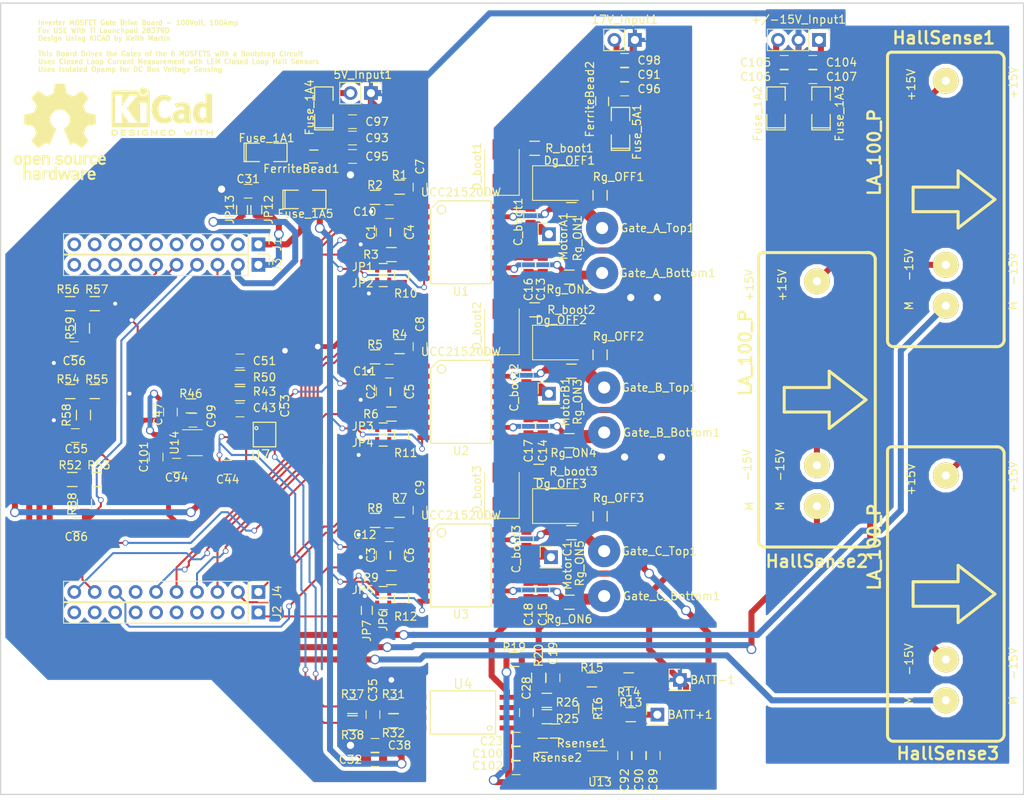
<source format=kicad_pcb>
(kicad_pcb (version 4) (host pcbnew 4.0.5)
  (layers (0 F.Cu signal) (31 B.Cu signal) (34 B.Paste user) (35 F.Paste user) (36 B.SilkS user) (37 F.SilkS user) (38 B.Mask user) (39 F.Mask user) (44 Edge.Cuts user))
  (net 0 "")
  (net 1 "Net-(+/-15V_Input1-Pad1)")
  (net 2 GND)
  (net 3 "Net-(+/-15V_Input1-Pad3)")
  (net 4 "Net-(5V_Input1-Pad2)")
  (net 5 VSS)
  (net 6 "Net-(17V_Input1-Pad2)")
  (net 7 +BATT)
  (net 8 +3V3)
  (net 9 "Net-(C7-Pad1)")
  (net 10 "Net-(C8-Pad1)")
  (net 11 "Net-(C9-Pad1)")
  (net 12 "Net-(C10-Pad1)")
  (net 13 "Net-(C11-Pad1)")
  (net 14 "Net-(C12-Pad1)")
  (net 15 VDD)
  (net 16 "Net-(C19-Pad1)")
  (net 17 Isol_+3.3V)
  (net 18 "Net-(C28-Pad1)")
  (net 19 "Net-(C28-Pad2)")
  (net 20 +5V)
  (net 21 "Net-(C35-Pad1)")
  (net 22 "Net-(C35-Pad2)")
  (net 23 BusVoltageOpampOutput)
  (net 24 BusVoltageIn-)
  (net 25 BusVoltageIn+)
  (net 26 BatteryBusVoltage)
  (net 27 PhaseB_Current)
  (net 28 PhaseC_Current)
  (net 29 PhaseA_Current)
  (net 30 "Net-(C94-Pad1)")
  (net 31 "Net-(C99-Pad1)")
  (net 32 "Net-(C_boot1-Pad1)")
  (net 33 "Net-(C_boot1-Pad2)")
  (net 34 "Net-(C_boot2-Pad1)")
  (net 35 "Net-(C_boot2-Pad2)")
  (net 36 "Net-(C_boot3-Pad1)")
  (net 37 "Net-(C_boot3-Pad2)")
  (net 38 "Net-(Dg_OFF1-Pad1)")
  (net 39 "Net-(Dg_OFF1-Pad2)")
  (net 40 "Net-(Dg_OFF3-Pad1)")
  (net 41 "Net-(Dg_OFF3-Pad2)")
  (net 42 "Net-(D_boot1-Pad2)")
  (net 43 "Net-(D_boot2-Pad2)")
  (net 44 "Net-(D_boot3-Pad2)")
  (net 45 "Net-(FerriteBead1-Pad1)")
  (net 46 "Net-(FerriteBead2-Pad1)")
  (net 47 -15V)
  (net 48 +15V)
  (net 49 "Net-(J1-Pad2)")
  (net 50 "Net-(J1-Pad3)")
  (net 51 "Net-(J1-Pad4)")
  (net 52 "Net-(J1-Pad5)")
  (net 53 "Net-(J1-Pad6)")
  (net 54 "Net-(J1-Pad7)")
  (net 55 "Net-(J1-Pad8)")
  (net 56 "Net-(J1-Pad9)")
  (net 57 "Net-(J1-Pad10)")
  (net 58 "Net-(J2-Pad1)")
  (net 59 "Net-(J2-Pad2)")
  (net 60 "Net-(J2-Pad3)")
  (net 61 "Net-(J2-Pad4)")
  (net 62 "Net-(J2-Pad5)")
  (net 63 "Net-(J2-Pad6)")
  (net 64 "Net-(J2-Pad7)")
  (net 65 "Net-(J2-Pad8)")
  (net 66 "Net-(J2-Pad9)")
  (net 67 "Net-(J2-Pad10)")
  (net 68 "Net-(J3-Pad1)")
  (net 69 "Net-(J3-Pad2)")
  (net 70 "Net-(J3-Pad7)")
  (net 71 "Net-(J3-Pad8)")
  (net 72 "Net-(J3-Pad9)")
  (net 73 "Net-(J3-Pad10)")
  (net 74 "Net-(J4-Pad1)")
  (net 75 "Net-(J4-Pad2)")
  (net 76 "Net-(J4-Pad3)")
  (net 77 "Net-(J4-Pad4)")
  (net 78 "Net-(J4-Pad5)")
  (net 79 "Net-(J4-Pad6)")
  (net 80 "Net-(J4-Pad7)")
  (net 81 "Net-(J4-Pad8)")
  (net 82 "Net-(J4-Pad9)")
  (net 83 "Net-(J4-Pad10)")
  (net 84 "Net-(JP1-Pad2)")
  (net 85 "Net-(JP2-Pad2)")
  (net 86 "Net-(JP3-Pad2)")
  (net 87 "Net-(JP4-Pad2)")
  (net 88 "Net-(JP5-Pad2)")
  (net 89 "Net-(JP6-Pad2)")
  (net 90 "Net-(R3-Pad1)")
  (net 91 "Net-(R6-Pad1)")
  (net 92 "Net-(R9-Pad1)")
  (net 93 "Net-(R13-Pad1)")
  (net 94 "Net-(R14-Pad1)")
  (net 95 "Net-(R15-Pad1)")
  (net 96 "Net-(R16-Pad1)")
  (net 97 "Net-(R31-Pad2)")
  (net 98 "Net-(R32-Pad2)")
  (net 99 "Net-(HallSense1-Pad3)")
  (net 100 "Net-(R52-Pad2)")
  (net 101 "Net-(HallSense2-Pad3)")
  (net 102 "Net-(R54-Pad2)")
  (net 103 "Net-(HallSense3-Pad3)")
  (net 104 "Net-(R56-Pad2)")
  (net 105 "Net-(Rg_ON2-Pad2)")
  (net 106 "Net-(Rg_ON4-Pad2)")
  (net 107 "Net-(Rg_ON6-Pad2)")
  (net 108 "Net-(Rsense1-Pad1)")
  (net 109 "Net-(U7-Pad7)")
  (net 110 "Net-(U7-Pad6)")
  (net 111 "Net-(U7-Pad5)")
  (net 112 "Net-(U13-Pad4)")
  (net 113 "Net-(U13-Pad5)")
  (net 114 "Net-(Dg_OFF2-Pad1)")
  (net 115 "Net-(Dg_OFF2-Pad2)")
  (net 116 "Net-(Gate_A_Bottom1-Pad1)")
  (net 117 "Net-(Gate_A_Top1-Pad1)")
  (net 118 "Net-(Gate_B_Bottom1-Pad1)")
  (net 119 "Net-(Gate_B_Top1-Pad1)")
  (net 120 "Net-(Gate_C_Bottom1-Pad1)")
  (net 121 "Net-(Gate_C_Top1-Pad1)")
  (net 122 "Net-(Fuse_1A5-Pad1)")
  (net 123 VEE)
  (module KicadPcbPackages:la_55_p (layer F.Cu) (at 226.822 83.058 90)
    (fp_text reference HallSense1 (at 20.066 -0.254 180) (layer F.SilkS) (effects (font (thickness 0.3048))))
    (fp_text value LA_100_P (at 5.842 -8.89 90) (layer F.SilkS) (effects (font (thickness 0.3048))))
    (fp_text user +15V (at 14.478 8.382 90) (layer F.SilkS))
    (fp_text user -15V (at -8.636 8.382 90) (layer F.SilkS))
    (fp_text user M (at -13.208 8.382 90) (layer F.SilkS))
    (fp_text user M (at -13.208 -4.572 90) (layer F.SilkS))
    (fp_text user -15V (at -8.128 -4.572 90) (layer F.SilkS))
    (fp_text user +15V (at 14.224 -4.318 90) (layer F.SilkS))
    (pad 3 thru_hole circle (at -13.208 0 90) (size 3.2004 3.2004) (drill 1.00076) (layers *.Cu *.Mask F.SilkS) (net 99 "Net-(HallSense1-Pad3)"))
    (pad 2 thru_hole circle (at -8.128 0 90) (size 3.2004 3.2004) (drill 1.00076) (layers *.Cu *.Mask F.SilkS) (net 47 -15V))
    (pad 1 thru_hole circle (at 14.732 0 90) (size 3.2004 3.2004) (drill 1.00076) (layers *.Cu *.Mask F.SilkS) (net 48 +15V))
  )
  (module KicadPcbPackages:la_55_p (layer F.Cu) (at 210.82 107.95 90)
    (fp_text reference HallSense2 (at -20.066 0 180) (layer F.SilkS) (effects (font (thickness 0.3048))))
    (fp_text value LA_100_P (at 5.842 -8.89 90) (layer F.SilkS) (effects (font (thickness 0.3048))))
    (fp_text user +15V (at 14.224 -8.382 90) (layer F.SilkS))
    (fp_text user -15V (at -8.128 -8.636 90) (layer F.SilkS))
    (fp_text user M (at -13.208 -8.382 90) (layer F.SilkS))
    (fp_text user M (at -13.208 -4.572 90) (layer F.SilkS))
    (fp_text user -15V (at -8.128 -4.572 90) (layer F.SilkS))
    (fp_text user +15V (at 14.224 -4.318 90) (layer F.SilkS))
    (pad 3 thru_hole circle (at -13.208 0 90) (size 3.2004 3.2004) (drill 1.00076) (layers *.Cu *.Mask F.SilkS) (net 101 "Net-(HallSense2-Pad3)"))
    (pad 2 thru_hole circle (at -8.128 0 90) (size 3.2004 3.2004) (drill 1.00076) (layers *.Cu *.Mask F.SilkS) (net 47 -15V))
    (pad 1 thru_hole circle (at 14.732 0 90) (size 3.2004 3.2004) (drill 1.00076) (layers *.Cu *.Mask F.SilkS) (net 48 +15V))
  )
  (module KicadPcbPackages:la_55_p (layer F.Cu) (at 226.822 132.08 90)
    (fp_text reference HallSense3 (at -19.812 0.254 180) (layer F.SilkS) (effects (font (thickness 0.3048))))
    (fp_text value LA_100_P (at 5.842 -8.89 90) (layer F.SilkS) (effects (font (thickness 0.3048))))
    (fp_text user +15V (at 14.478 8.382 90) (layer F.SilkS))
    (fp_text user -15V (at -8.636 8.382 90) (layer F.SilkS))
    (fp_text user M (at -13.208 8.382 90) (layer F.SilkS))
    (fp_text user M (at -13.208 -4.572 90) (layer F.SilkS))
    (fp_text user -15V (at -8.128 -4.572 90) (layer F.SilkS))
    (fp_text user +15V (at 14.224 -4.318 90) (layer F.SilkS))
    (pad 3 thru_hole circle (at -13.208 0 90) (size 3.2004 3.2004) (drill 1.00076) (layers *.Cu *.Mask F.SilkS) (net 103 "Net-(HallSense3-Pad3)"))
    (pad 2 thru_hole circle (at -8.128 0 90) (size 3.2004 3.2004) (drill 1.00076) (layers *.Cu *.Mask F.SilkS) (net 47 -15V))
    (pad 1 thru_hole circle (at 14.732 0 90) (size 3.2004 3.2004) (drill 1.00076) (layers *.Cu *.Mask F.SilkS) (net 48 +15V))
  )
  (module Socket_Strips:Socket_Strip_Straight_1x10_Pitch2.54mm (layer F.Cu) (at 141.478 88.646 270)
    (fp_text reference J1 (at 0 -2.33 270) (layer F.SilkS))
    (fp_text value TI_BOOSTER_40_J1 hide)
    (pad 1 thru_hole rect (at 0 0 270) (size 1.7 1.7) (drill 1) (layers *.Cu *.Mask) (net 122 "Net-(Fuse_1A5-Pad1)"))
    (pad 2 thru_hole oval (at 0 2.54 270) (size 1.7 1.7) (drill 1) (layers *.Cu *.Mask) (net 49 "Net-(J1-Pad2)"))
    (pad 3 thru_hole oval (at 0 5.08 270) (size 1.7 1.7) (drill 1) (layers *.Cu *.Mask) (net 50 "Net-(J1-Pad3)"))
    (pad 4 thru_hole oval (at 0 7.62 270) (size 1.7 1.7) (drill 1) (layers *.Cu *.Mask) (net 51 "Net-(J1-Pad4)"))
    (pad 5 thru_hole oval (at 0 10.16 270) (size 1.7 1.7) (drill 1) (layers *.Cu *.Mask) (net 52 "Net-(J1-Pad5)"))
    (pad 6 thru_hole oval (at 0 12.7 270) (size 1.7 1.7) (drill 1) (layers *.Cu *.Mask) (net 53 "Net-(J1-Pad6)"))
    (pad 7 thru_hole oval (at 0 15.24 270) (size 1.7 1.7) (drill 1) (layers *.Cu *.Mask) (net 54 "Net-(J1-Pad7)"))
    (pad 8 thru_hole oval (at 0 17.78 270) (size 1.7 1.7) (drill 1) (layers *.Cu *.Mask) (net 55 "Net-(J1-Pad8)"))
    (pad 9 thru_hole oval (at 0 20.32 270) (size 1.7 1.7) (drill 1) (layers *.Cu *.Mask) (net 56 "Net-(J1-Pad9)"))
    (pad 10 thru_hole oval (at 0 22.86 270) (size 1.7 1.7) (drill 1) (layers *.Cu *.Mask) (net 57 "Net-(J1-Pad10)"))
  )
  (module Socket_Strips:Socket_Strip_Straight_1x10_Pitch2.54mm (layer F.Cu) (at 141.478 134.366 270)
    (fp_text reference J2 (at 0 -2.33 270) (layer F.SilkS))
    (fp_text value TI_BOOSTER_40_J2 hide)
    (pad 1 thru_hole rect (at 0 0 270) (size 1.7 1.7) (drill 1) (layers *.Cu *.Mask) (net 58 "Net-(J2-Pad1)"))
    (pad 2 thru_hole oval (at 0 2.54 270) (size 1.7 1.7) (drill 1) (layers *.Cu *.Mask) (net 59 "Net-(J2-Pad2)"))
    (pad 3 thru_hole oval (at 0 5.08 270) (size 1.7 1.7) (drill 1) (layers *.Cu *.Mask) (net 60 "Net-(J2-Pad3)"))
    (pad 4 thru_hole oval (at 0 7.62 270) (size 1.7 1.7) (drill 1) (layers *.Cu *.Mask) (net 61 "Net-(J2-Pad4)"))
    (pad 5 thru_hole oval (at 0 10.16 270) (size 1.7 1.7) (drill 1) (layers *.Cu *.Mask) (net 62 "Net-(J2-Pad5)"))
    (pad 6 thru_hole oval (at 0 12.7 270) (size 1.7 1.7) (drill 1) (layers *.Cu *.Mask) (net 63 "Net-(J2-Pad6)"))
    (pad 7 thru_hole oval (at 0 15.24 270) (size 1.7 1.7) (drill 1) (layers *.Cu *.Mask) (net 64 "Net-(J2-Pad7)"))
    (pad 8 thru_hole oval (at 0 17.78 270) (size 1.7 1.7) (drill 1) (layers *.Cu *.Mask) (net 65 "Net-(J2-Pad8)"))
    (pad 9 thru_hole oval (at 0 20.32 270) (size 1.7 1.7) (drill 1) (layers *.Cu *.Mask) (net 66 "Net-(J2-Pad9)"))
    (pad 10 thru_hole oval (at 0 22.86 270) (size 1.7 1.7) (drill 1) (layers *.Cu *.Mask) (net 67 "Net-(J2-Pad10)"))
  )
  (module Socket_Strips:Socket_Strip_Straight_1x10_Pitch2.54mm (layer F.Cu) (at 141.478 91.186 270)
    (fp_text reference J3 (at 0 -2.33 270) (layer F.SilkS))
    (fp_text value TI_BOOSTER_40_J3 hide)
    (pad 1 thru_hole rect (at 0 0 270) (size 1.7 1.7) (drill 1) (layers *.Cu *.Mask) (net 68 "Net-(J3-Pad1)"))
    (pad 2 thru_hole oval (at 0 2.54 270) (size 1.7 1.7) (drill 1) (layers *.Cu *.Mask) (net 69 "Net-(J3-Pad2)"))
    (pad 3 thru_hole oval (at 0 5.08 270) (size 1.7 1.7) (drill 1) (layers *.Cu *.Mask) (net 26 BatteryBusVoltage))
    (pad 4 thru_hole oval (at 0 7.62 270) (size 1.7 1.7) (drill 1) (layers *.Cu *.Mask) (net 29 PhaseA_Current))
    (pad 5 thru_hole oval (at 0 10.16 270) (size 1.7 1.7) (drill 1) (layers *.Cu *.Mask) (net 27 PhaseB_Current))
    (pad 6 thru_hole oval (at 0 12.7 270) (size 1.7 1.7) (drill 1) (layers *.Cu *.Mask) (net 28 PhaseC_Current))
    (pad 7 thru_hole oval (at 0 15.24 270) (size 1.7 1.7) (drill 1) (layers *.Cu *.Mask) (net 70 "Net-(J3-Pad7)"))
    (pad 8 thru_hole oval (at 0 17.78 270) (size 1.7 1.7) (drill 1) (layers *.Cu *.Mask) (net 71 "Net-(J3-Pad8)"))
    (pad 9 thru_hole oval (at 0 20.32 270) (size 1.7 1.7) (drill 1) (layers *.Cu *.Mask) (net 72 "Net-(J3-Pad9)"))
    (pad 10 thru_hole oval (at 0 22.86 270) (size 1.7 1.7) (drill 1) (layers *.Cu *.Mask) (net 73 "Net-(J3-Pad10)"))
  )
  (module Socket_Strips:Socket_Strip_Straight_1x10_Pitch2.54mm (layer F.Cu) (at 141.478 131.826 270)
    (fp_text reference J4 (at 0 -2.33 270) (layer F.SilkS))
    (fp_text value TI_BOOSTER_40_J4 hide)
    (pad 1 thru_hole rect (at 0 0 270) (size 1.7 1.7) (drill 1) (layers *.Cu *.Mask) (net 74 "Net-(J4-Pad1)"))
    (pad 2 thru_hole oval (at 0 2.54 270) (size 1.7 1.7) (drill 1) (layers *.Cu *.Mask) (net 75 "Net-(J4-Pad2)"))
    (pad 3 thru_hole oval (at 0 5.08 270) (size 1.7 1.7) (drill 1) (layers *.Cu *.Mask) (net 76 "Net-(J4-Pad3)"))
    (pad 4 thru_hole oval (at 0 7.62 270) (size 1.7 1.7) (drill 1) (layers *.Cu *.Mask) (net 77 "Net-(J4-Pad4)"))
    (pad 5 thru_hole oval (at 0 10.16 270) (size 1.7 1.7) (drill 1) (layers *.Cu *.Mask) (net 78 "Net-(J4-Pad5)"))
    (pad 6 thru_hole oval (at 0 12.7 270) (size 1.7 1.7) (drill 1) (layers *.Cu *.Mask) (net 79 "Net-(J4-Pad6)"))
    (pad 7 thru_hole oval (at 0 15.24 270) (size 1.7 1.7) (drill 1) (layers *.Cu *.Mask) (net 80 "Net-(J4-Pad7)"))
    (pad 8 thru_hole oval (at 0 17.78 270) (size 1.7 1.7) (drill 1) (layers *.Cu *.Mask) (net 81 "Net-(J4-Pad8)"))
    (pad 9 thru_hole oval (at 0 20.32 270) (size 1.7 1.7) (drill 1) (layers *.Cu *.Mask) (net 82 "Net-(J4-Pad9)"))
    (pad 10 thru_hole oval (at 0 22.86 270) (size 1.7 1.7) (drill 1) (layers *.Cu *.Mask) (net 83 "Net-(J4-Pad10)"))
  )
  (module Socket_Strips:Socket_Strip_Straight_1x03_Pitch2.54mm (layer F.Cu) (at 211.074 63.246 270)
    (fp_text reference +/-15V_Input1 (at -2.54 2.54 360) (layer F.SilkS))
    (fp_text value CONN_01X03)
    (pad 1 thru_hole rect (at 0 0 270) (size 1.7 1.7) (drill 1) (layers *.Cu *.Mask) (net 1 "Net-(+/-15V_Input1-Pad1)"))
    (pad 2 thru_hole oval (at 0 2.54 270) (size 1.7 1.7) (drill 1) (layers *.Cu *.Mask) (net 2 GND))
    (pad 3 thru_hole oval (at 0 5.08 270) (size 1.7 1.7) (drill 1) (layers *.Cu *.Mask) (net 3 "Net-(+/-15V_Input1-Pad3)"))
  )
  (module Socket_Strips:Socket_Strip_Straight_1x02_Pitch2.54mm (layer F.Cu) (at 155.448 69.85 270)
    (fp_text reference 5V_Input1 (at -2.286 1.016 360) (layer F.SilkS))
    (fp_text value CONN_01X02)
    (pad 1 thru_hole rect (at 0 0 270) (size 1.7 1.7) (drill 1) (layers *.Cu *.Mask) (net 2 GND))
    (pad 2 thru_hole oval (at 0 2.54 270) (size 1.7 1.7) (drill 1) (layers *.Cu *.Mask) (net 4 "Net-(5V_Input1-Pad2)"))
  )
  (module Socket_Strips:Socket_Strip_Straight_1x02_Pitch2.54mm (layer F.Cu) (at 188.214 63.246 270)
    (fp_text reference 17V_Input1 (at -2.54 1.27 360) (layer F.SilkS))
    (fp_text value CONN_01X02)
    (pad 1 thru_hole rect (at 0 0 270) (size 1.7 1.7) (drill 1) (layers *.Cu *.Mask) (net 5 VSS))
    (pad 2 thru_hole oval (at 0 2.54 270) (size 1.7 1.7) (drill 1) (layers *.Cu *.Mask) (net 6 "Net-(17V_Input1-Pad2)"))
  )
  (module Socket_Strips:Socket_Strip_Straight_1x01_Pitch2.54mm (layer F.Cu) (at 191.008 147.066)
    (fp_text reference BATT+1 (at 4.064 0) (layer F.SilkS))
    (fp_text value BATT+)
    (pad 1 thru_hole rect (at 0 0) (size 1.7 1.7) (drill 1) (layers *.Cu *.Mask) (net 7 +BATT))
  )
  (module Socket_Strips:Socket_Strip_Straight_1x01_Pitch2.54mm (layer F.Cu) (at 193.802 142.748)
    (fp_text reference BATT-1 (at 4.064 0) (layer F.SilkS))
    (fp_text value BATT-)
    (pad 1 thru_hole rect (at 0 0) (size 1.7 1.7) (drill 1) (layers *.Cu *.Mask) (net 5 VSS))
  )
  (module Capacitors_SMD:C_0805 (layer F.Cu) (at 156.972 87.122 270)
    (fp_text reference C1 (at 0 1.524 270) (layer F.SilkS))
    (fp_text value 10uF_ceramic)
    (pad 1 smd rect (at -1 0 270) (size 1 1.25) (layers F.Cu F.Paste F.Mask) (net 8 +3V3))
    (pad 2 smd rect (at 1 0 270) (size 1 1.25) (layers F.Cu F.Paste F.Mask) (net 2 GND))
  )
  (module Capacitors_SMD:C_0805 (layer F.Cu) (at 156.972 106.934 270)
    (fp_text reference C2 (at 0 1.524 270) (layer F.SilkS))
    (fp_text value 10uF_ceramic)
    (pad 1 smd rect (at -1 0 270) (size 1 1.25) (layers F.Cu F.Paste F.Mask) (net 8 +3V3))
    (pad 2 smd rect (at 1 0 270) (size 1 1.25) (layers F.Cu F.Paste F.Mask) (net 2 GND))
  )
  (module Capacitors_SMD:C_0805 (layer F.Cu) (at 156.972 127.254 270)
    (fp_text reference C3 (at 0 1.524 270) (layer F.SilkS))
    (fp_text value 10uF_ceramic)
    (pad 1 smd rect (at -1 0 270) (size 1 1.25) (layers F.Cu F.Paste F.Mask) (net 8 +3V3))
    (pad 2 smd rect (at 1 0 270) (size 1 1.25) (layers F.Cu F.Paste F.Mask) (net 2 GND))
  )
  (module Capacitors_SMD:C_0805 (layer F.Cu) (at 158.75 87.122 270)
    (fp_text reference C4 (at 0 -1.524 270) (layer F.SilkS))
    (fp_text value 0.1uF_ceramic)
    (pad 1 smd rect (at -1 0 270) (size 1 1.25) (layers F.Cu F.Paste F.Mask) (net 8 +3V3))
    (pad 2 smd rect (at 1 0 270) (size 1 1.25) (layers F.Cu F.Paste F.Mask) (net 2 GND))
  )
  (module Capacitors_SMD:C_0805 (layer F.Cu) (at 158.75 106.934 270)
    (fp_text reference C5 (at 0 -1.524 270) (layer F.SilkS))
    (fp_text value 0.1uF_ceramic)
    (pad 1 smd rect (at -1 0 270) (size 1 1.25) (layers F.Cu F.Paste F.Mask) (net 8 +3V3))
    (pad 2 smd rect (at 1 0 270) (size 1 1.25) (layers F.Cu F.Paste F.Mask) (net 2 GND))
  )
  (module Capacitors_SMD:C_0805 (layer F.Cu) (at 158.75 127.254 270)
    (fp_text reference C6 (at 0 -1.524 270) (layer F.SilkS))
    (fp_text value 0.1uF_ceramic)
    (pad 1 smd rect (at -1 0 270) (size 1 1.25) (layers F.Cu F.Paste F.Mask) (net 8 +3V3))
    (pad 2 smd rect (at 1 0 270) (size 1 1.25) (layers F.Cu F.Paste F.Mask) (net 2 GND))
  )
  (module Capacitors_SMD:C_0805 (layer F.Cu) (at 161.544 81.534 90)
    (fp_text reference C7 (at 2.54 0 90) (layer F.SilkS))
    (fp_text value 10pF_ceramic)
    (pad 1 smd rect (at -1 0 90) (size 1 1.25) (layers F.Cu F.Paste F.Mask) (net 9 "Net-(C7-Pad1)"))
    (pad 2 smd rect (at 1 0 90) (size 1 1.25) (layers F.Cu F.Paste F.Mask) (net 2 GND))
  )
  (module Capacitors_SMD:C_0805 (layer F.Cu) (at 161.544 101.346 90)
    (fp_text reference C8 (at 2.794 0 90) (layer F.SilkS))
    (fp_text value 10pF_ceramic)
    (pad 1 smd rect (at -1 0 90) (size 1 1.25) (layers F.Cu F.Paste F.Mask) (net 10 "Net-(C8-Pad1)"))
    (pad 2 smd rect (at 1 0 90) (size 1 1.25) (layers F.Cu F.Paste F.Mask) (net 2 GND))
  )
  (module Capacitors_SMD:C_0805 (layer F.Cu) (at 161.544 121.666 90)
    (fp_text reference C9 (at 2.794 0 90) (layer F.SilkS))
    (fp_text value 10pF_ceramic)
    (pad 1 smd rect (at -1 0 90) (size 1 1.25) (layers F.Cu F.Paste F.Mask) (net 11 "Net-(C9-Pad1)"))
    (pad 2 smd rect (at 1 0 90) (size 1 1.25) (layers F.Cu F.Paste F.Mask) (net 2 GND))
  )
  (module Capacitors_SMD:C_0805 (layer F.Cu) (at 157.734 84.582 180)
    (fp_text reference C10 (at 3.048 0 180) (layer F.SilkS))
    (fp_text value 10pF_ceramic)
    (pad 1 smd rect (at -1 0 180) (size 1 1.25) (layers F.Cu F.Paste F.Mask) (net 12 "Net-(C10-Pad1)"))
    (pad 2 smd rect (at 1 0 180) (size 1 1.25) (layers F.Cu F.Paste F.Mask) (net 2 GND))
  )
  (module Capacitors_SMD:C_0805 (layer F.Cu) (at 157.734 104.394 180)
    (fp_text reference C11 (at 3.048 0 180) (layer F.SilkS))
    (fp_text value 10pF_ceramic)
    (pad 1 smd rect (at -1 0 180) (size 1 1.25) (layers F.Cu F.Paste F.Mask) (net 13 "Net-(C11-Pad1)"))
    (pad 2 smd rect (at 1 0 180) (size 1 1.25) (layers F.Cu F.Paste F.Mask) (net 2 GND))
  )
  (module Capacitors_SMD:C_0805 (layer F.Cu) (at 157.734 124.714 180)
    (fp_text reference C12 (at 3.048 0 180) (layer F.SilkS))
    (fp_text value 10pF_ceramic)
    (pad 1 smd rect (at -1 0 180) (size 1 1.25) (layers F.Cu F.Paste F.Mask) (net 14 "Net-(C12-Pad1)"))
    (pad 2 smd rect (at 1 0 180) (size 1 1.25) (layers F.Cu F.Paste F.Mask) (net 2 GND))
  )
  (module Capacitors_SMD:C_0805 (layer F.Cu) (at 176.784 91.186 270)
    (fp_text reference C13 (at 3.048 0.254 270) (layer F.SilkS))
    (fp_text value 10uF_ceramic)
    (pad 1 smd rect (at -1 0 270) (size 1 1.25) (layers F.Cu F.Paste F.Mask) (net 15 VDD))
    (pad 2 smd rect (at 1 0 270) (size 1 1.25) (layers F.Cu F.Paste F.Mask) (net 5 VSS))
  )
  (module Capacitors_SMD:C_0805 (layer F.Cu) (at 176.784 111.252 270)
    (fp_text reference C14 (at 3.048 0 270) (layer F.SilkS))
    (fp_text value 10uF_ceramic)
    (pad 1 smd rect (at -1 0 270) (size 1 1.25) (layers F.Cu F.Paste F.Mask) (net 15 VDD))
    (pad 2 smd rect (at 1 0 270) (size 1 1.25) (layers F.Cu F.Paste F.Mask) (net 5 VSS))
  )
  (module Capacitors_SMD:C_0805 (layer F.Cu) (at 176.784 131.572 270)
    (fp_text reference C15 (at 3.048 0 270) (layer F.SilkS))
    (fp_text value 10uF_ceramic)
    (pad 1 smd rect (at -1 0 270) (size 1 1.25) (layers F.Cu F.Paste F.Mask) (net 15 VDD))
    (pad 2 smd rect (at 1 0 270) (size 1 1.25) (layers F.Cu F.Paste F.Mask) (net 5 VSS))
  )
  (module Capacitors_SMD:C_0805 (layer F.Cu) (at 175.006 91.186 270)
    (fp_text reference C16 (at 3.048 0 270) (layer F.SilkS))
    (fp_text value 0.1uF_ceramic)
    (pad 1 smd rect (at -1 0 270) (size 1 1.25) (layers F.Cu F.Paste F.Mask) (net 15 VDD))
    (pad 2 smd rect (at 1 0 270) (size 1 1.25) (layers F.Cu F.Paste F.Mask) (net 5 VSS))
  )
  (module Capacitors_SMD:C_0805 (layer F.Cu) (at 175.006 111.252 270)
    (fp_text reference C17 (at 3.048 0 270) (layer F.SilkS))
    (fp_text value 0.1uF_ceramic)
    (pad 1 smd rect (at -1 0 270) (size 1 1.25) (layers F.Cu F.Paste F.Mask) (net 15 VDD))
    (pad 2 smd rect (at 1 0 270) (size 1 1.25) (layers F.Cu F.Paste F.Mask) (net 5 VSS))
  )
  (module Capacitors_SMD:C_0805 (layer F.Cu) (at 175.006 131.572 270)
    (fp_text reference C18 (at 3.048 0 270) (layer F.SilkS))
    (fp_text value 0.1uF_ceramic)
    (pad 1 smd rect (at -1 0 270) (size 1 1.25) (layers F.Cu F.Paste F.Mask) (net 15 VDD))
    (pad 2 smd rect (at 1 0 270) (size 1 1.25) (layers F.Cu F.Paste F.Mask) (net 5 VSS))
  )
  (module Capacitors_SMD:C_0805 (layer F.Cu) (at 178.054 142.494 90)
    (fp_text reference C19 (at 3.048 0 90) (layer F.SilkS))
    (fp_text value 0.01uF_ceramic)
    (pad 1 smd rect (at -1 0 90) (size 1 1.25) (layers F.Cu F.Paste F.Mask) (net 16 "Net-(C19-Pad1)"))
    (pad 2 smd rect (at 1 0 90) (size 1 1.25) (layers F.Cu F.Paste F.Mask) (net 5 VSS))
  )
  (module Capacitors_SMD:C_0805 (layer F.Cu) (at 174.752 146.812 90)
    (fp_text reference C28 (at 3.048 0 270) (layer F.SilkS))
    (fp_text value 0.01uF_ceramic)
    (pad 1 smd rect (at -1 0 90) (size 1 1.25) (layers F.Cu F.Paste F.Mask) (net 18 "Net-(C28-Pad1)"))
    (pad 2 smd rect (at 1 0 90) (size 1 1.25) (layers F.Cu F.Paste F.Mask) (net 19 "Net-(C28-Pad2)"))
  )
  (module Capacitors_SMD:C_0805 (layer F.Cu) (at 140.208 82.042 180)
    (fp_text reference C31 (at 0 1.524 180) (layer F.SilkS))
    (fp_text value 0.01uF_ceramic)
    (pad 1 smd rect (at -1 0 180) (size 1 1.25) (layers F.Cu F.Paste F.Mask) (net 20 +5V))
    (pad 2 smd rect (at 1 0 180) (size 1 1.25) (layers F.Cu F.Paste F.Mask) (net 2 GND))
  )
  (module Capacitors_SMD:C_0805 (layer F.Cu) (at 155.956 152.654 180)
    (fp_text reference C32 (at 3.048 0 180) (layer F.SilkS))
    (fp_text value 4.7uF_ceramic)
    (pad 1 smd rect (at -1 0 180) (size 1 1.25) (layers F.Cu F.Paste F.Mask) (net 8 +3V3))
    (pad 2 smd rect (at 1 0 180) (size 1 1.25) (layers F.Cu F.Paste F.Mask) (net 2 GND))
  )
  (module Capacitors_SMD:C_0805 (layer F.Cu) (at 155.702 147.066 270)
    (fp_text reference C35 (at -3.048 0 270) (layer F.SilkS))
    (fp_text value 0.01uF_ceramic)
    (pad 1 smd rect (at -1 0 270) (size 1 1.25) (layers F.Cu F.Paste F.Mask) (net 21 "Net-(C35-Pad1)"))
    (pad 2 smd rect (at 1 0 270) (size 1 1.25) (layers F.Cu F.Paste F.Mask) (net 22 "Net-(C35-Pad2)"))
  )
  (module Capacitors_SMD:C_0805 (layer F.Cu) (at 155.956 150.876 180)
    (fp_text reference C38 (at -3.048 0 180) (layer F.SilkS))
    (fp_text value 0.1uF_ceramic)
    (pad 1 smd rect (at -1 0 180) (size 1 1.25) (layers F.Cu F.Paste F.Mask) (net 8 +3V3))
    (pad 2 smd rect (at 1 0 180) (size 1 1.25) (layers F.Cu F.Paste F.Mask) (net 2 GND))
  )
  (module Capacitors_SMD:C_0805 (layer F.Cu) (at 139.192 109.22 180)
    (fp_text reference C43 (at -3.048 0.254 180) (layer F.SilkS))
    (fp_text value 180pF_ceramic)
    (pad 1 smd rect (at -1 0 180) (size 1 1.25) (layers F.Cu F.Paste F.Mask) (net 23 BusVoltageOpampOutput))
    (pad 2 smd rect (at 1 0 180) (size 1 1.25) (layers F.Cu F.Paste F.Mask) (net 24 BusVoltageIn-))
  )
  (module Capacitors_SMD:C_0805 (layer F.Cu) (at 137.668 116.332)
    (fp_text reference C44 (at 0 1.524) (layer F.SilkS))
    (fp_text value 0.01uF_ceramic)
    (pad 1 smd rect (at -1 0) (size 1 1.25) (layers F.Cu F.Paste F.Mask) (net 25 BusVoltageIn+))
    (pad 2 smd rect (at 1 0) (size 1 1.25) (layers F.Cu F.Paste F.Mask) (net 2 GND))
  )
  (module Capacitors_SMD:C_0805 (layer F.Cu) (at 139.192 103.124)
    (fp_text reference C51 (at 3.048 0) (layer F.SilkS))
    (fp_text value 0.1uF_ceramic)
    (pad 1 smd rect (at -1 0) (size 1 1.25) (layers F.Cu F.Paste F.Mask) (net 26 BatteryBusVoltage))
    (pad 2 smd rect (at 1 0) (size 1 1.25) (layers F.Cu F.Paste F.Mask) (net 2 GND))
  )
  (module Capacitors_SMD:C_0805 (layer F.Cu) (at 143.256 108.712 90)
    (fp_text reference C53 (at 0 1.524 90) (layer F.SilkS))
    (fp_text value 0.01uF_ceramic)
    (pad 1 smd rect (at -1 0 90) (size 1 1.25) (layers F.Cu F.Paste F.Mask) (net 8 +3V3))
    (pad 2 smd rect (at 1 0 90) (size 1 1.25) (layers F.Cu F.Paste F.Mask) (net 2 GND))
  )
  (module Capacitors_SMD:C_0805 (layer F.Cu) (at 118.745 112.395 180)
    (fp_text reference C55 (at -0.127 -1.651 180) (layer F.SilkS))
    (fp_text value 1500pF_ceramic)
    (pad 1 smd rect (at -1 0 180) (size 1 1.25) (layers F.Cu F.Paste F.Mask) (net 27 PhaseB_Current))
    (pad 2 smd rect (at 1 0 180) (size 1 1.25) (layers F.Cu F.Paste F.Mask) (net 2 GND))
  )
  (module Capacitors_SMD:C_0805 (layer F.Cu) (at 118.618 101.6 180)
    (fp_text reference C56 (at 0 -1.524 180) (layer F.SilkS))
    (fp_text value 1500pF_ceramic)
    (pad 1 smd rect (at -1 0 180) (size 1 1.25) (layers F.Cu F.Paste F.Mask) (net 28 PhaseC_Current))
    (pad 2 smd rect (at 1 0 180) (size 1 1.25) (layers F.Cu F.Paste F.Mask) (net 2 GND))
  )
  (module Capacitors_SMD:C_0805 (layer F.Cu) (at 118.872 123.444 180)
    (fp_text reference C86 (at 0 -1.524 180) (layer F.SilkS))
    (fp_text value 1500pF_ceramic)
    (pad 1 smd rect (at -1 0 180) (size 1 1.25) (layers F.Cu F.Paste F.Mask) (net 29 PhaseA_Current))
    (pad 2 smd rect (at 1 0 180) (size 1 1.25) (layers F.Cu F.Paste F.Mask) (net 2 GND))
  )
  (module Capacitors_SMD:C_0805 (layer F.Cu) (at 190.5 152.146 90)
    (fp_text reference C89 (at -3.048 0 270) (layer F.SilkS))
    (fp_text value 10uF_ceramic)
    (pad 1 smd rect (at -1 0 90) (size 1 1.25) (layers F.Cu F.Paste F.Mask) (net 15 VDD))
    (pad 2 smd rect (at 1 0 90) (size 1 1.25) (layers F.Cu F.Paste F.Mask) (net 5 VSS))
  )
  (module Capacitors_SMD:C_0805 (layer F.Cu) (at 188.722 152.146 90)
    (fp_text reference C90 (at -3.048 0 270) (layer F.SilkS))
    (fp_text value 10uF_ceramic)
    (pad 1 smd rect (at -1 0 90) (size 1 1.25) (layers F.Cu F.Paste F.Mask) (net 15 VDD))
    (pad 2 smd rect (at 1 0 90) (size 1 1.25) (layers F.Cu F.Paste F.Mask) (net 5 VSS))
  )
  (module Capacitors_SMD:C_0805 (layer F.Cu) (at 186.944 67.564)
    (fp_text reference C91 (at 3.048 0) (layer F.SilkS))
    (fp_text value 4.7uF_ceramic)
    (pad 1 smd rect (at -1 0) (size 1 1.25) (layers F.Cu F.Paste F.Mask) (net 6 "Net-(17V_Input1-Pad2)"))
    (pad 2 smd rect (at 1 0) (size 1 1.25) (layers F.Cu F.Paste F.Mask) (net 5 VSS))
  )
  (module Capacitors_SMD:C_0805 (layer F.Cu) (at 186.944 152.146 90)
    (fp_text reference C92 (at -3.048 0 270) (layer F.SilkS))
    (fp_text value 0.1uF_ceramic)
    (pad 1 smd rect (at -1 0 90) (size 1 1.25) (layers F.Cu F.Paste F.Mask) (net 15 VDD))
    (pad 2 smd rect (at 1 0 90) (size 1 1.25) (layers F.Cu F.Paste F.Mask) (net 5 VSS))
  )
  (module Capacitors_SMD:C_0805 (layer F.Cu) (at 153.162 75.438)
    (fp_text reference C93 (at 3.048 0) (layer F.SilkS))
    (fp_text value 4.7uF_ceramic)
    (pad 1 smd rect (at -1 0) (size 1 1.25) (layers F.Cu F.Paste F.Mask) (net 20 +5V))
    (pad 2 smd rect (at 1 0) (size 1 1.25) (layers F.Cu F.Paste F.Mask) (net 2 GND))
  )
  (module Capacitors_SMD:C_0805 (layer F.Cu) (at 153.162 77.724)
    (fp_text reference C95 (at 3.048 0) (layer F.SilkS))
    (fp_text value 10uF_ceramic)
    (pad 1 smd rect (at -1 0) (size 1 1.25) (layers F.Cu F.Paste F.Mask) (net 20 +5V))
    (pad 2 smd rect (at 1 0) (size 1 1.25) (layers F.Cu F.Paste F.Mask) (net 2 GND))
  )
  (module Capacitors_SMD:C_0805 (layer F.Cu) (at 186.944 69.342)
    (fp_text reference C96 (at 3.048 0) (layer F.SilkS))
    (fp_text value 10uF_ceramic)
    (pad 1 smd rect (at -1 0) (size 1 1.25) (layers F.Cu F.Paste F.Mask) (net 6 "Net-(17V_Input1-Pad2)"))
    (pad 2 smd rect (at 1 0) (size 1 1.25) (layers F.Cu F.Paste F.Mask) (net 5 VSS))
  )
  (module Capacitors_SMD:C_0805 (layer F.Cu) (at 153.162 73.406)
    (fp_text reference C97 (at 3.048 0) (layer F.SilkS))
    (fp_text value 0.1uF_ceramic)
    (pad 1 smd rect (at -1 0) (size 1 1.25) (layers F.Cu F.Paste F.Mask) (net 20 +5V))
    (pad 2 smd rect (at 1 0) (size 1 1.25) (layers F.Cu F.Paste F.Mask) (net 2 GND))
  )
  (module Capacitors_SMD:C_0805 (layer F.Cu) (at 186.944 65.786)
    (fp_text reference C98 (at 3.048 0) (layer F.SilkS))
    (fp_text value 0.1uF_ceramic)
    (pad 1 smd rect (at -1 0) (size 1 1.25) (layers F.Cu F.Paste F.Mask) (net 6 "Net-(17V_Input1-Pad2)"))
    (pad 2 smd rect (at 1 0) (size 1 1.25) (layers F.Cu F.Paste F.Mask) (net 5 VSS))
  )
  (module Capacitors_SMD:C_0805 (layer F.Cu) (at 210.312 66.04 180)
    (fp_text reference C104 (at -3.556 0 180) (layer F.SilkS))
    (fp_text value 0.1uF_ceramic)
    (pad 1 smd rect (at -1 0 180) (size 1 1.25) (layers F.Cu F.Paste F.Mask) (net 1 "Net-(+/-15V_Input1-Pad1)"))
    (pad 2 smd rect (at 1 0 180) (size 1 1.25) (layers F.Cu F.Paste F.Mask) (net 2 GND))
  )
  (module Capacitors_SMD:C_0805 (layer F.Cu) (at 206.756 66.04 180)
    (fp_text reference C105 (at 3.556 0 180) (layer F.SilkS))
    (fp_text value 0.1uF_ceramic)
    (pad 1 smd rect (at -1 0 180) (size 1 1.25) (layers F.Cu F.Paste F.Mask) (net 2 GND))
    (pad 2 smd rect (at 1 0 180) (size 1 1.25) (layers F.Cu F.Paste F.Mask) (net 3 "Net-(+/-15V_Input1-Pad3)"))
  )
  (module Capacitors_SMD:C_0805 (layer F.Cu) (at 206.756 67.818 180)
    (fp_text reference C106 (at 3.556 0 180) (layer F.SilkS))
    (fp_text value 10uF_ceramic)
    (pad 1 smd rect (at -1 0 180) (size 1 1.25) (layers F.Cu F.Paste F.Mask) (net 2 GND))
    (pad 2 smd rect (at 1 0 180) (size 1 1.25) (layers F.Cu F.Paste F.Mask) (net 3 "Net-(+/-15V_Input1-Pad3)"))
  )
  (module Capacitors_SMD:C_0805 (layer F.Cu) (at 210.312 67.818 180)
    (fp_text reference C107 (at -3.556 0 180) (layer F.SilkS))
    (fp_text value 10uF_ceramic)
    (pad 1 smd rect (at -1 0 180) (size 1 1.25) (layers F.Cu F.Paste F.Mask) (net 1 "Net-(+/-15V_Input1-Pad1)"))
    (pad 2 smd rect (at 1 0 180) (size 1 1.25) (layers F.Cu F.Paste F.Mask) (net 2 GND))
  )
  (module Capacitors_SMD:C_0805 (layer F.Cu) (at 175.26 85.09 270)
    (fp_text reference C_boot1 (at 0.762 1.524 450) (layer F.SilkS))
    (fp_text value 0.47uF_ceramic)
    (pad 1 smd rect (at -1 0 270) (size 1 1.25) (layers F.Cu F.Paste F.Mask) (net 32 "Net-(C_boot1-Pad1)"))
    (pad 2 smd rect (at 1 0 270) (size 1 1.25) (layers F.Cu F.Paste F.Mask) (net 33 "Net-(C_boot1-Pad2)"))
  )
  (module Capacitors_SMD:C_0805 (layer F.Cu) (at 174.752 104.902 270)
    (fp_text reference C_boot2 (at 1.524 1.524 270) (layer F.SilkS))
    (fp_text value 0.47uF_ceramic)
    (pad 1 smd rect (at -1 0 270) (size 1 1.25) (layers F.Cu F.Paste F.Mask) (net 34 "Net-(C_boot2-Pad1)"))
    (pad 2 smd rect (at 1 0 270) (size 1 1.25) (layers F.Cu F.Paste F.Mask) (net 35 "Net-(C_boot2-Pad2)"))
  )
  (module Capacitors_SMD:C_0805 (layer F.Cu) (at 174.752 125.222 270)
    (fp_text reference C_boot3 (at 1.27 1.27 270) (layer F.SilkS))
    (fp_text value 0.47uF_ceramic)
    (pad 1 smd rect (at -1 0 270) (size 1 1.25) (layers F.Cu F.Paste F.Mask) (net 36 "Net-(C_boot3-Pad1)"))
    (pad 2 smd rect (at 1 0 270) (size 1 1.25) (layers F.Cu F.Paste F.Mask) (net 37 "Net-(C_boot3-Pad2)"))
  )
  (module Diodes_SMD:D_SMB_Standard (layer F.Cu) (at 179.07 81.026)
    (fp_text reference Dg_OFF1 (at 1.016 -2.794) (layer F.SilkS))
    (fp_text value VS-MBRS130L-M3)
    (pad 1 smd rect (at -2.15 0) (size 2.5 2.3) (layers F.Cu F.Paste F.Mask) (net 38 "Net-(Dg_OFF1-Pad1)"))
    (pad 2 smd rect (at 2.15 0) (size 2.5 2.3) (layers F.Cu F.Paste F.Mask) (net 39 "Net-(Dg_OFF1-Pad2)"))
  )
  (module Diodes_SMD:D_SMB_Standard (layer F.Cu) (at 179.07 100.838)
    (fp_text reference Dg_OFF2 (at 0 -2.794) (layer F.SilkS))
    (fp_text value VS-MBRS130L-M3)
    (pad 1 smd rect (at -2.15 0) (size 2.5 2.3) (layers F.Cu F.Paste F.Mask) (net 114 "Net-(Dg_OFF2-Pad1)"))
    (pad 2 smd rect (at 2.15 0) (size 2.5 2.3) (layers F.Cu F.Paste F.Mask) (net 115 "Net-(Dg_OFF2-Pad2)"))
  )
  (module Diodes_SMD:D_SMB_Standard (layer F.Cu) (at 179.07 121.158)
    (fp_text reference Dg_OFF3 (at 0 -2.794) (layer F.SilkS))
    (fp_text value VS-MBRS130L-M3)
    (pad 1 smd rect (at -2.15 0) (size 2.5 2.3) (layers F.Cu F.Paste F.Mask) (net 40 "Net-(Dg_OFF3-Pad1)"))
    (pad 2 smd rect (at 2.15 0) (size 2.5 2.3) (layers F.Cu F.Paste F.Mask) (net 41 "Net-(Dg_OFF3-Pad2)"))
  )
  (module Diodes_SMD:D_SMB_Standard (layer F.Cu) (at 171.704 78.994 90)
    (fp_text reference D_boot1 (at 0.05 -3.1 90) (layer F.SilkS))
    (fp_text value VS-MBRS130L-M3)
    (pad 1 smd rect (at -2.15 0 90) (size 2.5 2.3) (layers F.Cu F.Paste F.Mask) (net 32 "Net-(C_boot1-Pad1)"))
    (pad 2 smd rect (at 2.15 0 90) (size 2.5 2.3) (layers F.Cu F.Paste F.Mask) (net 42 "Net-(D_boot1-Pad2)"))
  )
  (module Diodes_SMD:D_SMB_Standard (layer F.Cu) (at 171.704 98.806 90)
    (fp_text reference D_boot2 (at 0.05 -3.1 90) (layer F.SilkS))
    (fp_text value VS-MBRS130L-M3)
    (pad 1 smd rect (at -2.15 0 90) (size 2.5 2.3) (layers F.Cu F.Paste F.Mask) (net 34 "Net-(C_boot2-Pad1)"))
    (pad 2 smd rect (at 2.15 0 90) (size 2.5 2.3) (layers F.Cu F.Paste F.Mask) (net 43 "Net-(D_boot2-Pad2)"))
  )
  (module Diodes_SMD:D_SMB_Standard (layer F.Cu) (at 171.704 119.126 90)
    (fp_text reference D_boot3 (at 0.05 -3.1 90) (layer F.SilkS))
    (fp_text value VS-MBRS130L-M3)
    (pad 1 smd rect (at -2.15 0 90) (size 2.5 2.3) (layers F.Cu F.Paste F.Mask) (net 36 "Net-(C_boot3-Pad1)"))
    (pad 2 smd rect (at 2.15 0 90) (size 2.5 2.3) (layers F.Cu F.Paste F.Mask) (net 44 "Net-(D_boot3-Pad2)"))
  )
  (module Choke_SMD:Choke_SMD_1206_Standard (layer F.Cu) (at 148.336 77.724)
    (fp_text reference FerriteBead1 (at -1.524 1.524) (layer F.SilkS))
    (fp_text value BLM31SN500SH1L)
    (pad 1 smd rect (at -1.80086 0) (size 1.6002 1.19888) (layers F.Cu F.Paste F.Mask) (net 45 "Net-(FerriteBead1-Pad1)"))
    (pad 2 smd rect (at 1.80086 0) (size 1.6002 1.19888) (layers F.Cu F.Paste F.Mask) (net 20 +5V))
  )
  (module Choke_SMD:Choke_SMD_1206_Standard (layer F.Cu) (at 184.15 70.866 90)
    (fp_text reference FerriteBead2 (at 0.254 -1.524 90) (layer F.SilkS))
    (fp_text value BLM31SN500SH1L)
    (pad 1 smd rect (at -1.80086 0 90) (size 1.6002 1.19888) (layers F.Cu F.Paste F.Mask) (net 46 "Net-(FerriteBead2-Pad1)"))
    (pad 2 smd rect (at 1.80086 0 90) (size 1.6002 1.19888) (layers F.Cu F.Paste F.Mask) (net 6 "Net-(17V_Input1-Pad2)"))
  )
  (module SMD_Packages:SMD-1206_Pol (layer F.Cu) (at 205.74 71.628 90)
    (fp_text reference Fuse_1A2 (at -0.762 -2.286 270) (layer F.SilkS))
    (fp_text value MFU1206FF01000P100)
    (pad 1 smd rect (at -1.651 0 90) (size 1.524 2.032) (layers F.Cu F.Paste F.Mask) (net 47 -15V))
    (pad 2 smd rect (at 1.651 0 90) (size 1.524 2.032) (layers F.Cu F.Paste F.Mask) (net 3 "Net-(+/-15V_Input1-Pad3)"))
  )
  (module SMD_Packages:SMD-1206_Pol (layer F.Cu) (at 211.328 71.628 90)
    (fp_text reference Fuse_1A3 (at -0.762 2.286 270) (layer F.SilkS))
    (fp_text value MFU1206FF01000P100)
    (pad 1 smd rect (at -1.651 0 90) (size 1.524 2.032) (layers F.Cu F.Paste F.Mask) (net 48 +15V))
    (pad 2 smd rect (at 1.651 0 90) (size 1.524 2.032) (layers F.Cu F.Paste F.Mask) (net 1 "Net-(+/-15V_Input1-Pad1)"))
  )
  (module SMD_Packages:SMD-1206_Pol (layer F.Cu) (at 186.436 74.168 90)
    (fp_text reference Fuse_5A1 (at -0.508 2.032 90) (layer F.SilkS))
    (fp_text value MFU1206FF05000P100)
    (pad 1 smd rect (at -1.651 0 90) (size 1.524 2.032) (layers F.Cu F.Paste F.Mask) (net 15 VDD))
    (pad 2 smd rect (at 1.651 0 90) (size 1.524 2.032) (layers F.Cu F.Paste F.Mask) (net 46 "Net-(FerriteBead2-Pad1)"))
  )
  (module Resistors_SMD:R_0603 (layer F.Cu) (at 156.972 91.694)
    (fp_text reference JP1 (at -2.54 -0.254) (layer F.SilkS))
    (fp_text value Jumper_NC_Small)
    (pad 1 smd rect (at -0.75 0) (size 0.5 0.9) (layers F.Cu F.Paste F.Mask) (net 8 +3V3))
    (pad 2 smd rect (at 0.75 0) (size 0.5 0.9) (layers F.Cu F.Paste F.Mask) (net 84 "Net-(JP1-Pad2)"))
  )
  (module Resistors_SMD:R_0603 (layer F.Cu) (at 156.972 93.218)
    (fp_text reference JP2 (at -2.54 0.254) (layer F.SilkS))
    (fp_text value Jumper_NO_Small)
    (pad 1 smd rect (at -0.75 0) (size 0.5 0.9) (layers F.Cu F.Paste F.Mask) (net 2 GND))
    (pad 2 smd rect (at 0.75 0) (size 0.5 0.9) (layers F.Cu F.Paste F.Mask) (net 85 "Net-(JP2-Pad2)"))
  )
  (module Resistors_SMD:R_0603 (layer F.Cu) (at 156.972 111.506)
    (fp_text reference JP3 (at -2.54 -0.254) (layer F.SilkS))
    (fp_text value Jumper_NC_Small)
    (pad 1 smd rect (at -0.75 0) (size 0.5 0.9) (layers F.Cu F.Paste F.Mask) (net 8 +3V3))
    (pad 2 smd rect (at 0.75 0) (size 0.5 0.9) (layers F.Cu F.Paste F.Mask) (net 86 "Net-(JP3-Pad2)"))
  )
  (module Resistors_SMD:R_0603 (layer F.Cu) (at 156.972 113.03)
    (fp_text reference JP4 (at -2.54 0.254) (layer F.SilkS))
    (fp_text value Jumper_NO_Small)
    (pad 1 smd rect (at -0.75 0) (size 0.5 0.9) (layers F.Cu F.Paste F.Mask) (net 2 GND))
    (pad 2 smd rect (at 0.75 0) (size 0.5 0.9) (layers F.Cu F.Paste F.Mask) (net 87 "Net-(JP4-Pad2)"))
  )
  (module Resistors_SMD:R_0603 (layer F.Cu) (at 156.972 131.826)
    (fp_text reference JP5 (at -2.54 -0.254) (layer F.SilkS))
    (fp_text value Jumper_NC_Small)
    (pad 1 smd rect (at -0.75 0) (size 0.5 0.9) (layers F.Cu F.Paste F.Mask) (net 8 +3V3))
    (pad 2 smd rect (at 0.75 0) (size 0.5 0.9) (layers F.Cu F.Paste F.Mask) (net 88 "Net-(JP5-Pad2)"))
  )
  (module Resistors_SMD:R_0603 (layer F.Cu) (at 156.972 133.35)
    (fp_text reference JP6 (at 0 2.032 90) (layer F.SilkS))
    (fp_text value Jumper_NO_Small)
    (pad 1 smd rect (at -0.75 0) (size 0.5 0.9) (layers F.Cu F.Paste F.Mask) (net 2 GND))
    (pad 2 smd rect (at 0.75 0) (size 0.5 0.9) (layers F.Cu F.Paste F.Mask) (net 89 "Net-(JP6-Pad2)"))
  )
  (module Resistors_SMD:R_0603 (layer F.Cu) (at 154.94 134.112 90)
    (fp_text reference JP7 (at -2.54 0 90) (layer F.SilkS))
    (fp_text value Jumper_NC_Small)
    (pad 1 smd rect (at -0.75 0 90) (size 0.5 0.9) (layers F.Cu F.Paste F.Mask) (net 58 "Net-(J2-Pad1)"))
    (pad 2 smd rect (at 0.75 0 90) (size 0.5 0.9) (layers F.Cu F.Paste F.Mask) (net 2 GND))
  )
  (module Resistors_SMD:R_0603 (layer F.Cu) (at 141.224 84.328 270)
    (fp_text reference JP12 (at 0 -1.524 270) (layer F.SilkS))
    (fp_text value Jumper_NC_Small)
    (pad 1 smd rect (at -0.75 0 270) (size 0.5 0.9) (layers F.Cu F.Paste F.Mask) (net 20 +5V))
    (pad 2 smd rect (at 0.75 0 270) (size 0.5 0.9) (layers F.Cu F.Paste F.Mask) (net 68 "Net-(J3-Pad1)"))
  )
  (module Resistors_SMD:R_0603 (layer F.Cu) (at 139.446 84.328 270)
    (fp_text reference JP13 (at 0 1.524 270) (layer F.SilkS))
    (fp_text value Jumper_NC_Small)
    (pad 1 smd rect (at -0.75 0 270) (size 0.5 0.9) (layers F.Cu F.Paste F.Mask) (net 2 GND))
    (pad 2 smd rect (at 0.75 0 270) (size 0.5 0.9) (layers F.Cu F.Paste F.Mask) (net 69 "Net-(J3-Pad2)"))
  )
  (module Resistors_SMD:R_0805 (layer F.Cu) (at 159.004 81.534 180)
    (fp_text reference R1 (at 0 1.524 180) (layer F.SilkS))
    (fp_text value 10)
    (pad 1 smd rect (at -0.95 0 180) (size 0.7 1.3) (layers F.Cu F.Paste F.Mask) (net 9 "Net-(C7-Pad1)"))
    (pad 2 smd rect (at 0.95 0 180) (size 0.7 1.3) (layers F.Cu F.Paste F.Mask) (net 78 "Net-(J4-Pad5)"))
  )
  (module Resistors_SMD:R_0805 (layer F.Cu) (at 155.956 82.804 180)
    (fp_text reference R2 (at 0 1.524 180) (layer F.SilkS))
    (fp_text value 10)
    (pad 1 smd rect (at -0.95 0 180) (size 0.7 1.3) (layers F.Cu F.Paste F.Mask) (net 12 "Net-(C10-Pad1)"))
    (pad 2 smd rect (at 0.95 0 180) (size 0.7 1.3) (layers F.Cu F.Paste F.Mask) (net 79 "Net-(J4-Pad6)"))
  )
  (module Resistors_SMD:R_0805 (layer F.Cu) (at 157.988 89.916 180)
    (fp_text reference R3 (at 2.54 0 180) (layer F.SilkS))
    (fp_text value 10)
    (pad 1 smd rect (at -0.95 0 180) (size 0.7 1.3) (layers F.Cu F.Paste F.Mask) (net 90 "Net-(R3-Pad1)"))
    (pad 2 smd rect (at 0.95 0 180) (size 0.7 1.3) (layers F.Cu F.Paste F.Mask) (net 83 "Net-(J4-Pad10)"))
  )
  (module Resistors_SMD:R_0805 (layer F.Cu) (at 159.004 101.346 180)
    (fp_text reference R4 (at 0 1.524 180) (layer F.SilkS))
    (fp_text value 10)
    (pad 1 smd rect (at -0.95 0 180) (size 0.7 1.3) (layers F.Cu F.Paste F.Mask) (net 10 "Net-(C8-Pad1)"))
    (pad 2 smd rect (at 0.95 0 180) (size 0.7 1.3) (layers F.Cu F.Paste F.Mask) (net 76 "Net-(J4-Pad3)"))
  )
  (module Resistors_SMD:R_0805 (layer F.Cu) (at 155.956 102.616 180)
    (fp_text reference R5 (at 0 1.524 180) (layer F.SilkS))
    (fp_text value 10)
    (pad 1 smd rect (at -0.95 0 180) (size 0.7 1.3) (layers F.Cu F.Paste F.Mask) (net 13 "Net-(C11-Pad1)"))
    (pad 2 smd rect (at 0.95 0 180) (size 0.7 1.3) (layers F.Cu F.Paste F.Mask) (net 77 "Net-(J4-Pad4)"))
  )
  (module Resistors_SMD:R_0805 (layer F.Cu) (at 157.988 109.728 180)
    (fp_text reference R6 (at 2.54 0 180) (layer F.SilkS))
    (fp_text value 10)
    (pad 1 smd rect (at -0.95 0 180) (size 0.7 1.3) (layers F.Cu F.Paste F.Mask) (net 91 "Net-(R6-Pad1)"))
    (pad 2 smd rect (at 0.95 0 180) (size 0.7 1.3) (layers F.Cu F.Paste F.Mask) (net 82 "Net-(J4-Pad9)"))
  )
  (module Resistors_SMD:R_0805 (layer F.Cu) (at 159.004 121.666 180)
    (fp_text reference R7 (at 0 1.524 180) (layer F.SilkS))
    (fp_text value 10)
    (pad 1 smd rect (at -0.95 0 180) (size 0.7 1.3) (layers F.Cu F.Paste F.Mask) (net 11 "Net-(C9-Pad1)"))
    (pad 2 smd rect (at 0.95 0 180) (size 0.7 1.3) (layers F.Cu F.Paste F.Mask) (net 74 "Net-(J4-Pad1)"))
  )
  (module Resistors_SMD:R_0805 (layer F.Cu) (at 155.956 122.936 180)
    (fp_text reference R8 (at 0 1.524 180) (layer F.SilkS))
    (fp_text value 10)
    (pad 1 smd rect (at -0.95 0 180) (size 0.7 1.3) (layers F.Cu F.Paste F.Mask) (net 14 "Net-(C12-Pad1)"))
    (pad 2 smd rect (at 0.95 0 180) (size 0.7 1.3) (layers F.Cu F.Paste F.Mask) (net 75 "Net-(J4-Pad2)"))
  )
  (module Resistors_SMD:R_0805 (layer F.Cu) (at 157.988 130.048 180)
    (fp_text reference R9 (at 2.54 0 180) (layer F.SilkS))
    (fp_text value 10)
    (pad 1 smd rect (at -0.95 0 180) (size 0.7 1.3) (layers F.Cu F.Paste F.Mask) (net 92 "Net-(R9-Pad1)"))
    (pad 2 smd rect (at 0.95 0 180) (size 0.7 1.3) (layers F.Cu F.Paste F.Mask) (net 81 "Net-(J4-Pad8)"))
  )
  (module Resistors_SMD:R_0805 (layer F.Cu) (at 159.258 92.456 270)
    (fp_text reference R10 (at 2.286 -0.508 360) (layer F.SilkS))
    (fp_text value 1k)
    (pad 1 smd rect (at -0.95 0 270) (size 0.7 1.3) (layers F.Cu F.Paste F.Mask) (net 84 "Net-(JP1-Pad2)"))
    (pad 2 smd rect (at 0.95 0 270) (size 0.7 1.3) (layers F.Cu F.Paste F.Mask) (net 85 "Net-(JP2-Pad2)"))
  )
  (module Resistors_SMD:R_0805 (layer F.Cu) (at 159.258 112.268 270)
    (fp_text reference R11 (at 2.286 -0.508 360) (layer F.SilkS))
    (fp_text value 1k)
    (pad 1 smd rect (at -0.95 0 270) (size 0.7 1.3) (layers F.Cu F.Paste F.Mask) (net 86 "Net-(JP3-Pad2)"))
    (pad 2 smd rect (at 0.95 0 270) (size 0.7 1.3) (layers F.Cu F.Paste F.Mask) (net 87 "Net-(JP4-Pad2)"))
  )
  (module Resistors_SMD:R_0805 (layer F.Cu) (at 159.258 132.588 270)
    (fp_text reference R12 (at 2.286 -0.508 360) (layer F.SilkS))
    (fp_text value 1k)
    (pad 1 smd rect (at -0.95 0 270) (size 0.7 1.3) (layers F.Cu F.Paste F.Mask) (net 88 "Net-(JP5-Pad2)"))
    (pad 2 smd rect (at 0.95 0 270) (size 0.7 1.3) (layers F.Cu F.Paste F.Mask) (net 89 "Net-(JP6-Pad2)"))
  )
  (module Resistors_SMD:R_0805 (layer F.Cu) (at 187.706 147.066)
    (fp_text reference R13 (at 0 -1.524) (layer F.SilkS))
    (fp_text value KTR10EZPF1004)
    (pad 1 smd rect (at -0.95 0) (size 0.7 1.3) (layers F.Cu F.Paste F.Mask) (net 93 "Net-(R13-Pad1)"))
    (pad 2 smd rect (at 0.95 0) (size 0.7 1.3) (layers F.Cu F.Paste F.Mask) (net 7 +BATT))
  )
  (module Resistors_SMD:R_0805 (layer F.Cu) (at 187.452 142.748)
    (fp_text reference R14 (at 0 1.524) (layer F.SilkS))
    (fp_text value KTR10EZPF1004)
    (pad 1 smd rect (at -0.95 0) (size 0.7 1.3) (layers F.Cu F.Paste F.Mask) (net 94 "Net-(R14-Pad1)"))
    (pad 2 smd rect (at 0.95 0) (size 0.7 1.3) (layers F.Cu F.Paste F.Mask) (net 93 "Net-(R13-Pad1)"))
  )
  (module Resistors_SMD:R_0805 (layer F.Cu) (at 182.88 142.748)
    (fp_text reference R15 (at 0 -1.524) (layer F.SilkS))
    (fp_text value KTR10EZPF1004)
    (pad 1 smd rect (at -0.95 0) (size 0.7 1.3) (layers F.Cu F.Paste F.Mask) (net 95 "Net-(R15-Pad1)"))
    (pad 2 smd rect (at 0.95 0) (size 0.7 1.3) (layers F.Cu F.Paste F.Mask) (net 94 "Net-(R14-Pad1)"))
  )
  (module Resistors_SMD:R_0805 (layer F.Cu) (at 182.118 146.304 90)
    (fp_text reference R16 (at 0 1.524 90) (layer F.SilkS))
    (fp_text value KTR10EZPF1004)
    (pad 1 smd rect (at -0.95 0 90) (size 0.7 1.3) (layers F.Cu F.Paste F.Mask) (net 96 "Net-(R16-Pad1)"))
    (pad 2 smd rect (at 0.95 0 90) (size 0.7 1.3) (layers F.Cu F.Paste F.Mask) (net 95 "Net-(R15-Pad1)"))
  )
  (module Resistors_SMD:R_0805 (layer F.Cu) (at 173.228 140.208)
    (fp_text reference R19 (at 0 -1.524) (layer F.SilkS))
    (fp_text value 50k)
    (pad 1 smd rect (at -0.95 0) (size 0.7 1.3) (layers F.Cu F.Paste F.Mask) (net 17 Isol_+3.3V))
    (pad 2 smd rect (at 0.95 0) (size 0.7 1.3) (layers F.Cu F.Paste F.Mask) (net 16 "Net-(C19-Pad1)"))
  )
  (module Resistors_SMD:R_0805 (layer F.Cu) (at 176.276 142.494 90)
    (fp_text reference R20 (at 2.794 0 90) (layer F.SilkS))
    (fp_text value 4.1k)
    (pad 1 smd rect (at -0.95 0 90) (size 0.7 1.3) (layers F.Cu F.Paste F.Mask) (net 16 "Net-(C19-Pad1)"))
    (pad 2 smd rect (at 0.95 0 90) (size 0.7 1.3) (layers F.Cu F.Paste F.Mask) (net 5 VSS))
  )
  (module Resistors_SMD:R_0805 (layer F.Cu) (at 177.292 147.32)
    (fp_text reference R25 (at 2.54 0.254 180) (layer F.SilkS))
    (fp_text value 39)
    (pad 1 smd rect (at -0.95 0) (size 0.7 1.3) (layers F.Cu F.Paste F.Mask) (net 18 "Net-(C28-Pad1)"))
    (pad 2 smd rect (at 0.95 0) (size 0.7 1.3) (layers F.Cu F.Paste F.Mask) (net 96 "Net-(R16-Pad1)"))
  )
  (module Resistors_SMD:R_0805 (layer F.Cu) (at 177.292 145.288)
    (fp_text reference R26 (at 2.54 0.254 180) (layer F.SilkS))
    (fp_text value 39)
    (pad 1 smd rect (at -0.95 0) (size 0.7 1.3) (layers F.Cu F.Paste F.Mask) (net 19 "Net-(C28-Pad2)"))
    (pad 2 smd rect (at 0.95 0) (size 0.7 1.3) (layers F.Cu F.Paste F.Mask) (net 16 "Net-(C19-Pad1)"))
  )
  (module Resistors_SMD:R_0805 (layer F.Cu) (at 158.242 146.05)
    (fp_text reference R31 (at 0 -1.524) (layer F.SilkS))
    (fp_text value 4.7k)
    (pad 1 smd rect (at -0.95 0) (size 0.7 1.3) (layers F.Cu F.Paste F.Mask) (net 21 "Net-(C35-Pad1)"))
    (pad 2 smd rect (at 0.95 0) (size 0.7 1.3) (layers F.Cu F.Paste F.Mask) (net 97 "Net-(R31-Pad2)"))
  )
  (module Resistors_SMD:R_0805 (layer F.Cu) (at 158.242 147.828)
    (fp_text reference R32 (at 0 1.524) (layer F.SilkS))
    (fp_text value 4.7k)
    (pad 1 smd rect (at -0.95 0) (size 0.7 1.3) (layers F.Cu F.Paste F.Mask) (net 22 "Net-(C35-Pad2)"))
    (pad 2 smd rect (at 0.95 0) (size 0.7 1.3) (layers F.Cu F.Paste F.Mask) (net 98 "Net-(R32-Pad2)"))
  )
  (module Resistors_SMD:R_0805 (layer F.Cu) (at 153.162 146.05)
    (fp_text reference R37 (at 0 -1.524) (layer F.SilkS))
    (fp_text value 4.7k)
    (pad 1 smd rect (at -0.95 0) (size 0.7 1.3) (layers F.Cu F.Paste F.Mask) (net 24 BusVoltageIn-))
    (pad 2 smd rect (at 0.95 0) (size 0.7 1.3) (layers F.Cu F.Paste F.Mask) (net 21 "Net-(C35-Pad1)"))
  )
  (module Resistors_SMD:R_0805 (layer F.Cu) (at 153.162 148.082)
    (fp_text reference R38 (at 0 1.524) (layer F.SilkS))
    (fp_text value 4.7k)
    (pad 1 smd rect (at -0.95 0) (size 0.7 1.3) (layers F.Cu F.Paste F.Mask) (net 25 BusVoltageIn+))
    (pad 2 smd rect (at 0.95 0) (size 0.7 1.3) (layers F.Cu F.Paste F.Mask) (net 22 "Net-(C35-Pad2)"))
  )
  (module Resistors_SMD:R_0805 (layer F.Cu) (at 139.192 107.188)
    (fp_text reference R43 (at 3.048 -0.254) (layer F.SilkS))
    (fp_text value 7.5k)
    (pad 1 smd rect (at -0.95 0) (size 0.7 1.3) (layers F.Cu F.Paste F.Mask) (net 24 BusVoltageIn-))
    (pad 2 smd rect (at 0.95 0) (size 0.7 1.3) (layers F.Cu F.Paste F.Mask) (net 23 BusVoltageOpampOutput))
  )
  (module Resistors_SMD:R_0805 (layer F.Cu) (at 139.192 105.156)
    (fp_text reference R50 (at 3.048 0) (layer F.SilkS))
    (fp_text value 100)
    (pad 1 smd rect (at -0.95 0) (size 0.7 1.3) (layers F.Cu F.Paste F.Mask) (net 26 BatteryBusVoltage))
    (pad 2 smd rect (at 0.95 0) (size 0.7 1.3) (layers F.Cu F.Paste F.Mask) (net 23 BusVoltageOpampOutput))
  )
  (module Resistors_SMD:R_0805 (layer F.Cu) (at 118.364 117.856)
    (fp_text reference R52 (at -0.254 -1.778) (layer F.SilkS))
    (fp_text value 17.16)
    (pad 1 smd rect (at -0.95 0) (size 0.7 1.3) (layers F.Cu F.Paste F.Mask) (net 99 "Net-(HallSense1-Pad3)"))
    (pad 2 smd rect (at 0.95 0) (size 0.7 1.3) (layers F.Cu F.Paste F.Mask) (net 100 "Net-(R52-Pad2)"))
  )
  (module Resistors_SMD:R_0805 (layer F.Cu) (at 121.412 117.856)
    (fp_text reference R53 (at 0.254 -1.778) (layer F.SilkS))
    (fp_text value 4.84)
    (pad 1 smd rect (at -0.95 0) (size 0.7 1.3) (layers F.Cu F.Paste F.Mask) (net 100 "Net-(R52-Pad2)"))
    (pad 2 smd rect (at 0.95 0) (size 0.7 1.3) (layers F.Cu F.Paste F.Mask) (net 2 GND))
  )
  (module Resistors_SMD:R_0805 (layer F.Cu) (at 118.11 106.934)
    (fp_text reference R54 (at -0.254 -1.524) (layer F.SilkS))
    (fp_text value 17.16)
    (pad 1 smd rect (at -0.95 0) (size 0.7 1.3) (layers F.Cu F.Paste F.Mask) (net 101 "Net-(HallSense2-Pad3)"))
    (pad 2 smd rect (at 0.95 0) (size 0.7 1.3) (layers F.Cu F.Paste F.Mask) (net 102 "Net-(R54-Pad2)"))
  )
  (module Resistors_SMD:R_0805 (layer F.Cu) (at 121.158 106.934)
    (fp_text reference R55 (at 0.254 -1.524) (layer F.SilkS))
    (fp_text value 4.84)
    (pad 1 smd rect (at -0.95 0) (size 0.7 1.3) (layers F.Cu F.Paste F.Mask) (net 102 "Net-(R54-Pad2)"))
    (pad 2 smd rect (at 0.95 0) (size 0.7 1.3) (layers F.Cu F.Paste F.Mask) (net 2 GND))
  )
  (module Resistors_SMD:R_0805 (layer F.Cu) (at 118.11 96.012)
    (fp_text reference R56 (at -0.254 -1.778) (layer F.SilkS))
    (fp_text value 17.16)
    (pad 1 smd rect (at -0.95 0) (size 0.7 1.3) (layers F.Cu F.Paste F.Mask) (net 103 "Net-(HallSense3-Pad3)"))
    (pad 2 smd rect (at 0.95 0) (size 0.7 1.3) (layers F.Cu F.Paste F.Mask) (net 104 "Net-(R56-Pad2)"))
  )
  (module Resistors_SMD:R_0805 (layer F.Cu) (at 121.158 96.012)
    (fp_text reference R57 (at 0.254 -1.778) (layer F.SilkS))
    (fp_text value 4.84)
    (pad 1 smd rect (at -0.95 0) (size 0.7 1.3) (layers F.Cu F.Paste F.Mask) (net 104 "Net-(R56-Pad2)"))
    (pad 2 smd rect (at 0.95 0) (size 0.7 1.3) (layers F.Cu F.Paste F.Mask) (net 2 GND))
  )
  (module Resistors_SMD:R_0805 (layer F.Cu) (at 119.761 109.855 90)
    (fp_text reference R58 (at 0 -2.1 90) (layer F.SilkS))
    (fp_text value 100)
    (pad 1 smd rect (at -0.95 0 90) (size 0.7 1.3) (layers F.Cu F.Paste F.Mask) (net 27 PhaseB_Current))
    (pad 2 smd rect (at 0.95 0 90) (size 0.7 1.3) (layers F.Cu F.Paste F.Mask) (net 102 "Net-(R54-Pad2)"))
  )
  (module Resistors_SMD:R_0805 (layer F.Cu) (at 119.634 99.06 90)
    (fp_text reference R59 (at 0 -1.524 90) (layer F.SilkS))
    (fp_text value 100)
    (pad 1 smd rect (at -0.95 0 90) (size 0.7 1.3) (layers F.Cu F.Paste F.Mask) (net 28 PhaseC_Current))
    (pad 2 smd rect (at 0.95 0 90) (size 0.7 1.3) (layers F.Cu F.Paste F.Mask) (net 104 "Net-(R56-Pad2)"))
  )
  (module Resistors_SMD:R_0805 (layer F.Cu) (at 119.888 120.904 90)
    (fp_text reference R88 (at 0 -1.524 90) (layer F.SilkS))
    (fp_text value 100)
    (pad 1 smd rect (at -0.95 0 90) (size 0.7 1.3) (layers F.Cu F.Paste F.Mask) (net 29 PhaseA_Current))
    (pad 2 smd rect (at 0.95 0 90) (size 0.7 1.3) (layers F.Cu F.Paste F.Mask) (net 100 "Net-(R52-Pad2)"))
  )
  (module Resistors_SMD:R_0805 (layer F.Cu) (at 180.34 84.328 180)
    (fp_text reference Rg_ON1 (at -0.762 -3.556 270) (layer F.SilkS))
    (fp_text value 10)
    (pad 1 smd rect (at -0.95 0 180) (size 0.7 1.3) (layers F.Cu F.Paste F.Mask) (net 117 "Net-(Gate_A_Top1-Pad1)"))
    (pad 2 smd rect (at 0.95 0 180) (size 0.7 1.3) (layers F.Cu F.Paste F.Mask) (net 38 "Net-(Dg_OFF1-Pad1)"))
  )
  (module Resistors_SMD:R_0805 (layer F.Cu) (at 180.086 92.71 180)
    (fp_text reference Rg_ON2 (at 0 -1.524 180) (layer F.SilkS))
    (fp_text value 10)
    (pad 1 smd rect (at -0.95 0 180) (size 0.7 1.3) (layers F.Cu F.Paste F.Mask) (net 116 "Net-(Gate_A_Bottom1-Pad1)"))
    (pad 2 smd rect (at 0.95 0 180) (size 0.7 1.3) (layers F.Cu F.Paste F.Mask) (net 105 "Net-(Rg_ON2-Pad2)"))
  )
  (module Resistors_SMD:R_0805 (layer F.Cu) (at 180.34 104.394 180)
    (fp_text reference Rg_ON3 (at -0.762 -3.81 270) (layer F.SilkS))
    (fp_text value 10)
    (pad 1 smd rect (at -0.95 0 180) (size 0.7 1.3) (layers F.Cu F.Paste F.Mask) (net 119 "Net-(Gate_B_Top1-Pad1)"))
    (pad 2 smd rect (at 0.95 0 180) (size 0.7 1.3) (layers F.Cu F.Paste F.Mask) (net 114 "Net-(Dg_OFF2-Pad1)"))
  )
  (module Resistors_SMD:R_0805 (layer F.Cu) (at 180.086 113.03 180)
    (fp_text reference Rg_ON4 (at -0.508 -1.524 180) (layer F.SilkS))
    (fp_text value 10)
    (pad 1 smd rect (at -0.95 0 180) (size 0.7 1.3) (layers F.Cu F.Paste F.Mask) (net 118 "Net-(Gate_B_Bottom1-Pad1)"))
    (pad 2 smd rect (at 0.95 0 180) (size 0.7 1.3) (layers F.Cu F.Paste F.Mask) (net 106 "Net-(Rg_ON4-Pad2)"))
  )
  (module Resistors_SMD:R_0805 (layer F.Cu) (at 180.34 124.46 180)
    (fp_text reference Rg_ON5 (at -1.016 -3.81 270) (layer F.SilkS))
    (fp_text value 10)
    (pad 1 smd rect (at -0.95 0 180) (size 0.7 1.3) (layers F.Cu F.Paste F.Mask) (net 121 "Net-(Gate_C_Top1-Pad1)"))
    (pad 2 smd rect (at 0.95 0 180) (size 0.7 1.3) (layers F.Cu F.Paste F.Mask) (net 40 "Net-(Dg_OFF3-Pad1)"))
  )
  (module Resistors_SMD:R_0805 (layer F.Cu) (at 180.086 133.096 180)
    (fp_text reference Rg_ON6 (at 0 -2.1 180) (layer F.SilkS))
    (fp_text value 10)
    (pad 1 smd rect (at -0.95 0 180) (size 0.7 1.3) (layers F.Cu F.Paste F.Mask) (net 120 "Net-(Gate_C_Bottom1-Pad1)"))
    (pad 2 smd rect (at 0.95 0 180) (size 0.7 1.3) (layers F.Cu F.Paste F.Mask) (net 107 "Net-(Rg_ON6-Pad2)"))
  )
  (module Resistors_SMD:R_0805 (layer F.Cu) (at 178.308 149.098)
    (fp_text reference Rsense1 (at 3.302 1.524 180) (layer F.SilkS))
    (fp_text value 101)
    (pad 1 smd rect (at -0.95 0) (size 0.7 1.3) (layers F.Cu F.Paste F.Mask) (net 108 "Net-(Rsense1-Pad1)"))
    (pad 2 smd rect (at 0.95 0) (size 0.7 1.3) (layers F.Cu F.Paste F.Mask) (net 96 "Net-(R16-Pad1)"))
  )
  (module Resistors_SMD:R_0805 (layer F.Cu) (at 176.784 150.876)
    (fp_text reference Rsense2 (at 1.778 1.524) (layer F.SilkS))
    (fp_text value 20k)
    (pad 1 smd rect (at -0.95 0) (size 0.7 1.3) (layers F.Cu F.Paste F.Mask) (net 5 VSS))
    (pad 2 smd rect (at 0.95 0) (size 0.7 1.3) (layers F.Cu F.Paste F.Mask) (net 108 "Net-(Rsense1-Pad1)"))
  )
  (module Resistors_SMD:R_0805 (layer F.Cu) (at 175.768 76.708)
    (fp_text reference R_boot1 (at 4.318 0) (layer F.SilkS))
    (fp_text value 2.2)
    (pad 1 smd rect (at -0.95 0) (size 0.7 1.3) (layers F.Cu F.Paste F.Mask) (net 42 "Net-(D_boot1-Pad2)"))
    (pad 2 smd rect (at 0.95 0) (size 0.7 1.3) (layers F.Cu F.Paste F.Mask) (net 15 VDD))
  )
  (module Resistors_SMD:R_0805 (layer F.Cu) (at 175.768 96.774)
    (fp_text reference R_boot2 (at 4.572 0) (layer F.SilkS))
    (fp_text value 2.2)
    (pad 1 smd rect (at -0.95 0) (size 0.7 1.3) (layers F.Cu F.Paste F.Mask) (net 43 "Net-(D_boot2-Pad2)"))
    (pad 2 smd rect (at 0.95 0) (size 0.7 1.3) (layers F.Cu F.Paste F.Mask) (net 15 VDD))
  )
  (module Resistors_SMD:R_0805 (layer F.Cu) (at 176.276 116.84)
    (fp_text reference R_boot3 (at 4.318 0) (layer F.SilkS))
    (fp_text value 2.2)
    (pad 1 smd rect (at -0.95 0) (size 0.7 1.3) (layers F.Cu F.Paste F.Mask) (net 44 "Net-(D_boot3-Pad2)"))
    (pad 2 smd rect (at 0.95 0) (size 0.7 1.3) (layers F.Cu F.Paste F.Mask) (net 15 VDD))
  )
  (module KicadPcbPackages:SOIC-16W_7.5x10.3mm_Pitch1.27mm (layer F.Cu) (at 166.624 88.392)
    (fp_text reference U1 (at 0 6.096) (layer F.SilkS))
    (fp_text value UCC21520DW (at 0 -6.223) (layer F.SilkS))
    (pad 1 smd rect (at -4.65 -4.445) (size 1.5 0.6) (layers F.Cu F.Paste F.Mask) (net 9 "Net-(C7-Pad1)"))
    (pad 2 smd rect (at -4.65 -3.175) (size 1.5 0.6) (layers F.Cu F.Paste F.Mask) (net 12 "Net-(C10-Pad1)"))
    (pad 3 smd rect (at -4.65 -1.905) (size 1.5 0.6) (layers F.Cu F.Paste F.Mask) (net 8 +3V3))
    (pad 4 smd rect (at -4.65 -0.635) (size 1.5 0.6) (layers F.Cu F.Paste F.Mask) (net 2 GND))
    (pad 5 smd rect (at -4.65 0.635) (size 1.5 0.6) (layers F.Cu F.Paste F.Mask) (net 90 "Net-(R3-Pad1)"))
    (pad 6 smd rect (at -4.65 1.905) (size 1.5 0.6) (layers F.Cu F.Paste F.Mask) (net 84 "Net-(JP1-Pad2)"))
    (pad 7 smd rect (at -4.65 3.175) (size 1.5 0.6) (layers F.Cu F.Paste F.Mask))
    (pad 8 smd rect (at -4.65 4.445) (size 1.5 0.6) (layers F.Cu F.Paste F.Mask) (net 8 +3V3))
    (pad 9 smd rect (at 4.65 4.445) (size 1.5 0.6) (layers F.Cu F.Paste F.Mask) (net 5 VSS))
    (pad 10 smd rect (at 4.65 3.175) (size 1.5 0.6) (layers F.Cu F.Paste F.Mask) (net 105 "Net-(Rg_ON2-Pad2)"))
    (pad 11 smd rect (at 4.65 1.905) (size 1.5 0.6) (layers F.Cu F.Paste F.Mask) (net 15 VDD))
    (pad 12 smd rect (at 4.65 0.635) (size 1.5 0.6) (layers F.Cu F.Paste F.Mask))
    (pad 13 smd rect (at 4.65 -0.635) (size 1.5 0.6) (layers F.Cu F.Paste F.Mask))
    (pad 14 smd rect (at 4.65 -1.905) (size 1.5 0.6) (layers F.Cu F.Paste F.Mask) (net 33 "Net-(C_boot1-Pad2)"))
    (pad 15 smd rect (at 4.65 -3.175) (size 1.5 0.6) (layers F.Cu F.Paste F.Mask) (net 38 "Net-(Dg_OFF1-Pad1)"))
    (pad 16 smd rect (at 4.65 -4.445) (size 1.5 0.6) (layers F.Cu F.Paste F.Mask) (net 32 "Net-(C_boot1-Pad1)"))
  )
  (module KicadPcbPackages:SOIC-16W_7.5x10.3mm_Pitch1.27mm (layer F.Cu) (at 166.624 108.204)
    (fp_text reference U2 (at 0 6.096) (layer F.SilkS))
    (fp_text value UCC21520DW (at 0 -6.223) (layer F.SilkS))
    (pad 1 smd rect (at -4.65 -4.445) (size 1.5 0.6) (layers F.Cu F.Paste F.Mask) (net 10 "Net-(C8-Pad1)"))
    (pad 2 smd rect (at -4.65 -3.175) (size 1.5 0.6) (layers F.Cu F.Paste F.Mask) (net 13 "Net-(C11-Pad1)"))
    (pad 3 smd rect (at -4.65 -1.905) (size 1.5 0.6) (layers F.Cu F.Paste F.Mask) (net 8 +3V3))
    (pad 4 smd rect (at -4.65 -0.635) (size 1.5 0.6) (layers F.Cu F.Paste F.Mask) (net 2 GND))
    (pad 5 smd rect (at -4.65 0.635) (size 1.5 0.6) (layers F.Cu F.Paste F.Mask) (net 91 "Net-(R6-Pad1)"))
    (pad 6 smd rect (at -4.65 1.905) (size 1.5 0.6) (layers F.Cu F.Paste F.Mask) (net 86 "Net-(JP3-Pad2)"))
    (pad 7 smd rect (at -4.65 3.175) (size 1.5 0.6) (layers F.Cu F.Paste F.Mask))
    (pad 8 smd rect (at -4.65 4.445) (size 1.5 0.6) (layers F.Cu F.Paste F.Mask) (net 8 +3V3))
    (pad 9 smd rect (at 4.65 4.445) (size 1.5 0.6) (layers F.Cu F.Paste F.Mask) (net 5 VSS))
    (pad 10 smd rect (at 4.65 3.175) (size 1.5 0.6) (layers F.Cu F.Paste F.Mask) (net 106 "Net-(Rg_ON4-Pad2)"))
    (pad 11 smd rect (at 4.65 1.905) (size 1.5 0.6) (layers F.Cu F.Paste F.Mask) (net 15 VDD))
    (pad 12 smd rect (at 4.65 0.635) (size 1.5 0.6) (layers F.Cu F.Paste F.Mask))
    (pad 13 smd rect (at 4.65 -0.635) (size 1.5 0.6) (layers F.Cu F.Paste F.Mask))
    (pad 14 smd rect (at 4.65 -1.905) (size 1.5 0.6) (layers F.Cu F.Paste F.Mask) (net 35 "Net-(C_boot2-Pad2)"))
    (pad 15 smd rect (at 4.65 -3.175) (size 1.5 0.6) (layers F.Cu F.Paste F.Mask) (net 114 "Net-(Dg_OFF2-Pad1)"))
    (pad 16 smd rect (at 4.65 -4.445) (size 1.5 0.6) (layers F.Cu F.Paste F.Mask) (net 34 "Net-(C_boot2-Pad1)"))
  )
  (module KicadPcbPackages:SOIC-16W_7.5x10.3mm_Pitch1.27mm (layer F.Cu) (at 166.624 128.524)
    (fp_text reference U3 (at 0 6.096) (layer F.SilkS))
    (fp_text value UCC21520DW (at 0 -6.223) (layer F.SilkS))
    (pad 1 smd rect (at -4.65 -4.445) (size 1.5 0.6) (layers F.Cu F.Paste F.Mask) (net 11 "Net-(C9-Pad1)"))
    (pad 2 smd rect (at -4.65 -3.175) (size 1.5 0.6) (layers F.Cu F.Paste F.Mask) (net 14 "Net-(C12-Pad1)"))
    (pad 3 smd rect (at -4.65 -1.905) (size 1.5 0.6) (layers F.Cu F.Paste F.Mask) (net 8 +3V3))
    (pad 4 smd rect (at -4.65 -0.635) (size 1.5 0.6) (layers F.Cu F.Paste F.Mask) (net 2 GND))
    (pad 5 smd rect (at -4.65 0.635) (size 1.5 0.6) (layers F.Cu F.Paste F.Mask) (net 92 "Net-(R9-Pad1)"))
    (pad 6 smd rect (at -4.65 1.905) (size 1.5 0.6) (layers F.Cu F.Paste F.Mask) (net 88 "Net-(JP5-Pad2)"))
    (pad 7 smd rect (at -4.65 3.175) (size 1.5 0.6) (layers F.Cu F.Paste F.Mask))
    (pad 8 smd rect (at -4.65 4.445) (size 1.5 0.6) (layers F.Cu F.Paste F.Mask) (net 8 +3V3))
    (pad 9 smd rect (at 4.65 4.445) (size 1.5 0.6) (layers F.Cu F.Paste F.Mask) (net 5 VSS))
    (pad 10 smd rect (at 4.65 3.175) (size 1.5 0.6) (layers F.Cu F.Paste F.Mask) (net 107 "Net-(Rg_ON6-Pad2)"))
    (pad 11 smd rect (at 4.65 1.905) (size 1.5 0.6) (layers F.Cu F.Paste F.Mask) (net 15 VDD))
    (pad 12 smd rect (at 4.65 0.635) (size 1.5 0.6) (layers F.Cu F.Paste F.Mask))
    (pad 13 smd rect (at 4.65 -0.635) (size 1.5 0.6) (layers F.Cu F.Paste F.Mask))
    (pad 14 smd rect (at 4.65 -1.905) (size 1.5 0.6) (layers F.Cu F.Paste F.Mask) (net 37 "Net-(C_boot3-Pad2)"))
    (pad 15 smd rect (at 4.65 -3.175) (size 1.5 0.6) (layers F.Cu F.Paste F.Mask) (net 40 "Net-(Dg_OFF3-Pad1)"))
    (pad 16 smd rect (at 4.65 -4.445) (size 1.5 0.6) (layers F.Cu F.Paste F.Mask) (net 36 "Net-(C_boot3-Pad1)"))
  )
  (module KicadPcbPackages:SOIC-8-DWV (layer F.Cu) (at 166.878 146.812 90)
    (fp_text reference U4 (at 3.556 0 180) (layer F.SilkS) (effects (font (size 1.2 1.2))))
    (fp_text value AMC1301DWVR)
    (pad 8 smd rect (at -1.905 -5.45 90) (size 0.6 1.8) (layers F.Cu F.Paste F.Mask) (net 8 +3V3))
    (pad 1 smd rect (at -1.905 5.45 90) (size 0.6 1.8) (layers F.Cu F.Paste F.Mask) (net 17 Isol_+3.3V))
    (pad 7 smd rect (at -0.635 -5.45 90) (size 0.6 1.8) (layers F.Cu F.Paste F.Mask) (net 98 "Net-(R32-Pad2)"))
    (pad 2 smd rect (at -0.635 5.45 90) (size 0.6 1.8) (layers F.Cu F.Paste F.Mask) (net 18 "Net-(C28-Pad1)"))
    (pad 6 smd rect (at 0.635 -5.45 90) (size 0.6 1.8) (layers F.Cu F.Paste F.Mask) (net 97 "Net-(R31-Pad2)"))
    (pad 3 smd rect (at 0.635 5.45 90) (size 0.6 1.8) (layers F.Cu F.Paste F.Mask) (net 19 "Net-(C28-Pad2)"))
    (pad 5 smd rect (at 1.905 -5.45 90) (size 0.6 1.8) (layers F.Cu F.Paste F.Mask) (net 2 GND))
    (pad 4 smd rect (at 1.905 5.45 90) (size 0.6 1.8) (layers F.Cu F.Paste F.Mask) (net 5 VSS))
  )
  (module KicadPcbPackages:VSSOP-8 (layer F.Cu) (at 142.24 112.268 270)
    (fp_text reference U7 (at 2.54 0.508 360) (layer F.SilkS) (effects (font (size 1.2 1.2))))
    (fp_text value OPA2320AIDGKR hide)
    (pad 8 smd rect (at -0.975 -2.2 270) (size 0.45 1.45) (layers F.Cu F.Paste F.Mask) (net 8 +3V3))
    (pad 1 smd rect (at -0.975 2.2 270) (size 0.45 1.45) (layers F.Cu F.Paste F.Mask) (net 23 BusVoltageOpampOutput))
    (pad 7 smd rect (at -0.325 -2.2 270) (size 0.45 1.45) (layers F.Cu F.Paste F.Mask) (net 109 "Net-(U7-Pad7)"))
    (pad 2 smd rect (at -0.325 2.2 270) (size 0.45 1.45) (layers F.Cu F.Paste F.Mask) (net 24 BusVoltageIn-))
    (pad 6 smd rect (at 0.325 -2.2 270) (size 0.45 1.45) (layers F.Cu F.Paste F.Mask) (net 110 "Net-(U7-Pad6)"))
    (pad 3 smd rect (at 0.325 2.2 270) (size 0.45 1.45) (layers F.Cu F.Paste F.Mask) (net 25 BusVoltageIn+))
    (pad 5 smd rect (at 0.975 -2.2 270) (size 0.45 1.45) (layers F.Cu F.Paste F.Mask) (net 111 "Net-(U7-Pad5)"))
    (pad 4 smd rect (at 0.975 2.2 270) (size 0.45 1.45) (layers F.Cu F.Paste F.Mask) (net 2 GND))
  )
  (module TO_SOT_Packages_SMD:SOT-23-5 (layer F.Cu) (at 183.896 153.162)
    (fp_text reference U13 (at 0 2.286 180) (layer F.SilkS))
    (fp_text value TLV70433DBVR)
    (pad 1 smd rect (at -1.1 -0.95) (size 1.06 0.65) (layers F.Cu F.Paste F.Mask) (net 5 VSS))
    (pad 2 smd rect (at -1.1 0) (size 1.06 0.65) (layers F.Cu F.Paste F.Mask) (net 15 VDD))
    (pad 3 smd rect (at -1.1 0.95) (size 1.06 0.65) (layers F.Cu F.Paste F.Mask) (net 17 Isol_+3.3V))
    (pad 4 smd rect (at 1.1 0.95) (size 1.06 0.65) (layers F.Cu F.Paste F.Mask) (net 112 "Net-(U13-Pad4)"))
    (pad 5 smd rect (at 1.1 -0.95) (size 1.06 0.65) (layers F.Cu F.Paste F.Mask) (net 113 "Net-(U13-Pad5)"))
  )
  (module Socket_Strips:Socket_Strip_Straight_1x01_Pitch2.54mm (layer F.Cu) (at 177.546 87.376)
    (fp_text reference MotorA1 (at 1.778 0.254 90) (layer F.SilkS))
    (fp_text value MotorA)
    (pad 1 thru_hole rect (at 0 0) (size 1.7 1.7) (drill 1) (layers *.Cu *.Mask) (net 33 "Net-(C_boot1-Pad2)"))
  )
  (module Socket_Strips:Socket_Strip_Straight_1x01_Pitch2.54mm (layer F.Cu) (at 177.546 107.188)
    (fp_text reference MotorB1 (at 2.032 1.016 90) (layer F.SilkS))
    (fp_text value MotorB)
    (pad 1 thru_hole rect (at 0 0) (size 1.7 1.7) (drill 1) (layers *.Cu *.Mask) (net 35 "Net-(C_boot2-Pad2)"))
  )
  (module Resistors_SMD:R_0805 (layer F.Cu) (at 183.896 102.362 90)
    (fp_text reference Rg_OFF2 (at 2.286 2.286 180) (layer F.SilkS))
    (fp_text value 0)
    (pad 1 smd rect (at -0.95 0 90) (size 0.7 1.3) (layers F.Cu F.Paste F.Mask) (net 119 "Net-(Gate_B_Top1-Pad1)"))
    (pad 2 smd rect (at 0.95 0 90) (size 0.7 1.3) (layers F.Cu F.Paste F.Mask) (net 115 "Net-(Dg_OFF2-Pad2)"))
  )
  (module Resistors_SMD:R_0805 (layer F.Cu) (at 183.896 82.55 90)
    (fp_text reference Rg_OFF1 (at 2.286 2.286 180) (layer F.SilkS))
    (fp_text value 0)
    (pad 1 smd rect (at -0.95 0 90) (size 0.7 1.3) (layers F.Cu F.Paste F.Mask) (net 117 "Net-(Gate_A_Top1-Pad1)"))
    (pad 2 smd rect (at 0.95 0 90) (size 0.7 1.3) (layers F.Cu F.Paste F.Mask) (net 39 "Net-(Dg_OFF1-Pad2)"))
  )
  (module Resistors_SMD:R_0805 (layer F.Cu) (at 183.896 122.428 90)
    (fp_text reference Rg_OFF3 (at 2.286 2.286 180) (layer F.SilkS))
    (fp_text value 0)
    (pad 1 smd rect (at -0.95 0 90) (size 0.7 1.3) (layers F.Cu F.Paste F.Mask) (net 121 "Net-(Gate_C_Top1-Pad1)"))
    (pad 2 smd rect (at 0.95 0 90) (size 0.7 1.3) (layers F.Cu F.Paste F.Mask) (net 41 "Net-(Dg_OFF3-Pad2)"))
  )
  (module Wire_Pads:SolderWirePad_single_1-5mmDrill (layer F.Cu) (at 184.15 92.202)
    (fp_text reference Gate_A_Bottom1 (at 8.128 0) (layer F.SilkS))
    (fp_text value Gate_A_Bottom)
    (pad 1 thru_hole circle (at 0 0) (size 4.0005 4.0005) (drill 1.50114) (layers *.Cu *.Mask) (net 116 "Net-(Gate_A_Bottom1-Pad1)"))
  )
  (module Wire_Pads:SolderWirePad_single_1-5mmDrill (layer F.Cu) (at 184.15 86.614)
    (fp_text reference Gate_A_Top1 (at 6.858 0) (layer F.SilkS))
    (fp_text value Gate_A_Top)
    (pad 1 thru_hole circle (at 0 0) (size 4.0005 4.0005) (drill 1.50114) (layers *.Cu *.Mask) (net 117 "Net-(Gate_A_Top1-Pad1)"))
  )
  (module Wire_Pads:SolderWirePad_single_1-5mmDrill (layer F.Cu) (at 184.404 112.014)
    (fp_text reference Gate_B_Bottom1 (at 8.382 0) (layer F.SilkS))
    (fp_text value Gate_B_Bottom)
    (pad 1 thru_hole circle (at 0 0) (size 4.0005 4.0005) (drill 1.50114) (layers *.Cu *.Mask) (net 118 "Net-(Gate_B_Bottom1-Pad1)"))
  )
  (module Wire_Pads:SolderWirePad_single_1-5mmDrill (layer F.Cu) (at 184.404 106.426)
    (fp_text reference Gate_B_Top1 (at 6.858 0) (layer F.SilkS))
    (fp_text value Gate_B_Top)
    (pad 1 thru_hole circle (at 0 0) (size 4.0005 4.0005) (drill 1.50114) (layers *.Cu *.Mask) (net 119 "Net-(Gate_B_Top1-Pad1)"))
  )
  (module Wire_Pads:SolderWirePad_single_1-5mmDrill (layer F.Cu) (at 184.404 132.334)
    (fp_text reference Gate_C_Bottom1 (at 8.382 0) (layer F.SilkS))
    (fp_text value Gate_C_Bottom)
    (pad 1 thru_hole circle (at 0 0) (size 4.0005 4.0005) (drill 1.50114) (layers *.Cu *.Mask) (net 120 "Net-(Gate_C_Bottom1-Pad1)"))
  )
  (module Wire_Pads:SolderWirePad_single_1-5mmDrill (layer F.Cu) (at 184.404 126.746)
    (fp_text reference Gate_C_Top1 (at 6.858 0) (layer F.SilkS))
    (fp_text value Gate_C_Top)
    (pad 1 thru_hole circle (at 0 0) (size 4.0005 4.0005) (drill 1.50114) (layers *.Cu *.Mask) (net 121 "Net-(Gate_C_Top1-Pad1)"))
  )
  (module Capacitors_SMD:C_0805 (layer F.Cu) (at 173.482 150.114)
    (fp_text reference C23 (at -3.048 0.254) (layer F.SilkS))
    (fp_text value 0.1uF_ceramic)
    (pad 1 smd rect (at -1 0) (size 1 1.25) (layers F.Cu F.Paste F.Mask) (net 17 Isol_+3.3V))
    (pad 2 smd rect (at 1 0) (size 1 1.25) (layers F.Cu F.Paste F.Mask) (net 5 VSS))
  )
  (module Capacitors_SMD:C_0805 (layer F.Cu) (at 173.482 151.892)
    (fp_text reference C100 (at -3.556 0) (layer F.SilkS))
    (fp_text value 10uF_ceramic)
    (pad 1 smd rect (at -1 0) (size 1 1.25) (layers F.Cu F.Paste F.Mask) (net 17 Isol_+3.3V))
    (pad 2 smd rect (at 1 0) (size 1 1.25) (layers F.Cu F.Paste F.Mask) (net 5 VSS))
  )
  (module Capacitors_SMD:C_0805 (layer F.Cu) (at 173.482 153.67)
    (fp_text reference C102 (at -3.556 -0.254) (layer F.SilkS))
    (fp_text value 0.1uF_ceramic)
    (pad 1 smd rect (at -1 0) (size 1 1.25) (layers F.Cu F.Paste F.Mask) (net 17 Isol_+3.3V))
    (pad 2 smd rect (at 1 0) (size 1 1.25) (layers F.Cu F.Paste F.Mask) (net 5 VSS))
  )
  (module SMD_Packages:SMD-1206_Pol (layer F.Cu) (at 142.494 77.216)
    (fp_text reference Fuse_1A1 (at 0 -1.778) (layer F.SilkS))
    (fp_text value MFU1206FF01000P100)
    (pad 1 smd rect (at -1.651 0) (size 1.524 2.032) (layers F.Cu F.Paste F.Mask) (net 30 "Net-(C94-Pad1)"))
    (pad 2 smd rect (at 1.651 0) (size 1.524 2.032) (layers F.Cu F.Paste F.Mask) (net 45 "Net-(FerriteBead1-Pad1)"))
  )
  (module SMD_Packages:SMD-1206_Pol (layer F.Cu) (at 149.606 71.628 90)
    (fp_text reference Fuse_1A4 (at 0 -1.778 90) (layer F.SilkS))
    (fp_text value MFU1206FF01000P100)
    (pad 1 smd rect (at -1.651 0 90) (size 1.524 2.032) (layers F.Cu F.Paste F.Mask) (net 20 +5V))
    (pad 2 smd rect (at 1.651 0 90) (size 1.524 2.032) (layers F.Cu F.Paste F.Mask) (net 4 "Net-(5V_Input1-Pad2)"))
  )
  (module SMD_Packages:SMD-1206_Pol (layer F.Cu) (at 147.32 83.058)
    (fp_text reference Fuse_1A5 (at 0 1.778) (layer F.SilkS))
    (fp_text value MFU1206FF01000P100)
    (pad 1 smd rect (at -1.651 0) (size 1.524 2.032) (layers F.Cu F.Paste F.Mask) (net 122 "Net-(Fuse_1A5-Pad1)"))
    (pad 2 smd rect (at 1.651 0) (size 1.524 2.032) (layers F.Cu F.Paste F.Mask) (net 8 +3V3))
  )
  (module Capacitors_SMD:C_0805 (layer F.Cu) (at 130.556 109.474 270)
    (fp_text reference C47 (at 0.254 1.524 450) (layer F.SilkS))
    (fp_text value 0.01uF_ceramic)
    (pad 1 smd rect (at -1 0 270) (size 1 1.25) (layers F.Cu F.Paste F.Mask) (net 123 VEE))
    (pad 2 smd rect (at 1 0 270) (size 1 1.25) (layers F.Cu F.Paste F.Mask) (net 2 GND))
  )
  (module Capacitors_SMD:C_0805 (layer F.Cu) (at 131.318 116.078 180)
    (fp_text reference C94 (at 0 -1.524 360) (layer F.SilkS))
    (fp_text value 0.1uF_ceramic)
    (pad 1 smd rect (at -1 0 180) (size 1 1.25) (layers F.Cu F.Paste F.Mask) (net 30 "Net-(C94-Pad1)"))
    (pad 2 smd rect (at 1 0 180) (size 1 1.25) (layers F.Cu F.Paste F.Mask) (net 2 GND))
  )
  (module Capacitors_SMD:C_0805 (layer F.Cu) (at 133.35 110.49 180)
    (fp_text reference C99 (at -2.286 0.508 270) (layer F.SilkS))
    (fp_text value 0.1uF_ceramic)
    (pad 1 smd rect (at -1 0 180) (size 1 1.25) (layers F.Cu F.Paste F.Mask) (net 31 "Net-(C99-Pad1)"))
    (pad 2 smd rect (at 1 0 180) (size 1 1.25) (layers F.Cu F.Paste F.Mask) (net 2 GND))
  )
  (module Capacitors_SMD:C_0805 (layer F.Cu) (at 128.778 115.062 270)
    (fp_text reference C101 (at 0 1.524 270) (layer F.SilkS))
    (fp_text value 0.1uF_ceramic)
    (pad 1 smd rect (at -1 0 270) (size 1 1.25) (layers F.Cu F.Paste F.Mask) (net 123 VEE))
    (pad 2 smd rect (at 1 0 270) (size 1 1.25) (layers F.Cu F.Paste F.Mask) (net 2 GND))
  )
  (module Resistors_SMD:R_0805 (layer F.Cu) (at 133.096 108.712)
    (fp_text reference R46 (at 0 -1.524) (layer F.SilkS))
    (fp_text value 4.7k)
    (pad 1 smd rect (at -0.95 0) (size 0.7 1.3) (layers F.Cu F.Paste F.Mask) (net 123 VEE))
    (pad 2 smd rect (at 0.95 0) (size 0.7 1.3) (layers F.Cu F.Paste F.Mask) (net 25 BusVoltageIn+))
  )
  (module TO_SOT_Packages_SMD:SOT-23-5 (layer F.Cu) (at 133.604 113.284)
    (fp_text reference U14 (at -2.54 0 90) (layer F.SilkS))
    (fp_text value REF2033AIDDCR)
    (pad 1 smd rect (at -1.1 -0.95) (size 1.06 0.65) (layers F.Cu F.Paste F.Mask) (net 123 VEE))
    (pad 2 smd rect (at -1.1 0) (size 1.06 0.65) (layers F.Cu F.Paste F.Mask) (net 2 GND))
    (pad 3 smd rect (at -1.1 0.95) (size 1.06 0.65) (layers F.Cu F.Paste F.Mask) (net 30 "Net-(C94-Pad1)"))
    (pad 4 smd rect (at 1.1 0.95) (size 1.06 0.65) (layers F.Cu F.Paste F.Mask) (net 30 "Net-(C94-Pad1)"))
    (pad 5 smd rect (at 1.1 -0.95) (size 1.06 0.65) (layers F.Cu F.Paste F.Mask) (net 31 "Net-(C99-Pad1)"))
  )
  (module Socket_Strips:Socket_Strip_Straight_1x01_Pitch2.54mm (layer F.Cu) (at 177.8 127.508)
    (fp_text reference MotorC1 (at 2.032 1.016 90) (layer F.SilkS))
    (fp_text value MotorC)
    (pad 1 thru_hole rect (at 0 0) (size 1.7 1.7) (drill 1) (layers *.Cu *.Mask) (net 37 "Net-(C_boot3-Pad2)"))
  )
  (module Symbols:OSHW-Logo_11.4x12mm_SilkScreen (layer F.Cu) (at 116.84 74.676)
    (fp_text reference REF*** hide)
    (fp_text value OSHW-Logo_11.4x12mm_SilkScreen hide)
  )
  (module Symbols:KiCad-Logo2_6mm_SilkScreen (layer F.Cu) (at 129.54 72.136)
    (fp_text reference REF*** hide)
    (fp_text value KiCad-Logo2_6mm_SilkScreen hide)
  )
  (gr_line (start 236.474 156.972) (end 236.474 155.702) (angle 90) (layer Edge.Cuts) (width 0.15))
  (gr_line (start 109.474 156.972) (end 236.474 156.972) (angle 90) (layer Edge.Cuts) (width 0.15))
  (gr_line (start 109.474 156.21) (end 109.474 156.972) (angle 90) (layer Edge.Cuts) (width 0.15))
  (gr_line (start 109.474 58.674) (end 109.474 156.21) (angle 90) (layer Edge.Cuts) (width 0.15))
  (gr_line (start 236.474 58.674) (end 109.474 58.674) (angle 90) (layer Edge.Cuts) (width 0.15))
  (gr_line (start 236.474 155.702) (end 236.474 58.674) (angle 90) (layer Edge.Cuts) (width 0.15))
  (gr_text "Inverter MOSFET Gate Drive Board - 100Volt, 100Amp\nFor USE With TI Launchpad 28379D\nDesign Using KiCAD by Keith Martin\n\nThis Board Drives the Gates of the 6 MOSFETS with a Bootstrap Circuit\nUses Closed Loop Current Measurement with LEM Closed Loop Hall Sensors\nUses Isolated Opamp for DC Bus Voltage Sensing" (at 114.046 64.008) (layer F.SilkS) (effects (font (size 0.6 0.6) (thickness 0.125)) (justify left)))
  (segment (start 211.312 67.818) (end 211.328 67.834) (width 0.75) (layer F.Cu) (net 1))
  (segment (start 211.328 67.834) (end 211.328 69.977) (width 0.75) (layer F.Cu) (net 1))
  (segment (start 211.312 66.04) (end 211.312 67.818) (width 0.75) (layer F.Cu) (net 1))
  (segment (start 211.074 63.246) (end 211.312 63.484) (width 0.75) (layer F.Cu) (net 1))
  (segment (start 211.312 63.484) (end 211.312 66.04) (width 0.75) (layer F.Cu) (net 1))
  (via (at 116.078 103.378) (size 0.7) (drill 0.5) (layers F.Cu B.Cu) (net 2))
  (via (at 125.476 107.188) (size 0.7) (drill 0.5) (layers F.Cu B.Cu) (net 2))
  (segment (start 117.745 112.157) (end 117.094 111.506) (width 0.25) (layer F.Cu) (net 2))
  (segment (start 115.824 109.22) (end 116.078 109.474) (width 0.25) (layer B.Cu) (net 2))
  (segment (start 116.078 103.378) (end 116.586 102.87) (width 0.25) (layer F.Cu) (net 2))
  (segment (start 114.808 104.648) (end 116.078 103.378) (width 0.25) (layer B.Cu) (net 2))
  (segment (start 114.808 108.204) (end 114.808 104.648) (width 0.25) (layer B.Cu) (net 2))
  (segment (start 115.824 109.22) (end 114.808 108.204) (width 0.25) (layer B.Cu) (net 2))
  (segment (start 116.078 109.474) (end 116.078 110.49) (width 0.25) (layer B.Cu) (net 2))
  (via (at 116.078 110.49) (size 0.7) (drill 0.5) (layers F.Cu B.Cu) (net 2))
  (segment (start 116.078 110.49) (end 117.094 111.506) (width 0.25) (layer F.Cu) (net 2))
  (segment (start 117.745 112.157) (end 117.745 112.395) (width 0.25) (layer F.Cu) (net 2))
  (segment (start 117.745 112.395) (end 117.729 112.395) (width 0.25) (layer F.Cu) (net 2))
  (segment (start 117.745 112.395) (end 117.745 113.681) (width 0.25) (layer F.Cu) (net 2))
  (segment (start 154.956 152.654) (end 154.686 152.654) (width 0.75) (layer F.Cu) (net 2))
  (segment (start 154.686 152.654) (end 153.924 151.892) (width 0.75) (layer F.Cu) (net 2))
  (segment (start 154.178 151.638) (end 154.432 151.384) (width 0.75) (layer F.Cu) (net 2))
  (segment (start 154.956 150.876) (end 154.178 150.876) (width 0.75) (layer F.Cu) (net 2))
  (segment (start 154.178 150.876) (end 153.543 151.511) (width 0.75) (layer F.Cu) (net 2))
  (segment (start 152.908 149.098) (end 152.908 150.876) (width 0.75) (layer B.Cu) (net 2))
  (via (at 152.908 150.876) (size 1.2) (drill 0.9) (layers F.Cu B.Cu) (net 2))
  (segment (start 152.908 150.876) (end 153.543 151.511) (width 0.75) (layer F.Cu) (net 2))
  (segment (start 152.908 149.098) (end 152.908 141.732) (width 0.75) (layer B.Cu) (net 2))
  (segment (start 152.908 141.224) (end 152.908 141.732) (width 0.75) (layer B.Cu) (net 2))
  (segment (start 153.924 151.892) (end 154.956 151.892) (width 0.75) (layer F.Cu) (net 2))
  (segment (start 153.543 151.511) (end 153.924 151.892) (width 0.75) (layer F.Cu) (net 2))
  (segment (start 155.448 69.85) (end 155.448 70.866) (width 0.75) (layer F.Cu) (net 2))
  (segment (start 155.448 70.866) (end 161.544 76.962) (width 0.75) (layer F.Cu) (net 2))
  (segment (start 157.734 69.85) (end 155.448 69.85) (width 0.75) (layer B.Cu) (net 2))
  (segment (start 155.448 69.85) (end 160.274 69.85) (width 0.75) (layer B.Cu) (net 2))
  (segment (start 208.534 63.246) (end 208.534 61.214) (width 0.75) (layer B.Cu) (net 2))
  (segment (start 208.534 61.214) (end 207.264 59.944) (width 0.75) (layer B.Cu) (net 2))
  (segment (start 207.264 59.944) (end 170.18 59.944) (width 0.75) (layer B.Cu) (net 2))
  (segment (start 170.18 59.944) (end 160.274 69.85) (width 0.75) (layer B.Cu) (net 2))
  (segment (start 143.51 103.124) (end 144.78 101.854) (width 0.6) (layer F.Cu) (net 2))
  (segment (start 145.288 101.346) (end 146.558 101.346) (width 0.6) (layer B.Cu) (net 2))
  (segment (start 144.78 101.854) (end 145.288 101.346) (width 0.6) (layer B.Cu) (net 2))
  (via (at 144.78 101.854) (size 1) (drill 0.7) (layers F.Cu B.Cu) (net 2))
  (via (at 148.844 101.346) (size 1) (drill 0.7) (layers F.Cu B.Cu) (net 2))
  (segment (start 155.702 98.044) (end 153.67 100.076) (width 0.6) (layer F.Cu) (net 2))
  (segment (start 152.146 100.076) (end 153.67 100.076) (width 0.6) (layer F.Cu) (net 2))
  (segment (start 150.876 101.346) (end 152.146 100.076) (width 0.6) (layer F.Cu) (net 2))
  (segment (start 146.558 101.346) (end 148.844 101.346) (width 0.6) (layer B.Cu) (net 2))
  (segment (start 148.844 101.346) (end 150.876 101.346) (width 0.6) (layer F.Cu) (net 2))
  (segment (start 154.162 77.724) (end 154.162 75.438) (width 0.75) (layer F.Cu) (net 2))
  (segment (start 122.108 106.934) (end 122.108 105.852) (width 0.25) (layer F.Cu) (net 2))
  (segment (start 117.602 102.87) (end 116.586 102.87) (width 0.25) (layer F.Cu) (net 2))
  (segment (start 118.872 104.14) (end 117.602 102.87) (width 0.25) (layer F.Cu) (net 2))
  (segment (start 120.396 104.14) (end 118.872 104.14) (width 0.25) (layer F.Cu) (net 2))
  (segment (start 122.108 105.852) (end 120.396 104.14) (width 0.25) (layer F.Cu) (net 2))
  (segment (start 116.586 102.87) (end 117.618 101.838) (width 0.25) (layer F.Cu) (net 2))
  (segment (start 117.618 101.838) (end 117.618 101.6) (width 0.25) (layer F.Cu) (net 2))
  (segment (start 117.872 123.444) (end 117.872 124.476) (width 0.25) (layer F.Cu) (net 2))
  (segment (start 124.714 122.936) (end 131.064 122.936) (width 0.25) (layer F.Cu) (net 2))
  (segment (start 122.428 125.222) (end 124.714 122.936) (width 0.25) (layer F.Cu) (net 2))
  (segment (start 118.618 125.222) (end 122.428 125.222) (width 0.25) (layer F.Cu) (net 2))
  (segment (start 117.872 124.476) (end 118.618 125.222) (width 0.25) (layer F.Cu) (net 2))
  (segment (start 122.936 115.57) (end 124.648 115.57) (width 0.25) (layer F.Cu) (net 2))
  (segment (start 122.174 114.808) (end 122.936 115.57) (width 0.25) (layer F.Cu) (net 2))
  (segment (start 118.872 114.808) (end 122.174 114.808) (width 0.25) (layer F.Cu) (net 2))
  (segment (start 117.745 113.681) (end 118.872 114.808) (width 0.25) (layer F.Cu) (net 2))
  (segment (start 126.746 110.998) (end 126.746 107.696) (width 0.25) (layer F.Cu) (net 2))
  (segment (start 126.492 105.664) (end 126.492 105.918) (width 0.25) (layer F.Cu) (net 2))
  (via (at 123.698 96.012) (size 0.7) (drill 0.5) (layers F.Cu B.Cu) (net 2))
  (segment (start 123.698 96.012) (end 125.73 98.044) (width 0.25) (layer B.Cu) (net 2))
  (via (at 125.73 98.044) (size 0.7) (drill 0.5) (layers F.Cu B.Cu) (net 2))
  (segment (start 125.73 98.044) (end 126.492 98.806) (width 0.25) (layer F.Cu) (net 2))
  (segment (start 126.492 98.806) (end 126.492 105.41) (width 0.25) (layer F.Cu) (net 2))
  (segment (start 123.698 96.012) (end 122.108 96.012) (width 0.25) (layer F.Cu) (net 2))
  (segment (start 126.492 105.664) (end 126.492 105.41) (width 0.25) (layer F.Cu) (net 2))
  (segment (start 126.492 105.918) (end 126.746 106.172) (width 0.25) (layer F.Cu) (net 2))
  (segment (start 126.746 107.696) (end 126.746 106.172) (width 0.25) (layer F.Cu) (net 2))
  (segment (start 139.954 113.329) (end 139.954 114.3) (width 0.25) (layer F.Cu) (net 2))
  (segment (start 139.954 114.3) (end 139.954 116.84) (width 0.25) (layer F.Cu) (net 2))
  (segment (start 139.954 116.84) (end 138.668 118.126) (width 0.25) (layer F.Cu) (net 2))
  (segment (start 139.954 113.329) (end 140.04 113.243) (width 0.25) (layer F.Cu) (net 2))
  (segment (start 125.476 112.268) (end 125.476 107.188) (width 0.25) (layer F.Cu) (net 2))
  (segment (start 145.034 99.822) (end 146.558 101.346) (width 0.25) (layer B.Cu) (net 2))
  (segment (start 132.842 99.822) (end 145.034 99.822) (width 0.25) (layer B.Cu) (net 2))
  (segment (start 125.476 107.188) (end 132.842 99.822) (width 0.25) (layer B.Cu) (net 2))
  (segment (start 143.256 107.712) (end 143.256 103.378) (width 0.25) (layer F.Cu) (net 2))
  (segment (start 143.256 103.378) (end 143.51 103.124) (width 0.25) (layer F.Cu) (net 2))
  (segment (start 161.544 99.314) (end 160.274 98.044) (width 0.25) (layer F.Cu) (net 2))
  (segment (start 161.544 100.346) (end 161.544 99.314) (width 0.25) (layer F.Cu) (net 2))
  (segment (start 160.274 98.044) (end 155.702 98.044) (width 0.25) (layer F.Cu) (net 2))
  (segment (start 156.222 93.218) (end 156.222 93.714) (width 0.6) (layer F.Cu) (net 2))
  (segment (start 156.222 93.714) (end 155.702 94.234) (width 0.6) (layer F.Cu) (net 2))
  (segment (start 156.222 93.218) (end 156.222 94.754) (width 0.6) (layer F.Cu) (net 2))
  (segment (start 156.222 94.754) (end 156.21 94.742) (width 0.6) (layer F.Cu) (net 2))
  (segment (start 155.702 94.234) (end 156.21 94.742) (width 0.6) (layer F.Cu) (net 2))
  (segment (start 156.21 94.742) (end 156.464 94.996) (width 0.6) (layer F.Cu) (net 2))
  (segment (start 156.464 94.996) (end 156.464 94.488) (width 0.6) (layer F.Cu) (net 2))
  (segment (start 143.51 103.124) (end 140.192 103.124) (width 0.6) (layer F.Cu) (net 2))
  (segment (start 156.464 97.282) (end 156.464 94.488) (width 0.6) (layer F.Cu) (net 2))
  (segment (start 155.702 98.044) (end 156.464 97.282) (width 0.6) (layer F.Cu) (net 2))
  (segment (start 157.988 142.748) (end 154.432 142.748) (width 0.6) (layer B.Cu) (net 2))
  (segment (start 161.428 144.907) (end 159.269 142.748) (width 0.6) (layer F.Cu) (net 2))
  (via (at 157.988 142.748) (size 1) (drill 0.7) (layers F.Cu B.Cu) (net 2))
  (segment (start 159.269 142.748) (end 157.988 142.748) (width 0.6) (layer F.Cu) (net 2))
  (segment (start 154.432 142.748) (end 152.908 141.224) (width 0.6) (layer B.Cu) (net 2))
  (segment (start 152.908 141.224) (end 152.908 137.922) (width 0.75) (layer B.Cu) (net 2))
  (segment (start 152.908 137.668) (end 152.908 137.922) (width 0.6) (layer B.Cu) (net 2))
  (segment (start 152.908 130.556) (end 152.908 137.922) (width 0.75) (layer B.Cu) (net 2))
  (segment (start 154.956 150.876) (end 154.956 151.892) (width 0.75) (layer F.Cu) (net 2))
  (segment (start 155.702 133.35) (end 154.686 132.334) (width 0.25) (layer F.Cu) (net 2))
  (via (at 154.686 132.334) (size 0.7) (drill 0.5) (layers F.Cu B.Cu) (net 2))
  (segment (start 154.686 132.334) (end 152.908 130.556) (width 0.25) (layer B.Cu) (net 2))
  (segment (start 154.94 133.362) (end 154.952 133.35) (width 0.25) (layer F.Cu) (net 2))
  (segment (start 154.952 133.35) (end 155.702 133.35) (width 0.25) (layer F.Cu) (net 2))
  (segment (start 155.702 133.35) (end 156.222 133.35) (width 0.25) (layer F.Cu) (net 2))
  (segment (start 152.908 127) (end 152.908 126.238) (width 0.75) (layer B.Cu) (net 2))
  (segment (start 152.908 127) (end 152.908 130.556) (width 0.75) (layer B.Cu) (net 2))
  (segment (start 156.972 128.254) (end 155.94 128.254) (width 0.25) (layer F.Cu) (net 2))
  (segment (start 155.94 128.254) (end 155.194 127.508) (width 0.25) (layer F.Cu) (net 2))
  (segment (start 155.194 127.508) (end 154.178 127.508) (width 0.25) (layer F.Cu) (net 2))
  (via (at 154.178 127.508) (size 0.7) (drill 0.5) (layers F.Cu B.Cu) (net 2))
  (segment (start 154.178 127.508) (end 152.908 126.238) (width 0.25) (layer B.Cu) (net 2))
  (segment (start 156.972 128.254) (end 156.956 128.27) (width 0.25) (layer F.Cu) (net 2))
  (segment (start 156.734 124.714) (end 153.924 124.714) (width 0.25) (layer F.Cu) (net 2))
  (segment (start 153.924 124.714) (end 152.908 123.698) (width 0.25) (layer B.Cu) (net 2))
  (via (at 153.924 124.714) (size 0.7) (drill 0.5) (layers F.Cu B.Cu) (net 2))
  (segment (start 156.972 128.254) (end 158.75 128.254) (width 0.25) (layer F.Cu) (net 2))
  (segment (start 158.75 128.254) (end 159.115 127.889) (width 0.25) (layer F.Cu) (net 2))
  (segment (start 159.115 127.889) (end 161.974 127.889) (width 0.25) (layer F.Cu) (net 2))
  (segment (start 155.702 114.3) (end 154.432 114.3) (width 0.25) (layer F.Cu) (net 2))
  (segment (start 156.718 115.316) (end 155.702 114.3) (width 0.25) (layer F.Cu) (net 2))
  (segment (start 154.432 114.3) (end 153.924 114.808) (width 0.25) (layer F.Cu) (net 2))
  (segment (start 161.544 120.142) (end 156.718 115.316) (width 0.25) (layer F.Cu) (net 2))
  (segment (start 161.544 120.666) (end 161.544 120.142) (width 0.25) (layer F.Cu) (net 2))
  (segment (start 152.908 87.122) (end 155.448 84.582) (width 0.25) (layer B.Cu) (net 2))
  (segment (start 155.448 84.582) (end 156.734 84.582) (width 0.25) (layer F.Cu) (net 2))
  (via (at 155.448 84.582) (size 0.7) (drill 0.5) (layers F.Cu B.Cu) (net 2))
  (segment (start 152.908 97.028) (end 155.194 94.742) (width 0.25) (layer B.Cu) (net 2))
  (segment (start 155.194 94.742) (end 155.702 94.234) (width 0.25) (layer F.Cu) (net 2))
  (via (at 155.194 94.742) (size 0.7) (drill 0.5) (layers F.Cu B.Cu) (net 2))
  (segment (start 152.908 109.22) (end 154.178 107.95) (width 0.25) (layer B.Cu) (net 2))
  (via (at 154.178 107.95) (size 0.7) (drill 0.5) (layers F.Cu B.Cu) (net 2))
  (segment (start 154.178 107.95) (end 156.956 107.95) (width 0.25) (layer F.Cu) (net 2))
  (segment (start 156.222 113.03) (end 155.702 113.03) (width 0.25) (layer F.Cu) (net 2))
  (segment (start 153.924 114.808) (end 152.908 115.824) (width 0.25) (layer B.Cu) (net 2))
  (via (at 153.924 114.808) (size 0.7) (drill 0.5) (layers F.Cu B.Cu) (net 2))
  (segment (start 155.702 113.03) (end 154.432 114.3) (width 0.25) (layer F.Cu) (net 2))
  (segment (start 156.972 107.934) (end 156.956 107.95) (width 0.25) (layer F.Cu) (net 2))
  (segment (start 152.908 106.68) (end 153.162 106.68) (width 0.25) (layer B.Cu) (net 2))
  (segment (start 153.162 106.68) (end 152.908 106.68) (width 0.25) (layer B.Cu) (net 2))
  (segment (start 156.734 104.394) (end 155.194 104.394) (width 0.25) (layer F.Cu) (net 2))
  (segment (start 152.908 103.378) (end 152.908 103.632) (width 0.25) (layer B.Cu) (net 2))
  (segment (start 153.924 104.394) (end 152.908 103.378) (width 0.25) (layer B.Cu) (net 2))
  (segment (start 155.194 104.394) (end 153.924 104.394) (width 0.25) (layer B.Cu) (net 2))
  (via (at 155.194 104.394) (size 0.7) (drill 0.5) (layers F.Cu B.Cu) (net 2))
  (segment (start 158.75 107.934) (end 159.115 107.569) (width 0.25) (layer F.Cu) (net 2))
  (segment (start 159.115 107.569) (end 161.974 107.569) (width 0.25) (layer F.Cu) (net 2))
  (segment (start 158.75 107.934) (end 156.972 107.934) (width 0.25) (layer F.Cu) (net 2))
  (segment (start 156.464 94.234) (end 155.702 94.234) (width 0.25) (layer F.Cu) (net 2))
  (segment (start 156.222 93.714) (end 155.702 94.234) (width 0.25) (layer F.Cu) (net 2))
  (segment (start 152.908 80.01) (end 154.178 78.74) (width 0.75) (layer F.Cu) (net 2))
  (segment (start 152.908 81.788) (end 152.908 80.01) (width 0.75) (layer B.Cu) (net 2))
  (via (at 152.908 80.01) (size 1.2) (drill 0.9) (layers F.Cu B.Cu) (net 2))
  (segment (start 154.178 78.74) (end 154.162 78.724) (width 0.75) (layer F.Cu) (net 2))
  (segment (start 149.098 79.502) (end 149.352 79.502) (width 0.75) (layer B.Cu) (net 2))
  (via (at 136.906 81.788) (size 1.2) (drill 0.9) (layers F.Cu B.Cu) (net 2))
  (segment (start 138.303 82.931) (end 138.176 83.058) (width 0.75) (layer F.Cu) (net 2))
  (segment (start 136.906 81.788) (end 138.176 83.058) (width 0.75) (layer F.Cu) (net 2))
  (segment (start 139.192 79.502) (end 149.098 79.502) (width 0.75) (layer B.Cu) (net 2))
  (segment (start 136.906 81.788) (end 139.192 79.502) (width 0.75) (layer B.Cu) (net 2))
  (segment (start 152.146 81.026) (end 152.908 81.788) (width 0.75) (layer B.Cu) (net 2))
  (segment (start 150.876 81.026) (end 152.146 81.026) (width 0.75) (layer B.Cu) (net 2))
  (segment (start 149.352 79.502) (end 150.876 81.026) (width 0.75) (layer B.Cu) (net 2))
  (segment (start 139.446 83.578) (end 138.95 83.578) (width 0.75) (layer F.Cu) (net 2))
  (segment (start 138.95 83.578) (end 138.303 82.931) (width 0.75) (layer F.Cu) (net 2))
  (segment (start 139.208 82.042) (end 139.192 82.042) (width 0.75) (layer F.Cu) (net 2))
  (segment (start 139.192 82.042) (end 138.303 82.931) (width 0.75) (layer F.Cu) (net 2))
  (segment (start 156.972 88.122) (end 154.702 88.122) (width 0.25) (layer F.Cu) (net 2))
  (segment (start 154.178 88.646) (end 152.908 89.916) (width 0.25) (layer B.Cu) (net 2))
  (via (at 154.178 88.646) (size 0.7) (drill 0.5) (layers F.Cu B.Cu) (net 2))
  (segment (start 154.702 88.122) (end 154.178 88.646) (width 0.25) (layer F.Cu) (net 2))
  (segment (start 154.162 77.724) (end 154.162 78.724) (width 0.75) (layer F.Cu) (net 2))
  (segment (start 152.908 81.788) (end 152.908 83.82) (width 0.75) (layer B.Cu) (net 2))
  (segment (start 152.908 83.82) (end 152.908 87.122) (width 0.75) (layer B.Cu) (net 2))
  (segment (start 152.908 87.122) (end 152.908 89.916) (width 0.75) (layer B.Cu) (net 2))
  (segment (start 152.908 115.062) (end 152.908 115.824) (width 0.75) (layer B.Cu) (net 2))
  (segment (start 152.908 115.824) (end 152.908 123.698) (width 0.75) (layer B.Cu) (net 2))
  (segment (start 152.908 123.698) (end 152.908 126.238) (width 0.75) (layer B.Cu) (net 2))
  (segment (start 152.908 89.916) (end 152.908 93.726) (width 0.75) (layer B.Cu) (net 2))
  (segment (start 152.908 93.726) (end 152.908 97.028) (width 0.75) (layer B.Cu) (net 2))
  (segment (start 152.908 97.028) (end 152.908 103.632) (width 0.75) (layer B.Cu) (net 2))
  (segment (start 152.908 103.632) (end 152.908 106.68) (width 0.75) (layer B.Cu) (net 2))
  (segment (start 152.908 106.68) (end 152.908 109.22) (width 0.75) (layer B.Cu) (net 2))
  (segment (start 152.908 109.22) (end 152.908 115.062) (width 0.75) (layer B.Cu) (net 2))
  (segment (start 158.75 88.122) (end 159.115 87.757) (width 0.25) (layer F.Cu) (net 2))
  (segment (start 159.115 87.757) (end 161.974 87.757) (width 0.25) (layer F.Cu) (net 2))
  (segment (start 156.972 88.122) (end 158.75 88.122) (width 0.25) (layer F.Cu) (net 2))
  (segment (start 139.446 83.578) (end 139.208 83.34) (width 0.75) (layer F.Cu) (net 2))
  (segment (start 139.208 83.34) (end 139.208 82.042) (width 0.75) (layer F.Cu) (net 2))
  (segment (start 139.999 113.284) (end 140.04 113.243) (width 0.25) (layer F.Cu) (net 2))
  (segment (start 138.668 116.332) (end 138.668 118.126) (width 0.6) (layer F.Cu) (net 2))
  (segment (start 138.668 118.126) (end 138.668 118.888) (width 0.6) (layer F.Cu) (net 2))
  (segment (start 130.318 122.19) (end 130.318 116.078) (width 0.6) (layer F.Cu) (net 2))
  (segment (start 134.112 123.444) (end 138.414 119.142) (width 0.6) (layer F.Cu) (net 2))
  (segment (start 131.572 123.444) (end 134.112 123.444) (width 0.6) (layer F.Cu) (net 2))
  (segment (start 130.318 122.19) (end 131.064 122.936) (width 0.6) (layer F.Cu) (net 2))
  (segment (start 131.064 122.936) (end 131.572 123.444) (width 0.6) (layer F.Cu) (net 2))
  (segment (start 138.414 119.142) (end 138.668 118.888) (width 0.6) (layer F.Cu) (net 2))
  (segment (start 128.794 110.474) (end 127.27 110.474) (width 0.6) (layer F.Cu) (net 2))
  (segment (start 130.556 110.474) (end 128.794 110.474) (width 0.6) (layer F.Cu) (net 2))
  (segment (start 125.476 114.742) (end 124.648 115.57) (width 0.6) (layer F.Cu) (net 2))
  (segment (start 124.648 115.57) (end 124.156 116.062) (width 0.6) (layer F.Cu) (net 2))
  (segment (start 125.476 112.268) (end 125.476 114.742) (width 0.6) (layer F.Cu) (net 2))
  (segment (start 127.27 110.474) (end 126.746 110.998) (width 0.6) (layer F.Cu) (net 2))
  (segment (start 126.746 110.998) (end 126.238 111.506) (width 0.6) (layer F.Cu) (net 2))
  (segment (start 126.238 111.506) (end 125.476 112.268) (width 0.6) (layer F.Cu) (net 2))
  (segment (start 132.35 110.49) (end 130.572 110.49) (width 0.6) (layer F.Cu) (net 2))
  (segment (start 130.572 110.49) (end 130.556 110.474) (width 0.6) (layer F.Cu) (net 2))
  (segment (start 130.318 116.078) (end 128.794 116.078) (width 0.6) (layer F.Cu) (net 2))
  (segment (start 128.794 116.078) (end 128.778 116.062) (width 0.6) (layer F.Cu) (net 2))
  (segment (start 128.778 116.062) (end 125.238 116.062) (width 0.6) (layer F.Cu) (net 2))
  (segment (start 125.238 116.062) (end 124.156 116.062) (width 0.6) (layer F.Cu) (net 2))
  (segment (start 124.156 116.062) (end 122.362 117.856) (width 0.6) (layer F.Cu) (net 2))
  (segment (start 132.504 113.284) (end 131.064 113.284) (width 0.6) (layer F.Cu) (net 2))
  (segment (start 130.556 113.792) (end 130.556 115.84) (width 0.6) (layer F.Cu) (net 2))
  (segment (start 131.064 113.284) (end 130.556 113.792) (width 0.6) (layer F.Cu) (net 2))
  (segment (start 130.556 115.84) (end 130.318 116.078) (width 0.6) (layer F.Cu) (net 2))
  (segment (start 154.162 73.406) (end 154.162 75.438) (width 0.75) (layer F.Cu) (net 2))
  (segment (start 155.448 69.85) (end 155.448 72.12) (width 0.75) (layer F.Cu) (net 2))
  (segment (start 155.448 72.12) (end 154.162 73.406) (width 0.75) (layer F.Cu) (net 2))
  (segment (start 161.544 76.962) (end 161.544 80.534) (width 0.75) (layer F.Cu) (net 2))
  (segment (start 209.312 66.04) (end 208.534 66.04) (width 0.75) (layer F.Cu) (net 2))
  (segment (start 207.756 66.04) (end 208.534 66.04) (width 0.75) (layer F.Cu) (net 2))
  (segment (start 208.534 67.04) (end 208.399 67.175) (width 0.75) (layer F.Cu) (net 2))
  (segment (start 208.399 67.175) (end 207.756 67.818) (width 0.75) (layer F.Cu) (net 2))
  (segment (start 208.534 63.246) (end 208.534 66.04) (width 0.75) (layer F.Cu) (net 2))
  (segment (start 208.534 66.04) (end 208.534 67.04) (width 0.75) (layer F.Cu) (net 2))
  (segment (start 208.534 67.04) (end 209.312 67.818) (width 0.75) (layer F.Cu) (net 2))
  (segment (start 205.756 66.04) (end 205.756 63.484) (width 0.75) (layer F.Cu) (net 3))
  (segment (start 205.756 63.484) (end 205.994 63.246) (width 0.75) (layer F.Cu) (net 3))
  (segment (start 205.756 67.818) (end 205.756 66.04) (width 0.75) (layer F.Cu) (net 3))
  (segment (start 205.756 67.818) (end 205.74 67.834) (width 0.75) (layer F.Cu) (net 3))
  (segment (start 205.74 67.834) (end 205.74 69.977) (width 0.75) (layer F.Cu) (net 3))
  (segment (start 152.908 69.85) (end 149.733 69.85) (width 0.75) (layer F.Cu) (net 4))
  (segment (start 149.733 69.85) (end 149.606 69.977) (width 0.75) (layer F.Cu) (net 4))
  (segment (start 170.434 141.478) (end 170.434 137.668) (width 0.75) (layer F.Cu) (net 5))
  (segment (start 172.328 144.134) (end 170.434 142.24) (width 0.75) (layer F.Cu) (net 5))
  (segment (start 170.434 142.24) (end 170.434 141.478) (width 0.75) (layer F.Cu) (net 5))
  (segment (start 172.328 144.907) (end 172.328 144.134) (width 0.75) (layer F.Cu) (net 5))
  (segment (start 172.466 135.636) (end 177.038 135.636) (width 0.75) (layer F.Cu) (net 5))
  (segment (start 170.434 137.668) (end 172.466 135.636) (width 0.75) (layer F.Cu) (net 5))
  (segment (start 176.276 141.544) (end 178.004 141.544) (width 0.75) (layer F.Cu) (net 5))
  (segment (start 178.004 141.544) (end 178.054 141.494) (width 0.75) (layer F.Cu) (net 5))
  (segment (start 177.038 135.636) (end 175.768 134.366) (width 0.75) (layer F.Cu) (net 5))
  (segment (start 176.022 134.62) (end 176.022 134.366) (width 0.75) (layer F.Cu) (net 5))
  (segment (start 175.768 134.366) (end 176.022 134.62) (width 0.75) (layer F.Cu) (net 5))
  (segment (start 176.276 141.544) (end 176.276 136.398) (width 0.75) (layer F.Cu) (net 5))
  (segment (start 177.038 135.636) (end 178.054 135.636) (width 0.75) (layer F.Cu) (net 5))
  (segment (start 176.276 136.398) (end 177.038 135.636) (width 0.75) (layer F.Cu) (net 5))
  (segment (start 175.133 150.749) (end 175.133 151.913) (width 0.75) (layer F.Cu) (net 5))
  (segment (start 175.133 151.913) (end 174.818 152.228) (width 0.75) (layer F.Cu) (net 5))
  (segment (start 174.818 152.228) (end 174.482 151.892) (width 0.75) (layer F.Cu) (net 5))
  (segment (start 190.5 151.146) (end 192.516 151.146) (width 0.75) (layer F.Cu) (net 5))
  (segment (start 194.564 149.098) (end 194.564 143.51) (width 0.75) (layer F.Cu) (net 5))
  (segment (start 192.516 151.146) (end 194.564 149.098) (width 0.75) (layer F.Cu) (net 5))
  (segment (start 194.564 143.51) (end 193.802 142.748) (width 0.75) (layer F.Cu) (net 5))
  (segment (start 193.802 142.748) (end 189.992 138.938) (width 0.75) (layer F.Cu) (net 5))
  (segment (start 189.992 138.938) (end 189.992 132.08) (width 0.75) (layer F.Cu) (net 5))
  (segment (start 183.642 151.13) (end 184.15 150.622) (width 0.6) (layer F.Cu) (net 5))
  (segment (start 183.134 151.638) (end 183.642 151.13) (width 0.6) (layer F.Cu) (net 5))
  (segment (start 182.88 151.638) (end 183.134 151.638) (width 0.6) (layer F.Cu) (net 5))
  (segment (start 184.15 150.622) (end 184.404 150.622) (width 0.6) (layer F.Cu) (net 5))
  (segment (start 181.864 152.212) (end 183.454 150.622) (width 0.6) (layer F.Cu) (net 5))
  (segment (start 182.88 150.876) (end 182.88 150.622) (width 0.6) (layer F.Cu) (net 5))
  (segment (start 183.134 150.622) (end 182.88 150.876) (width 0.6) (layer F.Cu) (net 5))
  (segment (start 183.454 150.622) (end 183.134 150.622) (width 0.6) (layer F.Cu) (net 5))
  (segment (start 181.102 152.212) (end 182.692 150.622) (width 0.6) (layer F.Cu) (net 5))
  (segment (start 182.372 150.876) (end 182.372 150.622) (width 0.6) (layer F.Cu) (net 5))
  (segment (start 182.626 150.622) (end 182.372 150.876) (width 0.6) (layer F.Cu) (net 5))
  (segment (start 182.692 150.622) (end 182.626 150.622) (width 0.6) (layer F.Cu) (net 5))
  (segment (start 182.796 152.212) (end 181.864 152.212) (width 0.6) (layer F.Cu) (net 5))
  (segment (start 181.864 152.212) (end 181.102 152.212) (width 0.6) (layer F.Cu) (net 5))
  (segment (start 181.102 152.212) (end 180.274 152.212) (width 0.6) (layer F.Cu) (net 5))
  (segment (start 182.796 152.212) (end 182.88 152.128) (width 0.6) (layer F.Cu) (net 5))
  (segment (start 182.88 152.128) (end 182.88 151.638) (width 0.6) (layer F.Cu) (net 5))
  (segment (start 182.88 151.638) (end 182.88 151.384) (width 0.6) (layer F.Cu) (net 5))
  (segment (start 182.88 151.384) (end 183.642 150.622) (width 0.6) (layer F.Cu) (net 5))
  (segment (start 180.274 152.212) (end 179.832 152.654) (width 0.75) (layer F.Cu) (net 5))
  (segment (start 179.832 152.654) (end 176.464 152.654) (width 0.75) (layer F.Cu) (net 5))
  (segment (start 176.464 152.654) (end 175.26 151.45) (width 0.75) (layer F.Cu) (net 5))
  (segment (start 186.944 151.146) (end 186.42 150.622) (width 0.75) (layer F.Cu) (net 5))
  (segment (start 186.42 150.622) (end 184.404 150.622) (width 0.75) (layer F.Cu) (net 5))
  (segment (start 181.864 150.622) (end 180.274 152.212) (width 0.75) (layer F.Cu) (net 5))
  (segment (start 182.372 150.622) (end 181.864 150.622) (width 0.75) (layer F.Cu) (net 5))
  (segment (start 183.642 150.622) (end 182.88 150.622) (width 0.75) (layer F.Cu) (net 5))
  (segment (start 182.88 150.622) (end 182.372 150.622) (width 0.75) (layer F.Cu) (net 5))
  (segment (start 184.404 150.622) (end 183.642 150.622) (width 0.75) (layer F.Cu) (net 5))
  (segment (start 188.722 151.146) (end 186.944 151.146) (width 0.75) (layer F.Cu) (net 5))
  (segment (start 190.5 151.146) (end 188.722 151.146) (width 0.75) (layer F.Cu) (net 5))
  (segment (start 174.818 152.974) (end 174.818 152.228) (width 0.6) (layer F.Cu) (net 5))
  (segment (start 174.818 152.228) (end 174.482 151.892) (width 0.6) (layer F.Cu) (net 5))
  (segment (start 174.482 153.67) (end 174.482 151.892) (width 0.6) (layer F.Cu) (net 5))
  (segment (start 174.482 150.114) (end 174.482 151.892) (width 0.6) (layer F.Cu) (net 5))
  (segment (start 174.482 150.114) (end 174.498 150.114) (width 0.6) (layer F.Cu) (net 5))
  (segment (start 174.498 150.114) (end 175.133 150.749) (width 0.6) (layer F.Cu) (net 5))
  (segment (start 175.133 150.749) (end 175.547 151.163) (width 0.6) (layer F.Cu) (net 5))
  (segment (start 175.547 151.163) (end 175.834 150.876) (width 0.6) (layer F.Cu) (net 5))
  (segment (start 174.482 150.114) (end 175.072 150.114) (width 0.6) (layer F.Cu) (net 5))
  (segment (start 175.072 150.114) (end 175.834 150.876) (width 0.6) (layer F.Cu) (net 5))
  (segment (start 174.482 150.114) (end 174.482 150.672) (width 0.6) (layer F.Cu) (net 5))
  (segment (start 174.482 150.672) (end 175.26 151.45) (width 0.6) (layer F.Cu) (net 5))
  (segment (start 176.022 152.212) (end 175.26 151.45) (width 0.6) (layer F.Cu) (net 5))
  (segment (start 176.022 152.212) (end 175.58 152.212) (width 0.6) (layer F.Cu) (net 5))
  (segment (start 175.834 150.876) (end 175.26 151.45) (width 0.6) (layer F.Cu) (net 5))
  (segment (start 175.26 151.45) (end 175.26 152.532) (width 0.6) (layer F.Cu) (net 5))
  (segment (start 174.482 153.67) (end 174.482 153.31) (width 0.6) (layer F.Cu) (net 5))
  (segment (start 174.482 153.31) (end 174.818 152.974) (width 0.6) (layer F.Cu) (net 5))
  (segment (start 174.818 152.974) (end 175.26 152.532) (width 0.6) (layer F.Cu) (net 5))
  (segment (start 175.26 152.532) (end 175.58 152.212) (width 0.6) (layer F.Cu) (net 5))
  (segment (start 175.58 152.212) (end 174.802 152.212) (width 0.6) (layer F.Cu) (net 5))
  (segment (start 174.802 152.212) (end 174.482 151.892) (width 0.6) (layer F.Cu) (net 5))
  (segment (start 171.6795 93.2425) (end 176.022 93.2425) (width 0.75) (layer F.Cu) (net 5))
  (segment (start 176.022 93.2425) (end 176.022 93.472) (width 0.75) (layer F.Cu) (net 5))
  (segment (start 171.274 92.837) (end 175.387 92.837) (width 0.75) (layer F.Cu) (net 5))
  (segment (start 175.387 92.837) (end 176.022 93.472) (width 0.75) (layer F.Cu) (net 5))
  (segment (start 176.022 93.472) (end 176.022 93.202) (width 0.75) (layer F.Cu) (net 5))
  (segment (start 171.274 92.837) (end 171.6795 93.2425) (width 0.75) (layer F.Cu) (net 5))
  (segment (start 171.6795 93.2425) (end 172.163 93.726) (width 0.75) (layer F.Cu) (net 5))
  (segment (start 172.163 93.726) (end 175.514 93.726) (width 0.75) (layer F.Cu) (net 5))
  (segment (start 171.274 112.649) (end 174.879 112.649) (width 0.75) (layer F.Cu) (net 5))
  (segment (start 174.879 112.649) (end 175.514 113.284) (width 0.75) (layer F.Cu) (net 5))
  (segment (start 171.274 112.649) (end 171.909 113.284) (width 0.75) (layer F.Cu) (net 5))
  (segment (start 171.909 113.284) (end 175.514 113.284) (width 0.75) (layer F.Cu) (net 5))
  (segment (start 171.274 132.969) (end 175.387 132.969) (width 0.75) (layer F.Cu) (net 5))
  (segment (start 175.387 132.969) (end 175.768 133.35) (width 0.75) (layer F.Cu) (net 5))
  (segment (start 171.274 132.969) (end 171.655 133.35) (width 0.75) (layer F.Cu) (net 5))
  (segment (start 171.655 133.35) (end 175.768 133.35) (width 0.75) (layer F.Cu) (net 5))
  (segment (start 176.276 133.858) (end 172.163 133.858) (width 0.75) (layer F.Cu) (net 5))
  (segment (start 172.466 133.858) (end 172.466 134.161) (width 0.75) (layer F.Cu) (net 5))
  (segment (start 172.163 133.858) (end 172.466 133.858) (width 0.75) (layer F.Cu) (net 5))
  (segment (start 171.274 132.969) (end 172.466 134.161) (width 0.75) (layer F.Cu) (net 5))
  (segment (start 172.466 134.161) (end 172.671 134.366) (width 0.75) (layer F.Cu) (net 5))
  (segment (start 172.671 134.366) (end 176.022 134.366) (width 0.75) (layer F.Cu) (net 5))
  (segment (start 176.022 134.366) (end 176.784 134.366) (width 0.75) (layer F.Cu) (net 5))
  (segment (start 176.784 132.572) (end 175.006 132.572) (width 0.75) (layer F.Cu) (net 5))
  (segment (start 176.784 133.604) (end 175.768 132.588) (width 0.75) (layer F.Cu) (net 5))
  (segment (start 176.784 132.572) (end 176.784 133.604) (width 0.75) (layer F.Cu) (net 5))
  (segment (start 176.784 133.604) (end 176.784 134.366) (width 0.75) (layer F.Cu) (net 5))
  (segment (start 176.784 134.366) (end 177.292 134.874) (width 0.75) (layer F.Cu) (net 5))
  (segment (start 194.056 112.522) (end 194.056 128.016) (width 0.75) (layer F.Cu) (net 5))
  (segment (start 178.054 135.636) (end 177.292 134.874) (width 0.75) (layer F.Cu) (net 5))
  (segment (start 177.292 134.874) (end 176.276 133.858) (width 0.75) (layer F.Cu) (net 5))
  (segment (start 176.276 133.858) (end 175.768 133.35) (width 0.75) (layer F.Cu) (net 5))
  (segment (start 175.768 133.35) (end 175.006 132.588) (width 0.75) (layer F.Cu) (net 5))
  (segment (start 186.436 135.636) (end 179.578 135.636) (width 0.75) (layer F.Cu) (net 5))
  (segment (start 179.578 135.636) (end 178.054 135.636) (width 0.75) (layer F.Cu) (net 5))
  (segment (start 194.056 128.016) (end 189.992 132.08) (width 0.75) (layer F.Cu) (net 5))
  (segment (start 189.992 132.08) (end 186.436 135.636) (width 0.75) (layer F.Cu) (net 5))
  (segment (start 175.006 132.588) (end 175.006 132.572) (width 0.75) (layer F.Cu) (net 5))
  (via (at 191.008 95.25) (size 1.2) (drill 0.9) (layers F.Cu B.Cu) (net 5))
  (via (at 187.706 95.25) (size 1.2) (drill 0.9) (layers F.Cu B.Cu) (net 5))
  (segment (start 187.706 95.25) (end 191.008 95.25) (width 0.75) (layer B.Cu) (net 5))
  (segment (start 177.8 95.25) (end 186.69 95.25) (width 0.75) (layer F.Cu) (net 5))
  (segment (start 186.69 95.25) (end 187.706 95.25) (width 0.75) (layer F.Cu) (net 5))
  (segment (start 191.008 95.25) (end 194.056 92.202) (width 0.75) (layer F.Cu) (net 5))
  (via (at 186.944 115.062) (size 1.2) (drill 0.9) (layers F.Cu B.Cu) (net 5))
  (segment (start 194.056 92.202) (end 194.056 95.504) (width 0.75) (layer F.Cu) (net 5))
  (segment (start 186.944 115.062) (end 191.516 115.062) (width 0.75) (layer B.Cu) (net 5))
  (via (at 191.516 115.062) (size 1.2) (drill 0.9) (layers F.Cu B.Cu) (net 5))
  (segment (start 191.516 115.062) (end 194.056 112.522) (width 0.75) (layer F.Cu) (net 5))
  (segment (start 194.056 112.522) (end 194.056 112.268) (width 0.75) (layer F.Cu) (net 5))
  (segment (start 194.056 97.282) (end 194.056 95.504) (width 0.75) (layer F.Cu) (net 5))
  (segment (start 194.056 99.568) (end 194.056 97.282) (width 0.75) (layer F.Cu) (net 5))
  (segment (start 178.054 115.062) (end 186.944 115.062) (width 0.75) (layer F.Cu) (net 5))
  (segment (start 194.056 112.268) (end 194.056 99.568) (width 0.75) (layer F.Cu) (net 5))
  (segment (start 178.054 115.062) (end 176.784 113.792) (width 0.75) (layer F.Cu) (net 5))
  (segment (start 177.038 113.284) (end 176.784 113.03) (width 0.75) (layer F.Cu) (net 5))
  (segment (start 176.784 113.03) (end 176.022 113.03) (width 0.75) (layer F.Cu) (net 5))
  (segment (start 177.038 114.046) (end 176.784 113.792) (width 0.75) (layer F.Cu) (net 5))
  (segment (start 176.784 113.792) (end 176.022 113.03) (width 0.75) (layer F.Cu) (net 5))
  (segment (start 176.022 113.03) (end 175.498 112.506) (width 0.75) (layer F.Cu) (net 5))
  (segment (start 175.498 112.506) (end 175.498 112.76) (width 0.75) (layer F.Cu) (net 5))
  (segment (start 175.498 112.76) (end 175.514 112.776) (width 0.75) (layer F.Cu) (net 5))
  (segment (start 175.514 112.776) (end 175.514 113.284) (width 0.75) (layer F.Cu) (net 5))
  (segment (start 177.038 114.808) (end 175.514 113.284) (width 0.75) (layer F.Cu) (net 5))
  (segment (start 175.514 113.284) (end 175.006 112.776) (width 0.75) (layer F.Cu) (net 5))
  (segment (start 175.006 112.776) (end 175.006 112.506) (width 0.75) (layer F.Cu) (net 5))
  (segment (start 175.006 112.506) (end 175.006 112.252) (width 0.75) (layer F.Cu) (net 5))
  (segment (start 174.244 112.649) (end 174.387 112.506) (width 0.75) (layer F.Cu) (net 5))
  (segment (start 174.387 112.506) (end 177.038 112.506) (width 0.75) (layer F.Cu) (net 5))
  (segment (start 177.038 112.506) (end 176.784 112.252) (width 0.75) (layer F.Cu) (net 5))
  (segment (start 176.784 112.252) (end 177.038 112.506) (width 0.75) (layer F.Cu) (net 5))
  (segment (start 177.038 112.506) (end 177.038 113.284) (width 0.75) (layer F.Cu) (net 5))
  (segment (start 177.038 113.284) (end 177.038 114.046) (width 0.75) (layer F.Cu) (net 5))
  (segment (start 177.038 114.046) (end 177.038 114.808) (width 0.75) (layer F.Cu) (net 5))
  (segment (start 177.038 114.808) (end 177.038 115.062) (width 0.75) (layer F.Cu) (net 5))
  (segment (start 174.244 112.649) (end 176.657 115.062) (width 0.75) (layer F.Cu) (net 5))
  (segment (start 176.657 115.062) (end 177.038 115.062) (width 0.75) (layer F.Cu) (net 5))
  (segment (start 177.038 115.062) (end 178.054 115.062) (width 0.75) (layer F.Cu) (net 5))
  (segment (start 171.274 112.649) (end 174.244 112.649) (width 0.6) (layer F.Cu) (net 5))
  (segment (start 174.244 112.649) (end 174.609 112.649) (width 0.6) (layer F.Cu) (net 5))
  (segment (start 174.609 112.649) (end 175.006 112.252) (width 0.6) (layer F.Cu) (net 5))
  (segment (start 175.006 112.252) (end 176.784 112.252) (width 0.6) (layer F.Cu) (net 5))
  (segment (start 177.8 95.25) (end 177.038 95.25) (width 0.75) (layer F.Cu) (net 5))
  (segment (start 177.038 95.25) (end 176.022 94.234) (width 0.75) (layer F.Cu) (net 5))
  (segment (start 176.784 94.234) (end 176.022 94.234) (width 0.75) (layer F.Cu) (net 5))
  (segment (start 176.022 94.234) (end 175.514 93.726) (width 0.75) (layer F.Cu) (net 5))
  (segment (start 175.514 93.726) (end 174.49 92.702) (width 0.75) (layer F.Cu) (net 5))
  (segment (start 176.784 92.71) (end 175.53 92.71) (width 0.75) (layer F.Cu) (net 5))
  (segment (start 175.53 92.71) (end 175.006 92.186) (width 0.75) (layer F.Cu) (net 5))
  (segment (start 176.784 94.234) (end 176.784 93.964) (width 0.75) (layer F.Cu) (net 5))
  (segment (start 176.784 93.964) (end 176.022 93.202) (width 0.75) (layer F.Cu) (net 5))
  (segment (start 176.022 93.202) (end 175.006 92.186) (width 0.75) (layer F.Cu) (net 5))
  (segment (start 176.784 92.186) (end 176.784 92.71) (width 0.75) (layer F.Cu) (net 5))
  (segment (start 176.784 92.71) (end 176.784 94.234) (width 0.75) (layer F.Cu) (net 5))
  (segment (start 176.784 94.234) (end 177.8 95.25) (width 0.75) (layer F.Cu) (net 5))
  (segment (start 194.056 75.454) (end 194.056 92.202) (width 0.75) (layer F.Cu) (net 5))
  (segment (start 194.056 75.454) (end 187.944 69.342) (width 0.75) (layer F.Cu) (net 5))
  (segment (start 176.784 92.186) (end 175.006 92.186) (width 0.6) (layer F.Cu) (net 5))
  (segment (start 175.006 92.186) (end 174.49 92.702) (width 0.6) (layer F.Cu) (net 5))
  (segment (start 174.49 92.702) (end 174.355 92.837) (width 0.6) (layer F.Cu) (net 5))
  (segment (start 174.355 92.837) (end 171.274 92.837) (width 0.6) (layer F.Cu) (net 5))
  (segment (start 187.944 69.342) (end 187.944 67.564) (width 0.75) (layer F.Cu) (net 5))
  (segment (start 187.944 67.564) (end 187.944 65.786) (width 0.75) (layer F.Cu) (net 5))
  (segment (start 187.944 65.786) (end 187.944 63.516) (width 0.75) (layer F.Cu) (net 5))
  (segment (start 187.944 63.516) (end 188.214 63.246) (width 0.75) (layer F.Cu) (net 5))
  (segment (start 185.944 65.786) (end 185.944 63.516) (width 0.75) (layer F.Cu) (net 6))
  (segment (start 185.944 63.516) (end 185.674 63.246) (width 0.75) (layer F.Cu) (net 6))
  (segment (start 185.944 65.786) (end 185.944 67.564) (width 0.75) (layer F.Cu) (net 6))
  (segment (start 185.944 67.564) (end 185.944 69.342) (width 0.75) (layer F.Cu) (net 6))
  (segment (start 184.15 69.06514) (end 184.42686 69.342) (width 0.75) (layer F.Cu) (net 6))
  (segment (start 184.42686 69.342) (end 185.944 69.342) (width 0.75) (layer F.Cu) (net 6))
  (segment (start 191.008 147.066) (end 188.656 147.066) (width 0.75) (layer F.Cu) (net 7))
  (segment (start 156.956 150.876) (end 156.956 151.368) (width 0.6) (layer F.Cu) (net 8))
  (segment (start 156.956 151.368) (end 157.48 151.892) (width 0.6) (layer F.Cu) (net 8))
  (segment (start 159.258 152.4) (end 159.258 152.146) (width 0.6) (layer F.Cu) (net 8))
  (segment (start 158.75 151.892) (end 159.258 152.4) (width 0.6) (layer F.Cu) (net 8))
  (segment (start 157.48 151.892) (end 158.75 151.892) (width 0.6) (layer F.Cu) (net 8))
  (segment (start 161.428 148.717) (end 159.258 150.887) (width 0.6) (layer F.Cu) (net 8))
  (via (at 159.258 153.162) (size 1.2) (drill 0.9) (layers F.Cu B.Cu) (net 8))
  (segment (start 159.258 150.887) (end 159.258 150.622) (width 0.6) (layer F.Cu) (net 8))
  (segment (start 159.258 150.622) (end 159.258 152.146) (width 0.75) (layer F.Cu) (net 8))
  (segment (start 159.258 152.146) (end 159.258 153.162) (width 0.75) (layer F.Cu) (net 8))
  (segment (start 150.368 130.81) (end 150.368 129.286) (width 0.75) (layer B.Cu) (net 8))
  (segment (start 150.368 151.13) (end 150.368 130.81) (width 0.75) (layer B.Cu) (net 8))
  (segment (start 150.368 151.13) (end 150.368 151.384) (width 0.75) (layer B.Cu) (net 8))
  (segment (start 150.368 151.384) (end 152.146 153.162) (width 0.75) (layer B.Cu) (net 8))
  (segment (start 152.146 153.162) (end 159.258 153.162) (width 0.75) (layer B.Cu) (net 8))
  (segment (start 150.368 105.918) (end 149.352 106.934) (width 0.25) (layer B.Cu) (net 8))
  (segment (start 144.272 110.236) (end 144.272 110.728) (width 0.25) (layer F.Cu) (net 8))
  (segment (start 144.78 109.728) (end 144.272 110.236) (width 0.25) (layer F.Cu) (net 8))
  (segment (start 144.78 108.204) (end 144.78 109.728) (width 0.25) (layer F.Cu) (net 8))
  (segment (start 146.05 106.934) (end 144.78 108.204) (width 0.25) (layer F.Cu) (net 8))
  (via (at 146.05 106.934) (size 0.7) (drill 0.5) (layers F.Cu B.Cu) (net 8))
  (segment (start 149.352 106.934) (end 146.05 106.934) (width 0.25) (layer B.Cu) (net 8))
  (segment (start 161.974 132.969) (end 161.798 133.145) (width 0.25) (layer F.Cu) (net 8))
  (segment (start 161.798 133.145) (end 161.798 134.112) (width 0.25) (layer F.Cu) (net 8))
  (via (at 161.798 134.112) (size 0.7) (drill 0.5) (layers F.Cu B.Cu) (net 8))
  (segment (start 161.798 134.112) (end 161.798 133.604) (width 0.25) (layer B.Cu) (net 8))
  (segment (start 161.798 133.604) (end 160.782 132.588) (width 0.25) (layer B.Cu) (net 8))
  (segment (start 160.782 132.588) (end 156.21 132.588) (width 0.25) (layer B.Cu) (net 8))
  (segment (start 156.21 132.588) (end 154.432 130.81) (width 0.25) (layer B.Cu) (net 8))
  (segment (start 154.432 130.81) (end 154.432 130.302) (width 0.25) (layer B.Cu) (net 8))
  (segment (start 154.432 130.302) (end 153.924 129.794) (width 0.25) (layer B.Cu) (net 8))
  (via (at 153.924 129.794) (size 0.7) (drill 0.5) (layers F.Cu B.Cu) (net 8))
  (segment (start 153.924 129.794) (end 153.162 130.556) (width 0.25) (layer F.Cu) (net 8))
  (segment (start 156.222 131.826) (end 154.952 130.556) (width 0.25) (layer F.Cu) (net 8))
  (segment (start 151.638 130.556) (end 150.368 129.286) (width 0.25) (layer B.Cu) (net 8))
  (via (at 151.638 130.556) (size 0.7) (drill 0.5) (layers F.Cu B.Cu) (net 8))
  (segment (start 154.952 130.556) (end 153.162 130.556) (width 0.25) (layer F.Cu) (net 8))
  (segment (start 153.162 130.556) (end 151.638 130.556) (width 0.25) (layer F.Cu) (net 8))
  (segment (start 156.956 150.876) (end 156.956 151.638) (width 0.6) (layer F.Cu) (net 8))
  (segment (start 156.956 151.638) (end 156.956 152.654) (width 0.6) (layer F.Cu) (net 8))
  (segment (start 156.972 126.254) (end 156.956 126.238) (width 0.25) (layer F.Cu) (net 8))
  (segment (start 156.956 126.238) (end 151.638 126.238) (width 0.25) (layer F.Cu) (net 8))
  (segment (start 151.638 126.238) (end 150.368 124.968) (width 0.25) (layer B.Cu) (net 8))
  (via (at 151.638 126.238) (size 0.7) (drill 0.5) (layers F.Cu B.Cu) (net 8))
  (segment (start 156.972 126.254) (end 158.75 126.254) (width 0.25) (layer F.Cu) (net 8))
  (segment (start 158.75 126.254) (end 159.115 126.619) (width 0.25) (layer F.Cu) (net 8))
  (segment (start 159.115 126.619) (end 161.974 126.619) (width 0.25) (layer F.Cu) (net 8))
  (segment (start 155.448 112.268) (end 154.432 112.268) (width 0.25) (layer B.Cu) (net 8))
  (segment (start 160.528 112.268) (end 155.448 112.268) (width 0.25) (layer B.Cu) (net 8))
  (segment (start 161.798 113.538) (end 160.528 112.268) (width 0.25) (layer B.Cu) (net 8))
  (segment (start 161.798 114.046) (end 161.798 113.538) (width 0.25) (layer B.Cu) (net 8))
  (via (at 161.798 114.046) (size 0.7) (drill 0.5) (layers F.Cu B.Cu) (net 8))
  (segment (start 161.798 112.825) (end 161.798 114.046) (width 0.25) (layer F.Cu) (net 8))
  (segment (start 154.432 112.268) (end 153.67 111.506) (width 0.25) (layer F.Cu) (net 8))
  (via (at 154.432 112.268) (size 0.7) (drill 0.5) (layers F.Cu B.Cu) (net 8))
  (segment (start 161.974 112.649) (end 161.798 112.825) (width 0.25) (layer F.Cu) (net 8))
  (segment (start 156.222 111.506) (end 153.67 111.506) (width 0.25) (layer F.Cu) (net 8))
  (segment (start 153.67 111.506) (end 151.892 111.506) (width 0.25) (layer F.Cu) (net 8))
  (via (at 151.892 111.506) (size 0.7) (drill 0.5) (layers F.Cu B.Cu) (net 8))
  (segment (start 151.892 111.506) (end 150.368 109.982) (width 0.25) (layer B.Cu) (net 8))
  (segment (start 150.368 104.648) (end 151.638 105.918) (width 0.25) (layer B.Cu) (net 8))
  (via (at 151.638 105.918) (size 0.7) (drill 0.5) (layers F.Cu B.Cu) (net 8))
  (segment (start 151.638 105.918) (end 156.956 105.918) (width 0.25) (layer F.Cu) (net 8))
  (segment (start 156.972 105.934) (end 156.956 105.918) (width 0.25) (layer F.Cu) (net 8))
  (segment (start 158.75 105.934) (end 156.972 105.934) (width 0.25) (layer F.Cu) (net 8))
  (segment (start 161.974 106.299) (end 159.115 106.299) (width 0.25) (layer F.Cu) (net 8))
  (segment (start 159.115 106.299) (end 158.75 105.934) (width 0.25) (layer F.Cu) (net 8))
  (segment (start 161.974 92.837) (end 162.052 92.915) (width 0.25) (layer F.Cu) (net 8))
  (segment (start 162.052 92.915) (end 162.052 93.98) (width 0.25) (layer F.Cu) (net 8))
  (via (at 162.052 93.98) (size 0.7) (drill 0.5) (layers F.Cu B.Cu) (net 8))
  (segment (start 162.052 93.98) (end 161.29 93.98) (width 0.25) (layer B.Cu) (net 8))
  (segment (start 161.29 93.98) (end 159.766 92.456) (width 0.25) (layer B.Cu) (net 8))
  (segment (start 159.766 92.456) (end 154.686 92.456) (width 0.25) (layer B.Cu) (net 8))
  (via (at 154.686 92.456) (size 0.7) (drill 0.5) (layers F.Cu B.Cu) (net 8))
  (segment (start 154.686 92.456) (end 153.924 91.694) (width 0.25) (layer F.Cu) (net 8))
  (segment (start 156.222 91.694) (end 153.924 91.694) (width 0.25) (layer F.Cu) (net 8))
  (segment (start 153.924 91.694) (end 151.638 91.694) (width 0.25) (layer F.Cu) (net 8))
  (segment (start 151.638 91.694) (end 150.368 90.424) (width 0.25) (layer B.Cu) (net 8))
  (via (at 151.638 91.694) (size 0.7) (drill 0.5) (layers F.Cu B.Cu) (net 8))
  (segment (start 158.75 86.122) (end 156.972 86.122) (width 0.25) (layer F.Cu) (net 8))
  (segment (start 161.974 86.487) (end 160.401 86.487) (width 0.25) (layer F.Cu) (net 8))
  (segment (start 160.036 86.122) (end 158.75 86.122) (width 0.25) (layer F.Cu) (net 8))
  (segment (start 160.401 86.487) (end 160.036 86.122) (width 0.25) (layer F.Cu) (net 8))
  (segment (start 156.972 86.122) (end 155.432 86.122) (width 0.25) (layer F.Cu) (net 8))
  (segment (start 155.432 86.122) (end 153.416 88.138) (width 0.25) (layer F.Cu) (net 8))
  (segment (start 153.416 88.138) (end 151.638 88.138) (width 0.25) (layer F.Cu) (net 8))
  (via (at 151.638 88.138) (size 0.7) (drill 0.5) (layers F.Cu B.Cu) (net 8))
  (segment (start 151.638 88.138) (end 150.368 89.408) (width 0.25) (layer B.Cu) (net 8))
  (segment (start 150.368 129.286) (end 150.368 124.968) (width 0.75) (layer B.Cu) (net 8))
  (segment (start 150.368 124.968) (end 150.368 109.982) (width 0.75) (layer B.Cu) (net 8))
  (segment (start 150.368 109.982) (end 150.368 109.22) (width 0.75) (layer B.Cu) (net 8))
  (segment (start 150.368 87.884) (end 150.368 89.408) (width 0.75) (layer B.Cu) (net 8))
  (segment (start 150.368 89.408) (end 150.368 90.424) (width 0.75) (layer B.Cu) (net 8))
  (segment (start 150.368 90.424) (end 150.368 104.648) (width 0.75) (layer B.Cu) (net 8))
  (segment (start 150.368 104.648) (end 150.368 105.156) (width 0.75) (layer B.Cu) (net 8))
  (segment (start 150.368 105.156) (end 150.368 105.918) (width 0.75) (layer B.Cu) (net 8))
  (segment (start 150.368 105.918) (end 150.368 109.22) (width 0.75) (layer B.Cu) (net 8))
  (segment (start 149.098 86.614) (end 150.368 87.884) (width 0.75) (layer B.Cu) (net 8))
  (via (at 149.098 86.614) (size 1.2) (drill 0.9) (layers F.Cu B.Cu) (net 8))
  (segment (start 149.098 86.614) (end 149.098 83.185) (width 0.75) (layer F.Cu) (net 8))
  (segment (start 148.971 83.058) (end 149.098 83.185) (width 0.75) (layer F.Cu) (net 8))
  (segment (start 143.256 109.712) (end 144.272 110.728) (width 0.25) (layer F.Cu) (net 8))
  (segment (start 144.272 110.728) (end 144.44 110.896) (width 0.25) (layer F.Cu) (net 8))
  (segment (start 144.44 110.896) (end 144.44 111.293) (width 0.25) (layer F.Cu) (net 8))
  (segment (start 161.544 82.534) (end 160.954 82.534) (width 0.25) (layer F.Cu) (net 9))
  (segment (start 160.954 82.534) (end 159.954 81.534) (width 0.25) (layer F.Cu) (net 9))
  (segment (start 161.974 83.947) (end 161.974 82.964) (width 0.25) (layer F.Cu) (net 9))
  (segment (start 161.974 82.964) (end 161.544 82.534) (width 0.25) (layer F.Cu) (net 9))
  (segment (start 161.544 102.346) (end 161.052 102.346) (width 0.25) (layer F.Cu) (net 10))
  (segment (start 161.052 102.346) (end 160.528 102.87) (width 0.25) (layer F.Cu) (net 10))
  (segment (start 160.528 102.87) (end 160.528 103.378) (width 0.25) (layer F.Cu) (net 10))
  (segment (start 161.974 103.759) (end 160.909 103.759) (width 0.25) (layer F.Cu) (net 10))
  (segment (start 159.954 102.804) (end 159.954 101.346) (width 0.25) (layer F.Cu) (net 10))
  (segment (start 160.909 103.759) (end 160.528 103.378) (width 0.25) (layer F.Cu) (net 10))
  (segment (start 160.528 103.378) (end 159.954 102.804) (width 0.25) (layer F.Cu) (net 10))
  (segment (start 161.544 122.666) (end 161.036 123.174) (width 0.25) (layer F.Cu) (net 11))
  (segment (start 161.036 123.174) (end 161.036 123.952) (width 0.25) (layer F.Cu) (net 11))
  (segment (start 161.974 124.079) (end 161.163 124.079) (width 0.25) (layer F.Cu) (net 11))
  (segment (start 159.954 122.87) (end 159.954 121.666) (width 0.25) (layer F.Cu) (net 11))
  (segment (start 161.163 124.079) (end 161.036 123.952) (width 0.25) (layer F.Cu) (net 11))
  (segment (start 161.036 123.952) (end 159.954 122.87) (width 0.25) (layer F.Cu) (net 11))
  (segment (start 156.906 82.804) (end 157.16 83.058) (width 0.25) (layer F.Cu) (net 12))
  (segment (start 157.16 83.058) (end 159.512 83.058) (width 0.25) (layer F.Cu) (net 12))
  (segment (start 159.512 83.058) (end 160.02 83.566) (width 0.25) (layer F.Cu) (net 12))
  (segment (start 160.02 83.566) (end 160.02 84.836) (width 0.25) (layer F.Cu) (net 12))
  (segment (start 158.734 84.582) (end 159.766 84.582) (width 0.25) (layer F.Cu) (net 12))
  (segment (start 160.401 85.217) (end 161.974 85.217) (width 0.25) (layer F.Cu) (net 12))
  (segment (start 159.766 84.582) (end 160.02 84.836) (width 0.25) (layer F.Cu) (net 12))
  (segment (start 160.02 84.836) (end 160.401 85.217) (width 0.25) (layer F.Cu) (net 12))
  (segment (start 159.766 103.886) (end 160.02 104.14) (width 0.25) (layer F.Cu) (net 13))
  (segment (start 157.414 103.124) (end 159.004 103.124) (width 0.25) (layer F.Cu) (net 13))
  (segment (start 159.004 103.124) (end 159.766 103.886) (width 0.25) (layer F.Cu) (net 13))
  (segment (start 156.906 102.616) (end 157.414 103.124) (width 0.25) (layer F.Cu) (net 13))
  (segment (start 160.02 104.14) (end 160.02 104.648) (width 0.25) (layer F.Cu) (net 13))
  (segment (start 158.734 104.394) (end 159.766 104.394) (width 0.25) (layer F.Cu) (net 13))
  (segment (start 160.401 105.029) (end 161.974 105.029) (width 0.25) (layer F.Cu) (net 13))
  (segment (start 159.766 104.394) (end 160.02 104.648) (width 0.25) (layer F.Cu) (net 13))
  (segment (start 160.02 104.648) (end 160.401 105.029) (width 0.25) (layer F.Cu) (net 13))
  (segment (start 156.906 122.936) (end 157.16 123.19) (width 0.25) (layer F.Cu) (net 14))
  (segment (start 157.16 123.19) (end 159.258 123.19) (width 0.25) (layer F.Cu) (net 14))
  (segment (start 159.258 123.19) (end 160.02 123.952) (width 0.25) (layer F.Cu) (net 14))
  (segment (start 160.02 123.952) (end 160.02 124.968) (width 0.25) (layer F.Cu) (net 14))
  (segment (start 158.734 124.714) (end 159.766 124.714) (width 0.25) (layer F.Cu) (net 14))
  (segment (start 160.401 125.349) (end 161.974 125.349) (width 0.25) (layer F.Cu) (net 14))
  (segment (start 159.766 124.714) (end 160.02 124.968) (width 0.25) (layer F.Cu) (net 14))
  (segment (start 160.02 124.968) (end 160.401 125.349) (width 0.25) (layer F.Cu) (net 14))
  (segment (start 176.784 130.572) (end 175.006 130.572) (width 0.75) (layer F.Cu) (net 15))
  (segment (start 189.357 128.905) (end 189.992 129.54) (width 0.75) (layer F.Cu) (net 15))
  (segment (start 197.358 136.906) (end 197.358 150.368) (width 0.75) (layer F.Cu) (net 15))
  (segment (start 197.358 150.368) (end 194.58 153.146) (width 0.75) (layer F.Cu) (net 15))
  (segment (start 190.5 153.146) (end 194.58 153.146) (width 0.75) (layer F.Cu) (net 15))
  (segment (start 189.357 128.905) (end 189.357 127.381) (width 0.75) (layer F.Cu) (net 15))
  (segment (start 194.564 134.112) (end 197.358 136.906) (width 0.75) (layer F.Cu) (net 15))
  (via (at 194.564 134.112) (size 1.2) (drill 0.9) (layers F.Cu B.Cu) (net 15))
  (segment (start 189.992 129.54) (end 194.564 134.112) (width 0.75) (layer B.Cu) (net 15))
  (via (at 189.992 129.54) (size 1.2) (drill 0.9) (layers F.Cu B.Cu) (net 15))
  (segment (start 182.796 153.162) (end 186.928 153.162) (width 0.6) (layer F.Cu) (net 15))
  (segment (start 186.928 153.162) (end 186.944 153.146) (width 0.6) (layer F.Cu) (net 15))
  (segment (start 188.722 153.146) (end 186.944 153.146) (width 0.75) (layer F.Cu) (net 15))
  (segment (start 190.5 153.146) (end 188.722 153.146) (width 0.75) (layer F.Cu) (net 15))
  (segment (start 171.274 130.429) (end 174.863 130.429) (width 0.6) (layer F.Cu) (net 15))
  (segment (start 174.863 130.429) (end 175.006 130.572) (width 0.6) (layer F.Cu) (net 15))
  (segment (start 176.784 130.572) (end 179.816 130.572) (width 0.75) (layer F.Cu) (net 15))
  (segment (start 179.816 130.572) (end 180.848 129.54) (width 0.75) (layer F.Cu) (net 15))
  (segment (start 180.848 129.54) (end 187.198 129.54) (width 0.75) (layer F.Cu) (net 15))
  (segment (start 187.198 129.54) (end 189.357 127.381) (width 0.75) (layer F.Cu) (net 15))
  (segment (start 189.357 120.269) (end 189.357 115.697) (width 0.75) (layer F.Cu) (net 15))
  (segment (start 189.357 127.381) (end 189.357 120.269) (width 0.75) (layer F.Cu) (net 15))
  (segment (start 177.226 116.84) (end 188.214 116.84) (width 0.75) (layer F.Cu) (net 15))
  (segment (start 188.214 116.84) (end 189.357 115.697) (width 0.75) (layer F.Cu) (net 15))
  (segment (start 187.706 89.408) (end 189.357 87.757) (width 0.75) (layer F.Cu) (net 15))
  (segment (start 181.61 89.662) (end 181.864 89.408) (width 0.75) (layer F.Cu) (net 15))
  (segment (start 181.864 89.408) (end 187.706 89.408) (width 0.75) (layer F.Cu) (net 15))
  (segment (start 177.292 89.662) (end 181.61 89.662) (width 0.75) (layer F.Cu) (net 15))
  (segment (start 189.23 87.884) (end 189.357 87.884) (width 0.75) (layer F.Cu) (net 15))
  (segment (start 189.357 87.757) (end 189.23 87.884) (width 0.75) (layer F.Cu) (net 15))
  (segment (start 187.452 76.835) (end 189.357 78.74) (width 0.75) (layer F.Cu) (net 15))
  (segment (start 189.357 78.74) (end 189.357 87.884) (width 0.75) (layer F.Cu) (net 15))
  (segment (start 189.357 87.884) (end 189.357 96.139) (width 0.75) (layer F.Cu) (net 15))
  (segment (start 189.357 107.061) (end 189.357 115.697) (width 0.75) (layer F.Cu) (net 15))
  (segment (start 189.357 96.139) (end 189.357 107.061) (width 0.75) (layer F.Cu) (net 15))
  (segment (start 189.357 107.061) (end 187.198 109.22) (width 0.75) (layer F.Cu) (net 15))
  (segment (start 176.784 110.252) (end 177.308 109.728) (width 0.75) (layer F.Cu) (net 15))
  (segment (start 177.308 109.728) (end 180.594 109.728) (width 0.75) (layer F.Cu) (net 15))
  (segment (start 180.594 109.728) (end 181.102 109.22) (width 0.75) (layer F.Cu) (net 15))
  (segment (start 181.102 109.22) (end 187.198 109.22) (width 0.75) (layer F.Cu) (net 15))
  (segment (start 175.006 110.252) (end 176.784 110.252) (width 0.75) (layer F.Cu) (net 15))
  (segment (start 171.274 110.109) (end 174.863 110.109) (width 0.6) (layer F.Cu) (net 15))
  (segment (start 174.863 110.109) (end 175.006 110.252) (width 0.6) (layer F.Cu) (net 15))
  (segment (start 177.308 89.662) (end 177.292 89.662) (width 0.75) (layer F.Cu) (net 15))
  (segment (start 177.292 89.662) (end 173.99 89.662) (width 0.75) (layer F.Cu) (net 15))
  (segment (start 173.99 89.662) (end 173.355 90.297) (width 0.75) (layer F.Cu) (net 15))
  (segment (start 176.718 96.774) (end 188.722 96.774) (width 0.75) (layer F.Cu) (net 15))
  (segment (start 188.722 96.774) (end 189.357 96.139) (width 0.75) (layer F.Cu) (net 15))
  (segment (start 185.547 76.708) (end 187.325 76.708) (width 0.75) (layer F.Cu) (net 15))
  (segment (start 187.452 76.708) (end 187.452 76.835) (width 0.75) (layer F.Cu) (net 15))
  (segment (start 187.325 76.708) (end 187.452 76.708) (width 0.75) (layer F.Cu) (net 15))
  (segment (start 176.718 76.708) (end 183.642 76.708) (width 0.75) (layer F.Cu) (net 15))
  (segment (start 185.547 76.708) (end 186.436 75.819) (width 0.75) (layer F.Cu) (net 15))
  (segment (start 183.642 76.708) (end 185.547 76.708) (width 0.75) (layer F.Cu) (net 15))
  (segment (start 176.784 90.186) (end 177.308 89.662) (width 0.6) (layer F.Cu) (net 15))
  (segment (start 186.436 75.819) (end 187.452 76.835) (width 0.75) (layer F.Cu) (net 15))
  (segment (start 176.784 90.186) (end 175.006 90.186) (width 0.6) (layer F.Cu) (net 15))
  (segment (start 175.006 90.186) (end 174.895 90.297) (width 0.6) (layer F.Cu) (net 15))
  (segment (start 174.895 90.297) (end 173.355 90.297) (width 0.6) (layer F.Cu) (net 15))
  (segment (start 173.355 90.297) (end 171.274 90.297) (width 0.6) (layer F.Cu) (net 15))
  (segment (start 178.054 143.494) (end 178.242 143.682) (width 0.75) (layer F.Cu) (net 16))
  (segment (start 178.242 143.682) (end 178.242 145.288) (width 0.75) (layer F.Cu) (net 16))
  (segment (start 176.276 143.444) (end 175.194 143.444) (width 0.75) (layer F.Cu) (net 16))
  (segment (start 174.178 142.428) (end 174.178 140.208) (width 0.75) (layer F.Cu) (net 16))
  (segment (start 175.194 143.444) (end 174.178 142.428) (width 0.75) (layer F.Cu) (net 16))
  (segment (start 176.276 143.444) (end 178.004 143.444) (width 0.75) (layer F.Cu) (net 16))
  (segment (start 178.004 143.444) (end 178.054 143.494) (width 0.75) (layer F.Cu) (net 16))
  (via (at 172.278 141.798) (size 1.2) (drill 0.9) (layers F.Cu B.Cu) (net 17))
  (segment (start 172.278 140.208) (end 172.278 141.798) (width 0.75) (layer F.Cu) (net 17))
  (segment (start 170.942 155.448) (end 173.228 155.448) (width 0.75) (layer F.Cu) (net 17))
  (segment (start 170.688 155.194) (end 170.942 155.448) (width 0.75) (layer F.Cu) (net 17))
  (via (at 170.688 155.194) (size 1.2) (drill 0.9) (layers F.Cu B.Cu) (net 17))
  (segment (start 172.278 153.604) (end 170.688 155.194) (width 0.75) (layer B.Cu) (net 17))
  (segment (start 172.278 141.798) (end 172.278 153.604) (width 0.75) (layer B.Cu) (net 17))
  (segment (start 172.482 150.114) (end 172.482 148.871) (width 0.6) (layer F.Cu) (net 17))
  (segment (start 172.482 148.871) (end 172.328 148.717) (width 0.6) (layer F.Cu) (net 17))
  (segment (start 172.482 151.892) (end 172.482 150.114) (width 0.75) (layer F.Cu) (net 17))
  (segment (start 172.482 153.67) (end 172.482 151.892) (width 0.75) (layer F.Cu) (net 17))
  (segment (start 182.796 154.112) (end 181.46 155.448) (width 0.75) (layer F.Cu) (net 17))
  (segment (start 172.482 154.702) (end 172.482 153.67) (width 0.75) (layer F.Cu) (net 17))
  (segment (start 173.228 155.448) (end 172.482 154.702) (width 0.75) (layer F.Cu) (net 17))
  (segment (start 181.46 155.448) (end 173.228 155.448) (width 0.75) (layer F.Cu) (net 17))
  (segment (start 176.342 147.32) (end 175.85 147.812) (width 0.75) (layer F.Cu) (net 18))
  (segment (start 175.85 147.812) (end 174.752 147.812) (width 0.75) (layer F.Cu) (net 18))
  (segment (start 172.328 147.447) (end 174.387 147.447) (width 0.6) (layer F.Cu) (net 18))
  (segment (start 174.387 147.447) (end 174.752 147.812) (width 0.6) (layer F.Cu) (net 18))
  (segment (start 176.342 145.288) (end 175.276 145.288) (width 0.75) (layer F.Cu) (net 19))
  (segment (start 175.276 145.288) (end 174.752 145.812) (width 0.75) (layer F.Cu) (net 19))
  (segment (start 172.328 146.177) (end 174.387 146.177) (width 0.6) (layer F.Cu) (net 19))
  (segment (start 174.387 146.177) (end 174.752 145.812) (width 0.6) (layer F.Cu) (net 19))
  (segment (start 151.384 78.486) (end 150.89886 78.486) (width 0.75) (layer F.Cu) (net 20))
  (segment (start 150.89886 78.486) (end 150.13686 77.724) (width 0.75) (layer F.Cu) (net 20))
  (segment (start 150.13686 78.486) (end 151.384 78.486) (width 0.75) (layer F.Cu) (net 20))
  (segment (start 151.384 78.486) (end 151.13 78.486) (width 0.75) (layer F.Cu) (net 20))
  (segment (start 150.13686 77.724) (end 150.13686 78.486) (width 0.75) (layer F.Cu) (net 20))
  (segment (start 150.13686 78.486) (end 150.13686 79.47914) (width 0.75) (layer F.Cu) (net 20))
  (segment (start 150.13686 79.47914) (end 150.114 79.502) (width 0.75) (layer F.Cu) (net 20))
  (segment (start 141.208 82.042) (end 142.732 80.518) (width 0.75) (layer F.Cu) (net 20))
  (segment (start 142.732 80.518) (end 149.098 80.518) (width 0.75) (layer F.Cu) (net 20))
  (segment (start 149.098 80.518) (end 150.114 79.502) (width 0.75) (layer F.Cu) (net 20))
  (segment (start 150.114 79.502) (end 151.13 78.486) (width 0.75) (layer F.Cu) (net 20))
  (segment (start 151.13 78.486) (end 151.892 77.724) (width 0.75) (layer F.Cu) (net 20))
  (segment (start 151.892 77.724) (end 152.162 77.724) (width 0.75) (layer F.Cu) (net 20))
  (segment (start 141.224 83.578) (end 141.224 82.058) (width 0.75) (layer F.Cu) (net 20))
  (segment (start 141.224 82.058) (end 141.208 82.042) (width 0.75) (layer F.Cu) (net 20))
  (segment (start 152.162 77.724) (end 150.13686 77.724) (width 0.75) (layer F.Cu) (net 20))
  (segment (start 152.162 75.438) (end 152.162 77.724) (width 0.75) (layer F.Cu) (net 20))
  (segment (start 152.162 73.406) (end 152.162 75.438) (width 0.75) (layer F.Cu) (net 20))
  (segment (start 149.606 73.279) (end 152.035 73.279) (width 0.75) (layer F.Cu) (net 20))
  (segment (start 152.035 73.279) (end 152.162 73.406) (width 0.75) (layer F.Cu) (net 20))
  (segment (start 155.702 146.066) (end 154.128 146.066) (width 0.25) (layer F.Cu) (net 21))
  (segment (start 154.128 146.066) (end 154.112 146.05) (width 0.25) (layer F.Cu) (net 21))
  (segment (start 157.292 146.05) (end 155.718 146.05) (width 0.25) (layer F.Cu) (net 21))
  (segment (start 155.718 146.05) (end 155.702 146.066) (width 0.25) (layer F.Cu) (net 21))
  (segment (start 155.702 148.066) (end 157.054 148.066) (width 0.25) (layer F.Cu) (net 22))
  (segment (start 157.054 148.066) (end 157.292 147.828) (width 0.25) (layer F.Cu) (net 22))
  (segment (start 154.112 148.082) (end 155.686 148.082) (width 0.25) (layer F.Cu) (net 22))
  (segment (start 155.686 148.082) (end 155.702 148.066) (width 0.25) (layer F.Cu) (net 22))
  (segment (start 140.142 107.188) (end 140.142 105.156) (width 0.25) (layer F.Cu) (net 23))
  (segment (start 140.192 109.22) (end 140.142 109.17) (width 0.25) (layer F.Cu) (net 23))
  (segment (start 140.142 109.17) (end 140.142 107.188) (width 0.25) (layer F.Cu) (net 23))
  (segment (start 140.04 111.293) (end 140.192 111.141) (width 0.25) (layer F.Cu) (net 23))
  (segment (start 140.192 111.141) (end 140.192 109.22) (width 0.25) (layer F.Cu) (net 23))
  (via (at 148.59 141.986) (size 0.7) (drill 0.5) (layers F.Cu B.Cu) (net 24))
  (segment (start 144.018 115.57) (end 143.51 115.062) (width 0.25) (layer B.Cu) (net 24))
  (segment (start 143.51 114.3) (end 141.153 111.943) (width 0.25) (layer F.Cu) (net 24))
  (segment (start 140.04 111.943) (end 141.153 111.943) (width 0.25) (layer F.Cu) (net 24))
  (segment (start 147.066 118.618) (end 144.018 115.57) (width 0.25) (layer B.Cu) (net 24))
  (segment (start 147.828 129.032) (end 147.828 126.746) (width 0.25) (layer B.Cu) (net 24))
  (segment (start 149.606 146.05) (end 148.59 145.034) (width 0.25) (layer F.Cu) (net 24))
  (segment (start 148.59 145.034) (end 148.59 141.986) (width 0.25) (layer F.Cu) (net 24))
  (segment (start 148.59 141.986) (end 148.59 131.318) (width 0.25) (layer B.Cu) (net 24))
  (segment (start 148.59 131.318) (end 147.828 130.556) (width 0.25) (layer B.Cu) (net 24))
  (segment (start 147.828 130.556) (end 147.828 129.032) (width 0.25) (layer B.Cu) (net 24))
  (segment (start 149.606 146.05) (end 152.212 146.05) (width 0.25) (layer F.Cu) (net 24))
  (segment (start 147.828 126.746) (end 147.066 125.984) (width 0.25) (layer B.Cu) (net 24))
  (segment (start 147.066 125.984) (end 147.066 118.618) (width 0.25) (layer B.Cu) (net 24))
  (segment (start 143.51 115.062) (end 143.51 114.3) (width 0.25) (layer F.Cu) (net 24))
  (via (at 143.51 115.062) (size 0.7) (drill 0.5) (layers F.Cu B.Cu) (net 24))
  (segment (start 140.04 111.943) (end 138.867 111.943) (width 0.25) (layer F.Cu) (net 24))
  (segment (start 138.192 111.268) (end 138.192 109.22) (width 0.25) (layer F.Cu) (net 24))
  (segment (start 138.867 111.943) (end 138.192 111.268) (width 0.25) (layer F.Cu) (net 24))
  (segment (start 138.242 107.188) (end 138.192 107.238) (width 0.25) (layer F.Cu) (net 24))
  (segment (start 138.192 107.238) (end 138.192 109.22) (width 0.25) (layer F.Cu) (net 24))
  (via (at 147.32 141.478) (size 0.7) (drill 0.5) (layers F.Cu B.Cu) (net 25))
  (segment (start 143.002 116.586) (end 141.224 114.808) (width 0.25) (layer B.Cu) (net 25))
  (segment (start 136.652 113.284) (end 138.176 114.808) (width 0.25) (layer B.Cu) (net 25))
  (segment (start 138.176 114.808) (end 140.208 114.808) (width 0.25) (layer B.Cu) (net 25))
  (segment (start 146.05 119.634) (end 143.002 116.586) (width 0.25) (layer B.Cu) (net 25))
  (segment (start 147.32 132.334) (end 147.32 132.08) (width 0.25) (layer B.Cu) (net 25))
  (segment (start 149.606 148.082) (end 147.32 145.796) (width 0.25) (layer F.Cu) (net 25))
  (segment (start 147.32 145.796) (end 147.32 141.478) (width 0.25) (layer F.Cu) (net 25))
  (segment (start 147.32 141.478) (end 147.32 132.334) (width 0.25) (layer B.Cu) (net 25))
  (segment (start 149.606 148.082) (end 152.212 148.082) (width 0.25) (layer F.Cu) (net 25))
  (segment (start 146.812 127.762) (end 146.05 127) (width 0.25) (layer B.Cu) (net 25))
  (segment (start 146.812 131.572) (end 146.812 127.762) (width 0.25) (layer B.Cu) (net 25))
  (segment (start 147.32 132.08) (end 146.812 131.572) (width 0.25) (layer B.Cu) (net 25))
  (segment (start 146.05 127) (end 146.05 119.634) (width 0.25) (layer B.Cu) (net 25))
  (segment (start 141.224 114.808) (end 140.208 114.808) (width 0.25) (layer B.Cu) (net 25))
  (segment (start 136.668 116.332) (end 136.652 116.316) (width 0.25) (layer F.Cu) (net 25))
  (segment (start 136.652 116.316) (end 136.652 114.808) (width 0.25) (layer F.Cu) (net 25))
  (via (at 136.652 114.808) (size 0.7) (drill 0.5) (layers F.Cu B.Cu) (net 25))
  (segment (start 136.652 114.808) (end 136.652 113.284) (width 0.25) (layer B.Cu) (net 25))
  (segment (start 136.652 113.284) (end 136.652 112.776) (width 0.25) (layer B.Cu) (net 25))
  (segment (start 136.652 112.776) (end 136.668 112.76) (width 0.25) (layer B.Cu) (net 25))
  (segment (start 134.046 108.712) (end 135.128 108.712) (width 0.25) (layer F.Cu) (net 25))
  (segment (start 136.398 110.49) (end 138.501 112.593) (width 0.25) (layer F.Cu) (net 25))
  (segment (start 136.398 109.982) (end 136.398 110.49) (width 0.25) (layer F.Cu) (net 25))
  (segment (start 135.128 108.712) (end 136.398 109.982) (width 0.25) (layer F.Cu) (net 25))
  (segment (start 136.977 112.593) (end 138.501 112.593) (width 0.25) (layer F.Cu) (net 25))
  (segment (start 138.501 112.593) (end 140.04 112.593) (width 0.25) (layer F.Cu) (net 25))
  (segment (start 136.906 112.522) (end 136.977 112.593) (width 0.25) (layer F.Cu) (net 25))
  (via (at 136.906 112.522) (size 0.7) (drill 0.5) (layers F.Cu B.Cu) (net 25))
  (segment (start 136.668 112.76) (end 136.906 112.522) (width 0.25) (layer B.Cu) (net 25))
  (segment (start 138.192 103.124) (end 136.398 101.33) (width 0.25) (layer F.Cu) (net 26))
  (segment (start 136.398 101.33) (end 136.398 91.186) (width 0.25) (layer F.Cu) (net 26))
  (segment (start 138.192 103.124) (end 138.192 105.106) (width 0.25) (layer F.Cu) (net 26))
  (segment (start 138.192 105.106) (end 138.242 105.156) (width 0.25) (layer F.Cu) (net 26))
  (segment (start 121.158 110.998) (end 123.698 108.458) (width 0.25) (layer F.Cu) (net 27))
  (segment (start 119.745 111.76) (end 120.253 111.252) (width 0.6) (layer F.Cu) (net 27))
  (segment (start 120.253 111.252) (end 120.904 111.252) (width 0.6) (layer F.Cu) (net 27))
  (segment (start 119.745 111.252) (end 120.904 111.252) (width 0.6) (layer F.Cu) (net 27))
  (segment (start 120.65 111.252) (end 120.65 111.506) (width 0.6) (layer F.Cu) (net 27))
  (segment (start 120.904 111.252) (end 120.65 111.252) (width 0.6) (layer F.Cu) (net 27))
  (segment (start 121.158 110.998) (end 120.965 110.805) (width 0.6) (layer F.Cu) (net 27))
  (segment (start 120.965 110.805) (end 119.761 110.805) (width 0.6) (layer F.Cu) (net 27))
  (segment (start 120.65 111.506) (end 121.158 110.998) (width 0.6) (layer F.Cu) (net 27))
  (segment (start 119.761 112.395) (end 120.65 111.506) (width 0.6) (layer F.Cu) (net 27))
  (segment (start 119.745 112.395) (end 119.761 112.395) (width 0.6) (layer F.Cu) (net 27))
  (segment (start 119.745 112.395) (end 119.745 111.76) (width 0.6) (layer F.Cu) (net 27))
  (segment (start 119.745 111.76) (end 119.745 111.252) (width 0.6) (layer F.Cu) (net 27))
  (segment (start 119.745 111.252) (end 119.745 110.821) (width 0.6) (layer F.Cu) (net 27))
  (segment (start 119.745 110.821) (end 119.761 110.805) (width 0.6) (layer F.Cu) (net 27))
  (segment (start 123.698 98.806) (end 123.698 108.458) (width 0.25) (layer F.Cu) (net 27))
  (segment (start 123.698 98.806) (end 131.318 91.186) (width 0.25) (layer F.Cu) (net 27))
  (segment (start 120.396 99.822) (end 119.822 99.822) (width 0.25) (layer F.Cu) (net 28))
  (segment (start 119.822 99.822) (end 119.634 100.01) (width 0.25) (layer F.Cu) (net 28))
  (segment (start 121.158 99.822) (end 120.904 99.822) (width 0.25) (layer F.Cu) (net 28))
  (segment (start 120.65 100.076) (end 119.618 101.108) (width 0.25) (layer F.Cu) (net 28))
  (segment (start 120.904 99.822) (end 120.65 100.076) (width 0.25) (layer F.Cu) (net 28))
  (segment (start 119.634 100.584) (end 119.634 100.838) (width 0.25) (layer F.Cu) (net 28))
  (segment (start 119.618 101.6) (end 119.618 101.362) (width 0.25) (layer F.Cu) (net 28))
  (segment (start 119.618 101.362) (end 121.158 99.822) (width 0.25) (layer F.Cu) (net 28))
  (segment (start 120.65 99.822) (end 121.158 99.822) (width 0.25) (layer F.Cu) (net 28))
  (segment (start 128.778 92.202) (end 121.92 99.06) (width 0.25) (layer F.Cu) (net 28))
  (segment (start 128.778 92.202) (end 128.778 91.186) (width 0.25) (layer F.Cu) (net 28))
  (segment (start 121.158 99.822) (end 121.92 99.06) (width 0.25) (layer F.Cu) (net 28))
  (segment (start 119.634 100.584) (end 120.396 99.822) (width 0.25) (layer F.Cu) (net 28))
  (segment (start 120.65 99.822) (end 119.634 100.838) (width 0.25) (layer F.Cu) (net 28))
  (segment (start 120.396 99.822) (end 120.65 99.822) (width 0.25) (layer F.Cu) (net 28))
  (segment (start 119.618 101.6) (end 119.618 101.108) (width 0.25) (layer F.Cu) (net 28))
  (segment (start 119.634 100.01) (end 119.634 100.584) (width 0.25) (layer F.Cu) (net 28))
  (segment (start 119.634 100.838) (end 119.634 101.584) (width 0.25) (layer F.Cu) (net 28))
  (segment (start 119.634 101.584) (end 119.618 101.6) (width 0.25) (layer F.Cu) (net 28))
  (segment (start 119.872 122.428) (end 120.396 122.428) (width 0.6) (layer F.Cu) (net 29))
  (segment (start 120.65 122.174) (end 120.65 122.428) (width 0.6) (layer F.Cu) (net 29))
  (segment (start 120.396 122.428) (end 120.65 122.174) (width 0.6) (layer F.Cu) (net 29))
  (segment (start 119.872 123.444) (end 119.872 123.206) (width 0.6) (layer F.Cu) (net 29))
  (segment (start 119.872 123.206) (end 120.65 122.428) (width 0.6) (layer F.Cu) (net 29))
  (segment (start 120.65 122.428) (end 121.224 121.854) (width 0.6) (layer F.Cu) (net 29))
  (segment (start 119.888 121.854) (end 121.224 121.854) (width 0.6) (layer F.Cu) (net 29))
  (segment (start 124.46 113.284) (end 124.46 113.03) (width 0.25) (layer B.Cu) (net 29))
  (segment (start 121.412 116.332) (end 121.412 119.38) (width 0.25) (layer B.Cu) (net 29))
  (segment (start 124.46 100.584) (end 124.46 113.03) (width 0.25) (layer B.Cu) (net 29))
  (segment (start 124.206 113.538) (end 121.412 116.332) (width 0.25) (layer B.Cu) (net 29))
  (segment (start 124.46 100.584) (end 133.858 91.186) (width 0.25) (layer B.Cu) (net 29))
  (segment (start 121.92 121.158) (end 121.224 121.854) (width 0.25) (layer F.Cu) (net 29))
  (segment (start 121.92 120.396) (end 121.92 121.158) (width 0.25) (layer F.Cu) (net 29))
  (via (at 121.92 120.396) (size 0.7) (drill 0.5) (layers F.Cu B.Cu) (net 29))
  (segment (start 121.412 119.888) (end 121.92 120.396) (width 0.25) (layer B.Cu) (net 29))
  (segment (start 121.412 119.38) (end 121.412 119.888) (width 0.25) (layer B.Cu) (net 29))
  (segment (start 124.206 113.538) (end 124.46 113.284) (width 0.25) (layer B.Cu) (net 29))
  (segment (start 119.888 121.854) (end 119.872 121.87) (width 0.6) (layer F.Cu) (net 29))
  (segment (start 119.872 121.87) (end 119.872 122.428) (width 0.6) (layer F.Cu) (net 29))
  (segment (start 119.872 122.428) (end 119.872 123.444) (width 0.6) (layer F.Cu) (net 29))
  (via (at 133.096 121.92) (size 1.2) (drill 0.9) (layers F.Cu B.Cu) (net 30))
  (segment (start 132.504 114.234) (end 134.704 114.234) (width 0.6) (layer F.Cu) (net 30))
  (segment (start 134.704 114.234) (end 134.704 120.312) (width 0.6) (layer F.Cu) (net 30))
  (via (at 111.252 121.92) (size 1.2) (drill 0.9) (layers F.Cu B.Cu) (net 30))
  (segment (start 111.252 91.44) (end 111.252 121.92) (width 0.75) (layer F.Cu) (net 30))
  (segment (start 125.476 77.216) (end 140.843 77.216) (width 0.75) (layer F.Cu) (net 30))
  (segment (start 125.476 77.216) (end 115.316 87.376) (width 0.75) (layer F.Cu) (net 30))
  (segment (start 115.316 87.376) (end 111.252 91.44) (width 0.75) (layer F.Cu) (net 30))
  (segment (start 133.096 121.92) (end 134.704 120.312) (width 0.75) (layer F.Cu) (net 30))
  (segment (start 111.252 121.92) (end 133.096 121.92) (width 0.75) (layer B.Cu) (net 30))
  (segment (start 132.318 116.078) (end 132.504 115.892) (width 0.6) (layer F.Cu) (net 30))
  (segment (start 132.504 115.892) (end 132.504 114.234) (width 0.6) (layer F.Cu) (net 30))
  (segment (start 134.704 112.334) (end 134.704 110.844) (width 0.6) (layer F.Cu) (net 31))
  (segment (start 134.704 110.844) (end 134.35 110.49) (width 0.6) (layer F.Cu) (net 31))
  (segment (start 173.736 82.804) (end 172.076 81.144) (width 0.6) (layer F.Cu) (net 32))
  (segment (start 172.076 81.144) (end 171.704 81.144) (width 0.6) (layer F.Cu) (net 32))
  (segment (start 175.26 84.09) (end 175.022 84.09) (width 0.6) (layer F.Cu) (net 32))
  (segment (start 175.022 84.09) (end 173.736 82.804) (width 0.6) (layer F.Cu) (net 32))
  (segment (start 173.736 82.804) (end 173.736 83.176) (width 0.6) (layer F.Cu) (net 32))
  (segment (start 175.26 84.09) (end 174.65 84.09) (width 0.6) (layer F.Cu) (net 32))
  (segment (start 174.65 84.09) (end 173.736 83.176) (width 0.6) (layer F.Cu) (net 32))
  (segment (start 173.736 83.176) (end 171.704 81.144) (width 0.6) (layer F.Cu) (net 32))
  (segment (start 172.72 82.55) (end 172.25 82.55) (width 0.6) (layer F.Cu) (net 32))
  (segment (start 174.26 84.09) (end 172.72 82.55) (width 0.6) (layer F.Cu) (net 32))
  (segment (start 175.26 84.09) (end 174.26 84.09) (width 0.6) (layer F.Cu) (net 32))
  (segment (start 172.25 82.55) (end 171.274 81.574) (width 0.6) (layer F.Cu) (net 32))
  (segment (start 171.274 81.574) (end 171.704 81.144) (width 0.6) (layer F.Cu) (net 32))
  (segment (start 172.085 82.804) (end 172.466 82.804) (width 0.6) (layer F.Cu) (net 32))
  (segment (start 172.466 82.804) (end 173.752 84.09) (width 0.6) (layer F.Cu) (net 32))
  (segment (start 172.085 83.185) (end 172.085 82.804) (width 0.6) (layer F.Cu) (net 32))
  (segment (start 172.085 82.804) (end 172.085 81.525) (width 0.6) (layer F.Cu) (net 32))
  (segment (start 172.085 81.525) (end 171.704 81.144) (width 0.6) (layer F.Cu) (net 32))
  (segment (start 171.274 83.947) (end 171.274 81.574) (width 0.6) (layer F.Cu) (net 32))
  (segment (start 171.274 81.574) (end 171.704 81.144) (width 0.6) (layer F.Cu) (net 32))
  (segment (start 172.466 83.566) (end 171.655 83.566) (width 0.6) (layer F.Cu) (net 32))
  (segment (start 171.655 83.566) (end 171.704 83.517) (width 0.6) (layer F.Cu) (net 32))
  (segment (start 171.274 83.947) (end 172.847 83.947) (width 0.6) (layer F.Cu) (net 32))
  (segment (start 172.847 83.947) (end 172.99 84.09) (width 0.6) (layer F.Cu) (net 32))
  (segment (start 175.26 84.09) (end 173.752 84.09) (width 0.6) (layer F.Cu) (net 32))
  (segment (start 173.752 84.09) (end 172.99 84.09) (width 0.6) (layer F.Cu) (net 32))
  (segment (start 172.99 84.09) (end 172.466 83.566) (width 0.6) (layer F.Cu) (net 32))
  (segment (start 172.466 83.566) (end 172.085 83.185) (width 0.6) (layer F.Cu) (net 32))
  (segment (start 172.085 83.185) (end 171.704 82.804) (width 0.6) (layer F.Cu) (net 32))
  (segment (start 171.274 83.947) (end 171.704 83.517) (width 0.6) (layer F.Cu) (net 32))
  (segment (start 171.704 83.517) (end 171.704 82.804) (width 0.6) (layer F.Cu) (net 32))
  (segment (start 171.704 82.804) (end 171.704 81.144) (width 0.6) (layer F.Cu) (net 32))
  (segment (start 176.53 87.122) (end 175.498 86.09) (width 0.6) (layer F.Cu) (net 33))
  (segment (start 175.498 86.09) (end 175.26 86.09) (width 0.6) (layer F.Cu) (net 33))
  (segment (start 177.546 87.376) (end 176.26 86.09) (width 0.6) (layer F.Cu) (net 33))
  (segment (start 176.26 86.09) (end 175.26 86.09) (width 0.6) (layer F.Cu) (net 33))
  (segment (start 175.26 86.09) (end 176.292 87.122) (width 0.6) (layer F.Cu) (net 33))
  (segment (start 176.292 87.122) (end 176.53 87.122) (width 0.6) (layer F.Cu) (net 33))
  (segment (start 172.974 86.868) (end 176.022 86.868) (width 0.6) (layer F.Cu) (net 33))
  (segment (start 176.022 86.868) (end 176.022 87.122) (width 0.6) (layer F.Cu) (net 33))
  (segment (start 175.26 86.09) (end 174.863 86.487) (width 0.6) (layer F.Cu) (net 33))
  (segment (start 174.863 86.487) (end 172.593 86.487) (width 0.6) (layer F.Cu) (net 33))
  (segment (start 177.546 87.376) (end 177.292 87.122) (width 0.6) (layer F.Cu) (net 33))
  (segment (start 177.292 87.122) (end 176.53 87.122) (width 0.6) (layer F.Cu) (net 33))
  (segment (start 176.53 87.122) (end 176.022 87.122) (width 0.6) (layer F.Cu) (net 33))
  (segment (start 176.022 87.122) (end 174.752 87.122) (width 0.6) (layer F.Cu) (net 33))
  (segment (start 175.26 86.09) (end 175.26 86.614) (width 0.6) (layer F.Cu) (net 33))
  (segment (start 175.26 86.614) (end 174.752 87.122) (width 0.6) (layer F.Cu) (net 33))
  (segment (start 171.274 86.487) (end 172.593 86.487) (width 0.6) (layer F.Cu) (net 33))
  (segment (start 173.228 87.122) (end 174.752 87.122) (width 0.6) (layer F.Cu) (net 33))
  (segment (start 172.593 86.487) (end 172.974 86.868) (width 0.6) (layer F.Cu) (net 33))
  (segment (start 172.974 86.868) (end 173.228 87.122) (width 0.6) (layer F.Cu) (net 33))
  (segment (start 171.704 100.956) (end 171.704 101.346) (width 0.6) (layer F.Cu) (net 34))
  (segment (start 171.704 101.346) (end 174.117 103.759) (width 0.6) (layer F.Cu) (net 34))
  (segment (start 174.117 103.759) (end 174.117 103.369) (width 0.6) (layer F.Cu) (net 34))
  (segment (start 174.752 103.902) (end 174.65 103.902) (width 0.6) (layer F.Cu) (net 34))
  (segment (start 174.65 103.902) (end 174.117 103.369) (width 0.6) (layer F.Cu) (net 34))
  (segment (start 174.117 103.369) (end 171.704 100.956) (width 0.6) (layer F.Cu) (net 34))
  (segment (start 171.6795 103.3535) (end 171.704 103.378) (width 0.6) (layer F.Cu) (net 34))
  (segment (start 171.704 103.378) (end 172.466 103.378) (width 0.6) (layer F.Cu) (net 34))
  (segment (start 171.274 103.759) (end 171.6795 103.3535) (width 0.6) (layer F.Cu) (net 34))
  (segment (start 171.6795 103.3535) (end 171.704 103.329) (width 0.6) (layer F.Cu) (net 34))
  (segment (start 171.704 103.329) (end 171.704 103.124) (width 0.6) (layer F.Cu) (net 34))
  (segment (start 171.274 102.362) (end 171.45 102.362) (width 0.6) (layer F.Cu) (net 34))
  (segment (start 171.45 102.362) (end 172.466 103.378) (width 0.6) (layer F.Cu) (net 34))
  (segment (start 172.466 103.378) (end 172.847 103.759) (width 0.6) (layer F.Cu) (net 34))
  (segment (start 171.274 103.759) (end 171.274 102.362) (width 0.6) (layer F.Cu) (net 34))
  (segment (start 171.274 102.362) (end 171.274 101.386) (width 0.6) (layer F.Cu) (net 34))
  (segment (start 171.274 101.386) (end 171.704 100.956) (width 0.6) (layer F.Cu) (net 34))
  (segment (start 171.704 100.956) (end 171.704 102.108) (width 0.6) (layer F.Cu) (net 34))
  (segment (start 171.704 102.108) (end 173.355 103.759) (width 0.6) (layer F.Cu) (net 34))
  (segment (start 174.752 103.902) (end 174.609 103.759) (width 0.6) (layer F.Cu) (net 34))
  (segment (start 174.609 103.759) (end 173.355 103.759) (width 0.6) (layer F.Cu) (net 34))
  (segment (start 173.355 103.759) (end 172.847 103.759) (width 0.6) (layer F.Cu) (net 34))
  (segment (start 172.847 103.759) (end 171.274 103.759) (width 0.6) (layer F.Cu) (net 34))
  (segment (start 174.752 105.902) (end 176.26 105.902) (width 0.6) (layer F.Cu) (net 35))
  (segment (start 176.26 105.902) (end 177.546 107.188) (width 0.6) (layer F.Cu) (net 35))
  (segment (start 173.736 106.299) (end 176.657 106.299) (width 0.6) (layer F.Cu) (net 35))
  (segment (start 176.657 106.299) (end 177.546 107.188) (width 0.6) (layer F.Cu) (net 35))
  (segment (start 173.609 106.807) (end 177.165 106.807) (width 0.6) (layer F.Cu) (net 35))
  (segment (start 177.165 106.807) (end 177.546 107.188) (width 0.6) (layer F.Cu) (net 35))
  (segment (start 177.546 107.188) (end 173.99 107.188) (width 0.6) (layer F.Cu) (net 35))
  (segment (start 173.99 107.188) (end 173.609 106.807) (width 0.6) (layer F.Cu) (net 35))
  (segment (start 173.609 106.807) (end 173.101 106.299) (width 0.6) (layer F.Cu) (net 35))
  (segment (start 171.274 106.299) (end 173.101 106.299) (width 0.6) (layer F.Cu) (net 35))
  (segment (start 173.101 106.299) (end 173.736 106.299) (width 0.6) (layer F.Cu) (net 35))
  (segment (start 173.736 106.299) (end 174.355 106.299) (width 0.6) (layer F.Cu) (net 35))
  (segment (start 174.355 106.299) (end 174.752 105.902) (width 0.6) (layer F.Cu) (net 35))
  (segment (start 172.33 121.276) (end 172.974 121.92) (width 0.6) (layer F.Cu) (net 36))
  (segment (start 174.752 123.698) (end 172.974 121.92) (width 0.6) (layer F.Cu) (net 36))
  (segment (start 174.752 123.698) (end 174.752 124.222) (width 0.6) (layer F.Cu) (net 36))
  (segment (start 172.33 121.276) (end 171.704 121.276) (width 0.6) (layer F.Cu) (net 36))
  (segment (start 171.274 123.19) (end 172.163 124.079) (width 0.6) (layer F.Cu) (net 36))
  (segment (start 172.163 124.079) (end 173.355 124.079) (width 0.6) (layer F.Cu) (net 36))
  (segment (start 171.274 122.682) (end 171.274 122.76) (width 0.6) (layer F.Cu) (net 36))
  (segment (start 171.274 122.76) (end 172.593 124.079) (width 0.6) (layer F.Cu) (net 36))
  (segment (start 171.704 121.276) (end 171.704 122.428) (width 0.6) (layer F.Cu) (net 36))
  (segment (start 171.704 122.428) (end 173.355 124.079) (width 0.6) (layer F.Cu) (net 36))
  (segment (start 171.704 121.276) (end 171.704 121.92) (width 0.6) (layer F.Cu) (net 36))
  (segment (start 171.704 121.92) (end 173.863 124.079) (width 0.6) (layer F.Cu) (net 36))
  (segment (start 174.752 124.222) (end 174.65 124.222) (width 0.6) (layer F.Cu) (net 36))
  (segment (start 174.65 124.222) (end 171.704 121.276) (width 0.6) (layer F.Cu) (net 36))
  (segment (start 171.274 124.079) (end 172.593 124.079) (width 0.6) (layer F.Cu) (net 36))
  (segment (start 172.593 124.079) (end 173.355 124.079) (width 0.6) (layer F.Cu) (net 36))
  (segment (start 173.355 124.079) (end 173.863 124.079) (width 0.6) (layer F.Cu) (net 36))
  (segment (start 173.863 124.079) (end 174.609 124.079) (width 0.6) (layer F.Cu) (net 36))
  (segment (start 174.609 124.079) (end 174.752 124.222) (width 0.6) (layer F.Cu) (net 36))
  (segment (start 171.274 124.079) (end 171.274 123.19) (width 0.6) (layer F.Cu) (net 36))
  (segment (start 171.274 123.19) (end 171.274 122.682) (width 0.6) (layer F.Cu) (net 36))
  (segment (start 171.274 122.682) (end 171.274 121.706) (width 0.6) (layer F.Cu) (net 36))
  (segment (start 171.274 121.706) (end 171.704 121.276) (width 0.6) (layer F.Cu) (net 36))
  (segment (start 176.784 126.619) (end 176.657 126.492) (width 0.6) (layer F.Cu) (net 37))
  (segment (start 173.482 126.492) (end 173.482 126.619) (width 0.6) (layer F.Cu) (net 37))
  (segment (start 176.657 126.492) (end 173.482 126.492) (width 0.6) (layer F.Cu) (net 37))
  (segment (start 176.784 127) (end 177.292 127.508) (width 0.6) (layer F.Cu) (net 37))
  (segment (start 177.292 127.508) (end 177.8 127.508) (width 0.6) (layer F.Cu) (net 37))
  (segment (start 174.371 126.873) (end 174.498 127) (width 0.6) (layer F.Cu) (net 37))
  (segment (start 176.784 127) (end 176.784 126.619) (width 0.6) (layer F.Cu) (net 37))
  (segment (start 176.784 126.619) (end 176.784 126.873) (width 0.6) (layer F.Cu) (net 37))
  (segment (start 174.498 127) (end 176.784 127) (width 0.6) (layer F.Cu) (net 37))
  (segment (start 174.752 126.222) (end 176.514 126.222) (width 0.6) (layer F.Cu) (net 37))
  (segment (start 176.514 126.222) (end 177.8 127.508) (width 0.6) (layer F.Cu) (net 37))
  (segment (start 174.117 126.873) (end 174.371 126.873) (width 0.6) (layer F.Cu) (net 37))
  (segment (start 176.784 126.873) (end 177.165 126.873) (width 0.6) (layer F.Cu) (net 37))
  (segment (start 177.165 126.873) (end 177.8 127.508) (width 0.6) (layer F.Cu) (net 37))
  (segment (start 177.8 127.508) (end 174.752 127.508) (width 0.6) (layer F.Cu) (net 37))
  (segment (start 174.752 127.508) (end 174.117 126.873) (width 0.6) (layer F.Cu) (net 37))
  (segment (start 174.117 126.873) (end 173.863 126.619) (width 0.6) (layer F.Cu) (net 37))
  (segment (start 171.274 126.619) (end 173.482 126.619) (width 0.6) (layer F.Cu) (net 37))
  (segment (start 173.482 126.619) (end 173.863 126.619) (width 0.6) (layer F.Cu) (net 37))
  (segment (start 173.863 126.619) (end 174.355 126.619) (width 0.6) (layer F.Cu) (net 37))
  (segment (start 174.355 126.619) (end 174.752 126.222) (width 0.6) (layer F.Cu) (net 37))
  (segment (start 177.8 83.566) (end 178.562 84.328) (width 0.6) (layer F.Cu) (net 38))
  (segment (start 178.562 84.328) (end 179.39 84.328) (width 0.6) (layer F.Cu) (net 38))
  (segment (start 177.8 84.074) (end 178.054 84.074) (width 0.6) (layer F.Cu) (net 38))
  (segment (start 178.054 84.074) (end 178.308 84.328) (width 0.6) (layer F.Cu) (net 38))
  (segment (start 177.546 84.328) (end 177.8 84.074) (width 0.6) (layer F.Cu) (net 38))
  (segment (start 177.8 84.074) (end 177.8 84.074) (width 0.6) (layer F.Cu) (net 38))
  (segment (start 177.8 84.074) (end 177.8 83.566) (width 0.6) (layer F.Cu) (net 38))
  (segment (start 177.8 83.566) (end 177.8 81.906) (width 0.6) (layer F.Cu) (net 38))
  (segment (start 177.8 81.906) (end 176.92 81.026) (width 0.6) (layer F.Cu) (net 38))
  (segment (start 176.276 85.09) (end 176.784 85.09) (width 0.6) (layer B.Cu) (net 38))
  (segment (start 176.022 85.09) (end 176.276 85.09) (width 0.6) (layer B.Cu) (net 38))
  (segment (start 173.101 85.217) (end 173.228 85.09) (width 0.6) (layer B.Cu) (net 38))
  (segment (start 173.228 85.09) (end 176.022 85.09) (width 0.6) (layer B.Cu) (net 38))
  (segment (start 172.847 85.217) (end 173.101 85.217) (width 0.6) (layer F.Cu) (net 38))
  (segment (start 171.274 85.217) (end 172.847 85.217) (width 0.6) (layer F.Cu) (net 38))
  (via (at 173.101 85.217) (size 1) (drill 0.7) (layers F.Cu B.Cu) (net 38))
  (segment (start 177.546 84.328) (end 178.308 84.328) (width 0.6) (layer F.Cu) (net 38))
  (segment (start 178.308 84.328) (end 179.39 84.328) (width 0.6) (layer F.Cu) (net 38))
  (segment (start 177.038 84.836) (end 177.546 84.328) (width 0.6) (layer F.Cu) (net 38))
  (via (at 177.038 84.836) (size 1) (drill 0.7) (layers F.Cu B.Cu) (net 38))
  (segment (start 176.784 85.09) (end 177.038 84.836) (width 0.6) (layer B.Cu) (net 38))
  (segment (start 183.896 81.6) (end 183.322 81.026) (width 0.6) (layer F.Cu) (net 39))
  (segment (start 183.322 81.026) (end 181.22 81.026) (width 0.6) (layer F.Cu) (net 39))
  (segment (start 177.038 124.46) (end 177.546 123.952) (width 0.6) (layer F.Cu) (net 40))
  (segment (start 177.546 123.952) (end 177.546 121.784) (width 0.6) (layer F.Cu) (net 40))
  (segment (start 177.546 121.784) (end 176.92 121.158) (width 0.6) (layer F.Cu) (net 40))
  (via (at 173.101 125.349) (size 1) (drill 0.7) (layers F.Cu B.Cu) (net 40))
  (segment (start 171.274 125.349) (end 173.101 125.349) (width 0.6) (layer F.Cu) (net 40))
  (segment (start 176.784 124.46) (end 177.038 124.46) (width 0.6) (layer F.Cu) (net 40))
  (segment (start 177.038 124.46) (end 179.39 124.46) (width 0.6) (layer F.Cu) (net 40))
  (segment (start 176.53 124.714) (end 176.784 124.46) (width 0.6) (layer F.Cu) (net 40))
  (via (at 176.53 124.714) (size 1) (drill 0.7) (layers F.Cu B.Cu) (net 40))
  (segment (start 176.022 125.222) (end 176.53 124.714) (width 0.6) (layer B.Cu) (net 40))
  (segment (start 173.228 125.222) (end 176.022 125.222) (width 0.6) (layer B.Cu) (net 40))
  (segment (start 173.101 125.349) (end 173.228 125.222) (width 0.6) (layer B.Cu) (net 40))
  (segment (start 183.896 121.478) (end 183.576 121.158) (width 0.6) (layer F.Cu) (net 41))
  (segment (start 183.576 121.158) (end 181.22 121.158) (width 0.6) (layer F.Cu) (net 41))
  (segment (start 174.818 76.708) (end 171.84 76.708) (width 0.75) (layer F.Cu) (net 42))
  (segment (start 171.84 76.708) (end 171.704 76.844) (width 0.75) (layer F.Cu) (net 42))
  (segment (start 171.704 76.844) (end 171.84 76.708) (width 0.75) (layer F.Cu) (net 42))
  (segment (start 171.704 96.656) (end 174.7 96.656) (width 0.75) (layer F.Cu) (net 43))
  (segment (start 174.7 96.656) (end 174.818 96.774) (width 0.75) (layer F.Cu) (net 43))
  (segment (start 175.326 116.84) (end 171.84 116.84) (width 0.75) (layer F.Cu) (net 44))
  (segment (start 171.84 116.84) (end 171.704 116.976) (width 0.75) (layer F.Cu) (net 44))
  (segment (start 146.53514 77.724) (end 144.653 77.724) (width 0.75) (layer F.Cu) (net 45))
  (segment (start 144.653 77.724) (end 144.145 77.216) (width 0.75) (layer F.Cu) (net 45))
  (segment (start 186.436 72.517) (end 184.29986 72.517) (width 0.75) (layer F.Cu) (net 46))
  (segment (start 184.29986 72.517) (end 184.15 72.66686) (width 0.75) (layer F.Cu) (net 46))
  (segment (start 186.28614 72.66686) (end 186.436 72.517) (width 0.75) (layer F.Cu) (net 46))
  (segment (start 209.042 97.79) (end 210.82 99.568) (width 0.75) (layer F.Cu) (net 47))
  (segment (start 209.042 97.79) (end 205.74 94.488) (width 0.75) (layer F.Cu) (net 47))
  (segment (start 205.74 73.279) (end 205.74 94.488) (width 0.75) (layer F.Cu) (net 47))
  (segment (start 210.82 99.568) (end 210.82 102.616) (width 0.75) (layer F.Cu) (net 47))
  (segment (start 226.822 140.208) (end 217.424 130.81) (width 0.75) (layer F.Cu) (net 47))
  (segment (start 217.424 114.808) (end 210.82 108.204) (width 0.75) (layer F.Cu) (net 47))
  (segment (start 217.424 130.81) (end 217.424 114.808) (width 0.75) (layer F.Cu) (net 47))
  (segment (start 210.82 116.078) (end 210.82 108.204) (width 0.75) (layer F.Cu) (net 47))
  (segment (start 210.82 108.204) (end 210.82 102.616) (width 0.75) (layer F.Cu) (net 47))
  (segment (start 210.82 102.616) (end 210.82 101.092) (width 0.75) (layer F.Cu) (net 47))
  (segment (start 210.82 101.092) (end 214.122 97.79) (width 0.75) (layer F.Cu) (net 47))
  (segment (start 226.822 91.186) (end 220.726 91.186) (width 0.75) (layer F.Cu) (net 47))
  (segment (start 220.726 91.186) (end 214.122 97.79) (width 0.75) (layer F.Cu) (net 47))
  (segment (start 210.82 93.218) (end 216.916 87.122) (width 0.75) (layer F.Cu) (net 48))
  (segment (start 216.916 87.122) (end 216.916 75.565) (width 0.75) (layer F.Cu) (net 48))
  (segment (start 215.9 74.549) (end 216.916 75.565) (width 0.75) (layer F.Cu) (net 48))
  (segment (start 216.916 75.565) (end 223.647 82.296) (width 0.75) (layer F.Cu) (net 48))
  (segment (start 223.647 82.296) (end 231.14 89.789) (width 0.75) (layer F.Cu) (net 48))
  (segment (start 214.63 73.279) (end 215.9 74.549) (width 0.75) (layer F.Cu) (net 48))
  (segment (start 231.14 113.03) (end 226.822 117.348) (width 0.75) (layer F.Cu) (net 48))
  (segment (start 231.14 89.789) (end 231.14 113.03) (width 0.75) (layer F.Cu) (net 48))
  (segment (start 211.328 73.279) (end 214.63 73.279) (width 0.75) (layer F.Cu) (net 48))
  (segment (start 214.63 73.279) (end 221.869 73.279) (width 0.75) (layer F.Cu) (net 48))
  (segment (start 221.869 73.279) (end 226.822 68.326) (width 0.75) (layer F.Cu) (net 48))
  (segment (start 141.478 134.366) (end 141.974 134.862) (width 0.25) (layer F.Cu) (net 58))
  (segment (start 141.974 134.862) (end 154.94 134.862) (width 0.25) (layer F.Cu) (net 58))
  (segment (start 142.99 85.078) (end 144.018 86.106) (width 0.75) (layer F.Cu) (net 68))
  (segment (start 143.256 91.186) (end 144.018 90.424) (width 0.75) (layer B.Cu) (net 68))
  (segment (start 144.018 90.424) (end 144.018 87.376) (width 0.75) (layer B.Cu) (net 68))
  (via (at 144.018 87.376) (size 1.2) (drill 0.9) (layers F.Cu B.Cu) (net 68))
  (segment (start 141.224 85.078) (end 142.99 85.078) (width 0.75) (layer F.Cu) (net 68))
  (segment (start 143.256 91.186) (end 141.478 91.186) (width 0.75) (layer B.Cu) (net 68))
  (segment (start 144.018 86.106) (end 144.018 87.376) (width 0.75) (layer F.Cu) (net 68))
  (segment (start 145.796 90.932) (end 146.05 90.678) (width 0.75) (layer B.Cu) (net 69))
  (segment (start 143.256 93.472) (end 145.796 90.932) (width 0.75) (layer B.Cu) (net 69))
  (segment (start 138.938 91.186) (end 138.938 92.71) (width 0.75) (layer B.Cu) (net 69))
  (segment (start 138.938 92.71) (end 139.7 93.472) (width 0.75) (layer B.Cu) (net 69))
  (segment (start 139.7 93.472) (end 143.256 93.472) (width 0.75) (layer B.Cu) (net 69))
  (segment (start 146.05 87.122) (end 144.78 85.852) (width 0.75) (layer B.Cu) (net 69))
  (segment (start 146.05 90.678) (end 146.05 87.122) (width 0.75) (layer B.Cu) (net 69))
  (segment (start 138.672 85.852) (end 139.446 85.078) (width 0.75) (layer F.Cu) (net 69))
  (segment (start 135.89 85.852) (end 138.672 85.852) (width 0.75) (layer F.Cu) (net 69))
  (via (at 135.89 85.852) (size 1.2) (drill 0.9) (layers F.Cu B.Cu) (net 69))
  (segment (start 144.78 85.852) (end 135.89 85.852) (width 0.75) (layer B.Cu) (net 69))
  (segment (start 149.86 123.698) (end 149.606 123.698) (width 0.25) (layer F.Cu) (net 74))
  (segment (start 150.876 123.698) (end 149.86 123.698) (width 0.25) (layer F.Cu) (net 74))
  (segment (start 152.4 122.174) (end 150.876 123.698) (width 0.25) (layer F.Cu) (net 74))
  (segment (start 153.416 122.174) (end 152.4 122.174) (width 0.25) (layer F.Cu) (net 74))
  (segment (start 154.178 121.412) (end 153.416 122.174) (width 0.25) (layer F.Cu) (net 74))
  (segment (start 157.8 121.412) (end 154.178 121.412) (width 0.25) (layer F.Cu) (net 74))
  (segment (start 149.606 123.698) (end 141.478 131.826) (width 0.25) (layer F.Cu) (net 74))
  (segment (start 158.054 121.666) (end 157.8 121.412) (width 0.25) (layer F.Cu) (net 74))
  (segment (start 147.828 126.492) (end 144.018 130.302) (width 0.25) (layer F.Cu) (net 75))
  (segment (start 155.006 122.936) (end 152.4 122.936) (width 0.25) (layer F.Cu) (net 75))
  (segment (start 150.876 124.46) (end 149.86 124.46) (width 0.25) (layer F.Cu) (net 75))
  (segment (start 152.4 122.936) (end 150.876 124.46) (width 0.25) (layer F.Cu) (net 75))
  (segment (start 149.86 124.46) (end 147.828 126.492) (width 0.25) (layer F.Cu) (net 75))
  (segment (start 139.954 133.096) (end 138.938 132.08) (width 0.25) (layer F.Cu) (net 75))
  (segment (start 143.002 133.096) (end 139.954 133.096) (width 0.25) (layer F.Cu) (net 75))
  (segment (start 144.018 132.08) (end 143.002 133.096) (width 0.25) (layer F.Cu) (net 75))
  (segment (start 144.018 130.302) (end 144.018 132.08) (width 0.25) (layer F.Cu) (net 75))
  (segment (start 138.938 132.08) (end 138.938 131.826) (width 0.25) (layer F.Cu) (net 75))
  (segment (start 148.336 114.554) (end 136.398 126.492) (width 0.25) (layer F.Cu) (net 76))
  (segment (start 148.336 104.14) (end 148.336 107.696) (width 0.25) (layer F.Cu) (net 76))
  (segment (start 152.4 101.092) (end 150.876 102.616) (width 0.25) (layer F.Cu) (net 76))
  (segment (start 157.8 101.092) (end 152.4 101.092) (width 0.25) (layer F.Cu) (net 76))
  (segment (start 150.876 102.616) (end 149.86 102.616) (width 0.25) (layer F.Cu) (net 76))
  (segment (start 149.86 102.616) (end 148.336 104.14) (width 0.25) (layer F.Cu) (net 76))
  (segment (start 148.336 114.554) (end 148.336 107.696) (width 0.25) (layer F.Cu) (net 76))
  (segment (start 136.398 126.492) (end 136.398 131.826) (width 0.25) (layer F.Cu) (net 76))
  (segment (start 158.054 101.346) (end 157.8 101.092) (width 0.25) (layer F.Cu) (net 76))
  (segment (start 137.922 125.73) (end 137.414 126.238) (width 0.25) (layer F.Cu) (net 77))
  (segment (start 148.844 114.808) (end 137.922 125.73) (width 0.25) (layer F.Cu) (net 77))
  (segment (start 148.844 114.554) (end 148.844 107.696) (width 0.25) (layer F.Cu) (net 77))
  (segment (start 148.844 104.394) (end 148.844 107.696) (width 0.25) (layer F.Cu) (net 77))
  (segment (start 155.006 102.616) (end 152.4 102.616) (width 0.25) (layer F.Cu) (net 77))
  (segment (start 150.876 103.378) (end 149.86 103.378) (width 0.25) (layer F.Cu) (net 77))
  (segment (start 151.638 102.616) (end 150.876 103.378) (width 0.25) (layer F.Cu) (net 77))
  (segment (start 152.4 102.616) (end 151.638 102.616) (width 0.25) (layer F.Cu) (net 77))
  (segment (start 149.86 103.378) (end 148.844 104.394) (width 0.25) (layer F.Cu) (net 77))
  (segment (start 148.844 114.554) (end 148.844 114.808) (width 0.25) (layer F.Cu) (net 77))
  (segment (start 137.414 126.746) (end 136.652 127.508) (width 0.25) (layer B.Cu) (net 77))
  (via (at 137.414 126.746) (size 0.7) (drill 0.5) (layers F.Cu B.Cu) (net 77))
  (segment (start 137.414 126.238) (end 137.414 126.746) (width 0.25) (layer F.Cu) (net 77))
  (segment (start 133.858 129.54) (end 133.858 131.826) (width 0.25) (layer B.Cu) (net 77))
  (segment (start 135.89 127.508) (end 133.858 129.54) (width 0.25) (layer B.Cu) (net 77))
  (segment (start 136.652 127.508) (end 135.89 127.508) (width 0.25) (layer B.Cu) (net 77))
  (segment (start 146.812 113.284) (end 134.874 125.222) (width 0.25) (layer F.Cu) (net 78))
  (segment (start 131.318 128.778) (end 131.318 131.826) (width 0.25) (layer F.Cu) (net 78))
  (segment (start 134.874 125.222) (end 131.318 128.778) (width 0.25) (layer F.Cu) (net 78))
  (segment (start 146.812 90.678) (end 146.812 113.284) (width 0.25) (layer F.Cu) (net 78))
  (segment (start 151.892 82.55) (end 150.876 83.566) (width 0.25) (layer F.Cu) (net 78))
  (segment (start 152.4 82.042) (end 151.892 82.55) (width 0.25) (layer F.Cu) (net 78))
  (segment (start 153.416 82.042) (end 152.4 82.042) (width 0.25) (layer F.Cu) (net 78))
  (segment (start 154.178 81.28) (end 153.416 82.042) (width 0.25) (layer F.Cu) (net 78))
  (segment (start 157.734 81.28) (end 154.178 81.28) (width 0.25) (layer F.Cu) (net 78))
  (segment (start 150.876 86.614) (end 149.098 88.392) (width 0.25) (layer F.Cu) (net 78))
  (segment (start 150.876 83.566) (end 150.876 86.614) (width 0.25) (layer F.Cu) (net 78))
  (segment (start 149.098 88.392) (end 146.812 90.678) (width 0.25) (layer F.Cu) (net 78))
  (segment (start 158.054 81.534) (end 157.988 81.534) (width 0.25) (layer F.Cu) (net 78))
  (segment (start 157.988 81.534) (end 157.734 81.28) (width 0.25) (layer F.Cu) (net 78))
  (segment (start 132.334 129.032) (end 132.842 128.524) (width 0.25) (layer F.Cu) (net 79))
  (segment (start 131.064 129.032) (end 130.556 129.54) (width 0.25) (layer B.Cu) (net 79))
  (segment (start 132.334 129.032) (end 131.064 129.032) (width 0.25) (layer B.Cu) (net 79))
  (via (at 132.334 129.032) (size 0.7) (drill 0.5) (layers F.Cu B.Cu) (net 79))
  (segment (start 128.778 131.318) (end 130.556 129.54) (width 0.25) (layer B.Cu) (net 79))
  (segment (start 132.842 128.524) (end 132.842 128.016) (width 0.25) (layer F.Cu) (net 79))
  (segment (start 132.842 128.016) (end 147.32 113.538) (width 0.25) (layer F.Cu) (net 79))
  (segment (start 128.778 131.318) (end 128.778 131.826) (width 0.25) (layer B.Cu) (net 79))
  (segment (start 149.352 88.9) (end 147.32 90.932) (width 0.25) (layer F.Cu) (net 79))
  (segment (start 147.32 90.932) (end 147.32 113.538) (width 0.25) (layer F.Cu) (net 79))
  (segment (start 152.146 83.058) (end 151.384 83.82) (width 0.25) (layer F.Cu) (net 79))
  (segment (start 152.4 82.804) (end 152.146 83.058) (width 0.25) (layer F.Cu) (net 79))
  (segment (start 155.006 82.804) (end 152.4 82.804) (width 0.25) (layer F.Cu) (net 79))
  (segment (start 151.384 86.868) (end 149.352 88.9) (width 0.25) (layer F.Cu) (net 79))
  (segment (start 151.384 83.82) (end 151.384 86.868) (width 0.25) (layer F.Cu) (net 79))
  (via (at 145.288 133.604) (size 0.7) (drill 0.5) (layers F.Cu B.Cu) (net 81))
  (segment (start 155.448 130.048) (end 154.178 128.778) (width 0.25) (layer F.Cu) (net 81))
  (segment (start 157.038 130.048) (end 155.448 130.048) (width 0.25) (layer F.Cu) (net 81))
  (segment (start 124.968 133.096) (end 123.698 131.826) (width 0.25) (layer B.Cu) (net 81))
  (segment (start 124.968 135.636) (end 124.968 133.096) (width 0.25) (layer B.Cu) (net 81))
  (segment (start 125.476 136.144) (end 124.968 135.636) (width 0.25) (layer B.Cu) (net 81))
  (segment (start 144.272 136.144) (end 125.476 136.144) (width 0.25) (layer B.Cu) (net 81))
  (segment (start 145.288 135.128) (end 144.272 136.144) (width 0.25) (layer B.Cu) (net 81))
  (segment (start 145.288 133.604) (end 145.288 135.128) (width 0.25) (layer B.Cu) (net 81))
  (segment (start 150.114 128.778) (end 145.288 133.604) (width 0.25) (layer F.Cu) (net 81))
  (segment (start 154.178 128.778) (end 150.114 128.778) (width 0.25) (layer F.Cu) (net 81))
  (via (at 124.968 125.73) (size 0.7) (drill 0.5) (layers F.Cu B.Cu) (net 82))
  (segment (start 140.208 124.206) (end 139.954 124.206) (width 0.25) (layer B.Cu) (net 82))
  (segment (start 121.158 131.826) (end 119.634 130.302) (width 0.25) (layer F.Cu) (net 82))
  (segment (start 119.634 130.048) (end 119.634 129.54) (width 0.25) (layer F.Cu) (net 82))
  (segment (start 123.444 125.73) (end 120.142 129.032) (width 0.25) (layer F.Cu) (net 82))
  (segment (start 141.224 123.952) (end 140.97 124.206) (width 0.25) (layer F.Cu) (net 82))
  (segment (start 149.352 115.824) (end 141.224 123.952) (width 0.25) (layer F.Cu) (net 82))
  (segment (start 149.86 109.728) (end 149.352 110.236) (width 0.25) (layer F.Cu) (net 82))
  (segment (start 152.4 109.728) (end 157.038 109.728) (width 0.25) (layer F.Cu) (net 82))
  (segment (start 149.86 109.728) (end 152.4 109.728) (width 0.25) (layer F.Cu) (net 82))
  (segment (start 149.352 110.236) (end 149.352 114.554) (width 0.25) (layer F.Cu) (net 82))
  (segment (start 149.352 114.554) (end 149.352 115.824) (width 0.25) (layer F.Cu) (net 82))
  (segment (start 140.97 124.206) (end 140.208 124.206) (width 0.25) (layer B.Cu) (net 82))
  (via (at 140.97 124.206) (size 0.7) (drill 0.5) (layers F.Cu B.Cu) (net 82))
  (segment (start 124.968 125.73) (end 123.952 125.73) (width 0.25) (layer F.Cu) (net 82))
  (segment (start 132.842 125.73) (end 124.968 125.73) (width 0.25) (layer B.Cu) (net 82))
  (segment (start 123.444 125.73) (end 123.952 125.73) (width 0.25) (layer F.Cu) (net 82))
  (segment (start 119.634 129.54) (end 120.142 129.032) (width 0.25) (layer F.Cu) (net 82))
  (segment (start 119.634 130.048) (end 119.634 130.302) (width 0.25) (layer F.Cu) (net 82))
  (segment (start 133.096 125.73) (end 132.842 125.73) (width 0.25) (layer B.Cu) (net 82))
  (segment (start 136.906 121.92) (end 133.096 125.73) (width 0.25) (layer B.Cu) (net 82))
  (segment (start 137.668 121.92) (end 136.906 121.92) (width 0.25) (layer B.Cu) (net 82))
  (segment (start 139.954 124.206) (end 137.668 121.92) (width 0.25) (layer B.Cu) (net 82))
  (segment (start 135.89 125.73) (end 135.128 126.492) (width 0.25) (layer F.Cu) (net 83))
  (segment (start 147.828 91.186) (end 147.828 92.456) (width 0.25) (layer F.Cu) (net 83))
  (segment (start 149.86 89.916) (end 149.098 89.916) (width 0.25) (layer F.Cu) (net 83))
  (segment (start 157.038 89.916) (end 149.86 89.916) (width 0.25) (layer F.Cu) (net 83))
  (segment (start 149.098 89.916) (end 147.828 91.186) (width 0.25) (layer F.Cu) (net 83))
  (segment (start 147.828 113.792) (end 147.828 92.456) (width 0.25) (layer F.Cu) (net 83))
  (segment (start 147.828 113.792) (end 135.89 125.73) (width 0.25) (layer F.Cu) (net 83))
  (segment (start 123.444 127) (end 118.618 131.826) (width 0.25) (layer B.Cu) (net 83))
  (segment (start 132.588 127) (end 123.444 127) (width 0.25) (layer B.Cu) (net 83))
  (segment (start 133.35 127.762) (end 132.588 127) (width 0.25) (layer B.Cu) (net 83))
  (segment (start 134.366 127.762) (end 133.35 127.762) (width 0.25) (layer B.Cu) (net 83))
  (segment (start 135.128 127) (end 134.366 127.762) (width 0.25) (layer B.Cu) (net 83))
  (via (at 135.128 127) (size 0.7) (drill 0.5) (layers F.Cu B.Cu) (net 83))
  (segment (start 135.128 126.492) (end 135.128 127) (width 0.25) (layer F.Cu) (net 83))
  (segment (start 159.258 91.506) (end 157.91 91.506) (width 0.25) (layer F.Cu) (net 84))
  (segment (start 157.91 91.506) (end 157.722 91.694) (width 0.25) (layer F.Cu) (net 84))
  (segment (start 159.258 91.506) (end 159.7 91.506) (width 0.25) (layer F.Cu) (net 84))
  (segment (start 159.7 91.506) (end 160.909 90.297) (width 0.25) (layer F.Cu) (net 84))
  (segment (start 160.909 90.297) (end 161.974 90.297) (width 0.25) (layer F.Cu) (net 84))
  (segment (start 159.258 93.406) (end 157.91 93.406) (width 0.25) (layer F.Cu) (net 85))
  (segment (start 157.91 93.406) (end 157.722 93.218) (width 0.25) (layer F.Cu) (net 85))
  (segment (start 159.258 111.318) (end 159.7 111.318) (width 0.25) (layer F.Cu) (net 86))
  (segment (start 159.7 111.318) (end 160.909 110.109) (width 0.25) (layer F.Cu) (net 86))
  (segment (start 160.909 110.109) (end 161.974 110.109) (width 0.25) (layer F.Cu) (net 86))
  (segment (start 157.722 111.506) (end 157.91 111.318) (width 0.25) (layer F.Cu) (net 86))
  (segment (start 157.91 111.318) (end 159.258 111.318) (width 0.25) (layer F.Cu) (net 86))
  (segment (start 157.722 113.03) (end 157.91 113.218) (width 0.25) (layer F.Cu) (net 87))
  (segment (start 157.91 113.218) (end 159.258 113.218) (width 0.25) (layer F.Cu) (net 87))
  (segment (start 159.258 131.638) (end 159.7 131.638) (width 0.25) (layer F.Cu) (net 88))
  (segment (start 159.7 131.638) (end 160.909 130.429) (width 0.25) (layer F.Cu) (net 88))
  (segment (start 160.909 130.429) (end 161.974 130.429) (width 0.25) (layer F.Cu) (net 88))
  (segment (start 157.722 131.826) (end 157.91 131.638) (width 0.25) (layer F.Cu) (net 88))
  (segment (start 157.91 131.638) (end 159.258 131.638) (width 0.25) (layer F.Cu) (net 88))
  (segment (start 157.722 133.35) (end 157.91 133.538) (width 0.25) (layer F.Cu) (net 89))
  (segment (start 157.91 133.538) (end 159.258 133.538) (width 0.25) (layer F.Cu) (net 89))
  (segment (start 158.938 89.916) (end 159.766 89.916) (width 0.25) (layer F.Cu) (net 90))
  (segment (start 160.655 89.027) (end 161.974 89.027) (width 0.25) (layer F.Cu) (net 90))
  (segment (start 159.766 89.916) (end 160.655 89.027) (width 0.25) (layer F.Cu) (net 90))
  (segment (start 158.938 109.728) (end 159.766 109.728) (width 0.25) (layer F.Cu) (net 91))
  (segment (start 160.655 108.839) (end 161.974 108.839) (width 0.25) (layer F.Cu) (net 91))
  (segment (start 159.766 109.728) (end 160.655 108.839) (width 0.25) (layer F.Cu) (net 91))
  (segment (start 158.938 130.048) (end 159.766 130.048) (width 0.25) (layer F.Cu) (net 92))
  (segment (start 160.655 129.159) (end 161.974 129.159) (width 0.25) (layer F.Cu) (net 92))
  (segment (start 159.766 130.048) (end 160.655 129.159) (width 0.25) (layer F.Cu) (net 92))
  (segment (start 188.402 144.084) (end 188.402 142.748) (width 0.75) (layer F.Cu) (net 93))
  (segment (start 186.756 145.73) (end 188.402 144.084) (width 0.75) (layer F.Cu) (net 93))
  (segment (start 186.756 147.066) (end 186.756 145.73) (width 0.75) (layer F.Cu) (net 93))
  (segment (start 186.502 142.748) (end 183.83 142.748) (width 0.75) (layer F.Cu) (net 94))
  (segment (start 181.93 142.748) (end 181.93 145.166) (width 0.75) (layer F.Cu) (net 95))
  (segment (start 181.93 145.166) (end 182.118 145.354) (width 0.75) (layer F.Cu) (net 95))
  (segment (start 182.118 147.254) (end 180.66 147.254) (width 0.75) (layer F.Cu) (net 96))
  (segment (start 179.258 149.098) (end 179.258 148.656) (width 0.75) (layer F.Cu) (net 96))
  (segment (start 179.258 148.656) (end 180.66 147.254) (width 0.75) (layer F.Cu) (net 96))
  (segment (start 180.66 147.254) (end 178.308 147.254) (width 0.75) (layer F.Cu) (net 96))
  (segment (start 178.308 147.254) (end 178.242 147.32) (width 0.75) (layer F.Cu) (net 96))
  (segment (start 161.428 146.177) (end 159.319 146.177) (width 0.25) (layer F.Cu) (net 97))
  (segment (start 159.319 146.177) (end 159.192 146.05) (width 0.25) (layer F.Cu) (net 97))
  (segment (start 159.192 147.828) (end 159.573 147.447) (width 0.25) (layer F.Cu) (net 98))
  (segment (start 159.573 147.447) (end 161.428 147.447) (width 0.25) (layer F.Cu) (net 98))
  (segment (start 160.782 137.16) (end 159.512 137.16) (width 0.75) (layer B.Cu) (net 99))
  (segment (start 203.454 137.16) (end 216.408 124.206) (width 0.75) (layer B.Cu) (net 99))
  (segment (start 218.694 124.206) (end 221.234 121.666) (width 0.75) (layer B.Cu) (net 99))
  (segment (start 216.408 124.206) (end 218.694 124.206) (width 0.75) (layer B.Cu) (net 99))
  (segment (start 203.454 137.16) (end 160.782 137.16) (width 0.75) (layer B.Cu) (net 99))
  (segment (start 134.874 137.16) (end 135.89 137.16) (width 0.75) (layer F.Cu) (net 99))
  (segment (start 221.234 101.854) (end 221.234 121.666) (width 0.75) (layer B.Cu) (net 99))
  (segment (start 226.822 96.266) (end 221.234 101.854) (width 0.75) (layer B.Cu) (net 99))
  (segment (start 134.874 137.16) (end 116.84 137.16) (width 0.75) (layer F.Cu) (net 99))
  (segment (start 116.84 137.16) (end 115.57 135.89) (width 0.75) (layer F.Cu) (net 99))
  (segment (start 115.57 135.89) (end 115.57 119.7) (width 0.75) (layer F.Cu) (net 99))
  (segment (start 115.57 119.7) (end 117.414 117.856) (width 0.75) (layer F.Cu) (net 99))
  (segment (start 135.89 137.16) (end 157.734 137.16) (width 0.75) (layer F.Cu) (net 99))
  (segment (start 159.512 137.16) (end 157.734 137.16) (width 0.75) (layer F.Cu) (net 99))
  (via (at 159.512 137.16) (size 1.2) (drill 0.9) (layers F.Cu B.Cu) (net 99))
  (segment (start 119.314 117.856) (end 120.462 117.856) (width 0.6) (layer F.Cu) (net 100))
  (segment (start 119.888 118.364) (end 119.822 118.364) (width 0.6) (layer F.Cu) (net 100))
  (segment (start 119.822 118.364) (end 119.314 117.856) (width 0.6) (layer F.Cu) (net 100))
  (segment (start 119.888 118.364) (end 119.954 118.364) (width 0.6) (layer F.Cu) (net 100))
  (segment (start 119.954 118.364) (end 120.462 117.856) (width 0.6) (layer F.Cu) (net 100))
  (segment (start 119.888 119.954) (end 119.888 118.364) (width 0.6) (layer F.Cu) (net 100))
  (segment (start 210.82 126.238) (end 204.216 132.842) (width 0.75) (layer F.Cu) (net 101))
  (segment (start 160.782 138.43) (end 160.528 138.684) (width 0.75) (layer B.Cu) (net 101))
  (segment (start 200.66 138.43) (end 200.914 138.43) (width 0.75) (layer B.Cu) (net 101))
  (segment (start 200.66 138.43) (end 160.782 138.43) (width 0.75) (layer B.Cu) (net 101))
  (segment (start 210.82 121.158) (end 210.82 126.238) (width 0.75) (layer F.Cu) (net 101))
  (segment (start 157.48 138.684) (end 116.332 138.684) (width 0.75) (layer F.Cu) (net 101))
  (via (at 157.48 138.684) (size 1.2) (drill 0.9) (layers F.Cu B.Cu) (net 101))
  (segment (start 160.528 138.684) (end 157.48 138.684) (width 0.75) (layer B.Cu) (net 101))
  (segment (start 114.3 109.794) (end 117.16 106.934) (width 0.75) (layer F.Cu) (net 101))
  (segment (start 114.3 136.652) (end 114.3 109.794) (width 0.75) (layer F.Cu) (net 101))
  (segment (start 116.332 138.684) (end 114.3 136.652) (width 0.75) (layer F.Cu) (net 101))
  (segment (start 202.184 138.43) (end 200.914 138.43) (width 0.75) (layer B.Cu) (net 101))
  (segment (start 202.692 138.938) (end 202.184 138.43) (width 0.75) (layer B.Cu) (net 101))
  (via (at 202.692 138.938) (size 1.2) (drill 0.9) (layers F.Cu B.Cu) (net 101))
  (segment (start 202.692 134.366) (end 202.692 138.938) (width 0.75) (layer F.Cu) (net 101))
  (segment (start 204.216 132.842) (end 202.692 134.366) (width 0.75) (layer F.Cu) (net 101))
  (segment (start 120.208 106.934) (end 119.7 107.442) (width 0.6) (layer F.Cu) (net 102))
  (segment (start 119.7 107.442) (end 119.634 107.442) (width 0.6) (layer F.Cu) (net 102))
  (segment (start 119.06 106.934) (end 120.208 106.934) (width 0.6) (layer F.Cu) (net 102))
  (segment (start 119.126 106.934) (end 119.634 107.442) (width 0.6) (layer F.Cu) (net 102))
  (segment (start 119.634 107.442) (end 119.634 108.778) (width 0.6) (layer F.Cu) (net 102))
  (segment (start 119.126 106.934) (end 119.06 106.934) (width 0.6) (layer F.Cu) (net 102))
  (segment (start 119.761 108.905) (end 119.634 108.778) (width 0.6) (layer F.Cu) (net 102))
  (segment (start 162.052 139.7) (end 161.544 140.208) (width 0.75) (layer B.Cu) (net 103))
  (segment (start 226.822 145.288) (end 205.232 145.288) (width 0.75) (layer B.Cu) (net 103))
  (segment (start 199.644 139.7) (end 162.052 139.7) (width 0.75) (layer B.Cu) (net 103))
  (segment (start 205.232 145.288) (end 199.644 139.7) (width 0.75) (layer B.Cu) (net 103))
  (segment (start 155.956 140.208) (end 115.824 140.208) (width 0.75) (layer F.Cu) (net 103))
  (via (at 155.956 140.208) (size 1.2) (drill 0.9) (layers F.Cu B.Cu) (net 103))
  (segment (start 161.544 140.208) (end 155.956 140.208) (width 0.75) (layer B.Cu) (net 103))
  (segment (start 115.824 140.208) (end 113.03 137.414) (width 0.75) (layer F.Cu) (net 103))
  (segment (start 113.03 137.414) (end 113.03 100.142) (width 0.75) (layer F.Cu) (net 103))
  (segment (start 117.16 96.012) (end 113.03 100.142) (width 0.75) (layer F.Cu) (net 103))
  (segment (start 120.208 96.012) (end 120.142 96.012) (width 0.6) (layer F.Cu) (net 104))
  (segment (start 120.142 96.012) (end 119.634 96.52) (width 0.6) (layer F.Cu) (net 104))
  (segment (start 119.06 96.012) (end 120.208 96.012) (width 0.6) (layer F.Cu) (net 104))
  (segment (start 119.634 96.52) (end 119.568 96.52) (width 0.6) (layer F.Cu) (net 104))
  (segment (start 119.634 98.11) (end 119.634 96.52) (width 0.6) (layer F.Cu) (net 104))
  (segment (start 119.568 96.52) (end 119.06 96.012) (width 0.6) (layer F.Cu) (net 104))
  (segment (start 179.136 92.71) (end 179.136 91.76) (width 0.6) (layer F.Cu) (net 105))
  (segment (start 173.101 91.567) (end 171.274 91.567) (width 0.6) (layer F.Cu) (net 105))
  (segment (start 173.228 91.694) (end 173.101 91.567) (width 0.6) (layer F.Cu) (net 105))
  (via (at 173.228 91.694) (size 1) (drill 0.7) (layers F.Cu B.Cu) (net 105))
  (segment (start 173.736 91.186) (end 173.228 91.694) (width 0.6) (layer B.Cu) (net 105))
  (segment (start 178.562 91.186) (end 173.736 91.186) (width 0.6) (layer B.Cu) (net 105))
  (via (at 178.562 91.186) (size 1) (drill 0.7) (layers F.Cu B.Cu) (net 105))
  (segment (start 179.136 91.76) (end 178.562 91.186) (width 0.6) (layer F.Cu) (net 105))
  (segment (start 178.054 111.252) (end 178.562 111.252) (width 0.6) (layer B.Cu) (net 106))
  (segment (start 173.101 111.379) (end 173.228 111.252) (width 0.6) (layer B.Cu) (net 106))
  (segment (start 173.228 111.252) (end 178.054 111.252) (width 0.6) (layer B.Cu) (net 106))
  (segment (start 171.274 111.379) (end 173.101 111.379) (width 0.6) (layer F.Cu) (net 106))
  (via (at 173.101 111.379) (size 1) (drill 0.7) (layers F.Cu B.Cu) (net 106))
  (segment (start 179.136 111.826) (end 179.136 113.03) (width 0.6) (layer F.Cu) (net 106))
  (segment (start 178.562 111.252) (end 179.136 111.826) (width 0.6) (layer F.Cu) (net 106))
  (via (at 178.562 111.252) (size 1) (drill 0.7) (layers F.Cu B.Cu) (net 106))
  (segment (start 178.054 131.572) (end 178.308 131.572) (width 0.6) (layer B.Cu) (net 107))
  (segment (start 173.101 131.699) (end 173.228 131.572) (width 0.6) (layer B.Cu) (net 107))
  (segment (start 173.228 131.572) (end 178.054 131.572) (width 0.6) (layer B.Cu) (net 107))
  (segment (start 171.274 131.699) (end 173.101 131.699) (width 0.6) (layer F.Cu) (net 107))
  (via (at 173.101 131.699) (size 1) (drill 0.7) (layers F.Cu B.Cu) (net 107))
  (segment (start 179.136 132.4) (end 179.136 133.096) (width 0.6) (layer F.Cu) (net 107))
  (segment (start 178.562 131.826) (end 179.136 132.4) (width 0.6) (layer F.Cu) (net 107))
  (via (at 178.562 131.826) (size 1) (drill 0.7) (layers F.Cu B.Cu) (net 107))
  (segment (start 178.308 131.572) (end 178.562 131.826) (width 0.6) (layer B.Cu) (net 107))
  (segment (start 177.358 149.098) (end 177.358 149.672) (width 0.75) (layer F.Cu) (net 108))
  (segment (start 177.358 149.672) (end 177.734 150.048) (width 0.75) (layer F.Cu) (net 108))
  (segment (start 177.734 150.048) (end 177.734 150.876) (width 0.75) (layer F.Cu) (net 108))
  (segment (start 177.546 103.632) (end 178.308 104.394) (width 0.6) (layer F.Cu) (net 114))
  (segment (start 178.308 104.394) (end 179.39 104.394) (width 0.6) (layer F.Cu) (net 114))
  (segment (start 176.784 104.394) (end 177.546 103.632) (width 0.6) (layer F.Cu) (net 114))
  (segment (start 177.546 103.632) (end 177.546 103.124) (width 0.6) (layer F.Cu) (net 114))
  (segment (start 177.546 103.886) (end 178.054 104.394) (width 0.6) (layer F.Cu) (net 114))
  (segment (start 177.038 104.394) (end 177.546 103.886) (width 0.6) (layer F.Cu) (net 114))
  (segment (start 177.546 103.886) (end 177.546 103.124) (width 0.6) (layer F.Cu) (net 114))
  (segment (start 177.546 103.124) (end 177.546 101.464) (width 0.6) (layer F.Cu) (net 114))
  (segment (start 177.546 101.464) (end 176.92 100.838) (width 0.6) (layer F.Cu) (net 114))
  (segment (start 173.101 105.029) (end 173.228 104.902) (width 0.6) (layer B.Cu) (net 114))
  (segment (start 172.847 105.029) (end 173.101 105.029) (width 0.6) (layer F.Cu) (net 114))
  (segment (start 171.274 105.029) (end 172.847 105.029) (width 0.6) (layer F.Cu) (net 114))
  (via (at 173.101 105.029) (size 1) (drill 0.7) (layers F.Cu B.Cu) (net 114))
  (segment (start 176.784 104.394) (end 177.038 104.394) (width 0.6) (layer F.Cu) (net 114))
  (segment (start 177.038 104.394) (end 178.054 104.394) (width 0.6) (layer F.Cu) (net 114))
  (segment (start 178.054 104.394) (end 179.39 104.394) (width 0.6) (layer F.Cu) (net 114))
  (segment (start 176.53 104.648) (end 176.784 104.394) (width 0.6) (layer F.Cu) (net 114))
  (via (at 176.53 104.648) (size 1) (drill 0.7) (layers F.Cu B.Cu) (net 114))
  (segment (start 176.276 104.902) (end 176.53 104.648) (width 0.6) (layer B.Cu) (net 114))
  (segment (start 173.228 104.902) (end 176.276 104.902) (width 0.6) (layer B.Cu) (net 114))
  (segment (start 183.896 101.412) (end 183.322 100.838) (width 0.6) (layer F.Cu) (net 115))
  (segment (start 183.322 100.838) (end 181.22 100.838) (width 0.6) (layer F.Cu) (net 115))
  (segment (start 184.15 92.202) (end 181.544 92.202) (width 0.6) (layer F.Cu) (net 116))
  (segment (start 181.544 92.202) (end 181.036 92.71) (width 0.6) (layer F.Cu) (net 116))
  (segment (start 181.036 92.71) (end 183.642 92.71) (width 0.6) (layer F.Cu) (net 116))
  (segment (start 183.642 92.71) (end 184.15 92.202) (width 0.6) (layer F.Cu) (net 116))
  (segment (start 181.29 84.328) (end 183.576 86.614) (width 0.6) (layer F.Cu) (net 117))
  (segment (start 183.576 86.614) (end 184.15 86.614) (width 0.6) (layer F.Cu) (net 117))
  (segment (start 184.15 86.614) (end 184.15 85.852) (width 0.6) (layer F.Cu) (net 117))
  (segment (start 184.15 85.852) (end 182.626 84.328) (width 0.6) (layer F.Cu) (net 117))
  (segment (start 181.864 84.328) (end 182.626 85.09) (width 0.6) (layer F.Cu) (net 117))
  (segment (start 184.15 86.614) (end 182.626 85.09) (width 0.6) (layer F.Cu) (net 117))
  (segment (start 182.626 85.09) (end 182.626 84.328) (width 0.6) (layer F.Cu) (net 117))
  (segment (start 182.626 84.328) (end 182.626 84.074) (width 0.6) (layer F.Cu) (net 117))
  (segment (start 181.29 84.328) (end 181.864 84.328) (width 0.6) (layer F.Cu) (net 117))
  (segment (start 181.864 84.328) (end 182.118 84.328) (width 0.6) (layer F.Cu) (net 117))
  (segment (start 183.134 83.566) (end 183.83 83.566) (width 0.6) (layer F.Cu) (net 117))
  (segment (start 182.372 84.328) (end 182.626 84.074) (width 0.6) (layer F.Cu) (net 117))
  (segment (start 182.626 84.074) (end 183.134 83.566) (width 0.6) (layer F.Cu) (net 117))
  (segment (start 182.118 84.328) (end 182.372 84.328) (width 0.6) (layer F.Cu) (net 117))
  (segment (start 183.83 83.566) (end 183.896 83.5) (width 0.6) (layer F.Cu) (net 117))
  (segment (start 184.404 112.014) (end 183.896 112.522) (width 0.6) (layer F.Cu) (net 118))
  (segment (start 183.896 112.522) (end 181.544 112.522) (width 0.6) (layer F.Cu) (net 118))
  (segment (start 181.036 113.03) (end 181.544 112.522) (width 0.6) (layer F.Cu) (net 118))
  (segment (start 181.544 112.522) (end 182.052 112.014) (width 0.6) (layer F.Cu) (net 118))
  (segment (start 182.052 112.014) (end 184.404 112.014) (width 0.6) (layer F.Cu) (net 118))
  (segment (start 181.036 113.03) (end 183.388 113.03) (width 0.6) (layer F.Cu) (net 118))
  (segment (start 183.388 113.03) (end 184.404 112.014) (width 0.6) (layer F.Cu) (net 118))
  (segment (start 182.118 104.394) (end 182.814 104.394) (width 0.6) (layer F.Cu) (net 119))
  (segment (start 182.814 104.394) (end 183.896 103.312) (width 0.6) (layer F.Cu) (net 119))
  (segment (start 182.118 104.648) (end 183.896 106.426) (width 0.6) (layer F.Cu) (net 119))
  (segment (start 183.896 106.426) (end 184.404 106.426) (width 0.6) (layer F.Cu) (net 119))
  (segment (start 184.404 106.426) (end 182.626 104.648) (width 0.6) (layer F.Cu) (net 119))
  (segment (start 182.118 104.648) (end 182.118 104.394) (width 0.6) (layer F.Cu) (net 119))
  (segment (start 182.626 104.648) (end 182.118 104.648) (width 0.6) (layer F.Cu) (net 119))
  (segment (start 182.847 104.361) (end 184.404 105.918) (width 0.6) (layer F.Cu) (net 119))
  (segment (start 182.847 104.361) (end 182.814 104.394) (width 0.6) (layer F.Cu) (net 119))
  (segment (start 184.404 105.918) (end 184.404 106.426) (width 0.6) (layer F.Cu) (net 119))
  (segment (start 181.29 104.394) (end 183.322 106.426) (width 0.6) (layer F.Cu) (net 119))
  (segment (start 183.322 106.426) (end 184.404 106.426) (width 0.6) (layer F.Cu) (net 119))
  (segment (start 182.118 104.394) (end 181.29 104.394) (width 0.6) (layer F.Cu) (net 119))
  (segment (start 181.577 132.555) (end 184.183 132.555) (width 0.6) (layer F.Cu) (net 120))
  (segment (start 184.183 132.555) (end 184.404 132.334) (width 0.6) (layer F.Cu) (net 120))
  (segment (start 181.036 133.096) (end 181.577 132.555) (width 0.6) (layer F.Cu) (net 120))
  (segment (start 181.577 132.555) (end 181.798 132.334) (width 0.6) (layer F.Cu) (net 120))
  (segment (start 181.798 132.334) (end 184.404 132.334) (width 0.6) (layer F.Cu) (net 120))
  (segment (start 181.036 133.096) (end 183.642 133.096) (width 0.6) (layer F.Cu) (net 120))
  (segment (start 183.642 133.096) (end 184.404 132.334) (width 0.6) (layer F.Cu) (net 120))
  (segment (start 182.118 124.46) (end 182.814 124.46) (width 0.6) (layer F.Cu) (net 121))
  (segment (start 182.814 124.46) (end 183.896 123.378) (width 0.6) (layer F.Cu) (net 121))
  (segment (start 181.29 124.46) (end 182.118 124.46) (width 0.6) (layer F.Cu) (net 121))
  (segment (start 182.118 124.46) (end 184.404 126.746) (width 0.6) (layer F.Cu) (net 121))
  (segment (start 181.29 124.46) (end 183.576 126.746) (width 0.6) (layer F.Cu) (net 121))
  (segment (start 183.576 126.746) (end 184.404 126.746) (width 0.6) (layer F.Cu) (net 121))
  (segment (start 141.478 88.646) (end 145.034 88.646) (width 0.75) (layer F.Cu) (net 122))
  (segment (start 145.669 84.201) (end 145.669 83.058) (width 0.75) (layer F.Cu) (net 122))
  (segment (start 146.812 85.344) (end 145.669 84.201) (width 0.75) (layer F.Cu) (net 122))
  (segment (start 146.812 86.868) (end 146.812 85.344) (width 0.75) (layer F.Cu) (net 122))
  (segment (start 145.034 88.646) (end 146.812 86.868) (width 0.75) (layer F.Cu) (net 122))
  (segment (start 130.556 108.474) (end 129.81 108.474) (width 0.6) (layer F.Cu) (net 123))
  (segment (start 128.524 112.268) (end 130.048 112.268) (width 0.6) (layer F.Cu) (net 123))
  (segment (start 128.016 111.76) (end 128.524 112.268) (width 0.6) (layer F.Cu) (net 123))
  (via (at 128.016 111.76) (size 1) (drill 0.7) (layers F.Cu B.Cu) (net 123))
  (segment (start 128.016 107.696) (end 128.016 111.76) (width 0.6) (layer B.Cu) (net 123))
  (segment (start 128.524 107.188) (end 128.016 107.696) (width 0.6) (layer B.Cu) (net 123))
  (via (at 128.524 107.188) (size 1) (drill 0.7) (layers F.Cu B.Cu) (net 123))
  (segment (start 129.81 108.474) (end 128.524 107.188) (width 0.6) (layer F.Cu) (net 123))
  (segment (start 132.504 112.334) (end 132.438 112.268) (width 0.6) (layer F.Cu) (net 123))
  (segment (start 132.438 112.268) (end 130.048 112.268) (width 0.6) (layer F.Cu) (net 123))
  (segment (start 130.048 112.268) (end 128.778 113.538) (width 0.6) (layer F.Cu) (net 123))
  (segment (start 128.778 113.538) (end 128.778 114.062) (width 0.6) (layer F.Cu) (net 123))
  (segment (start 132.146 108.712) (end 131.908 108.474) (width 0.6) (layer F.Cu) (net 123))
  (segment (start 131.908 108.474) (end 130.556 108.474) (width 0.6) (layer F.Cu) (net 123))
  (zone (net 5) (net_name VSS) (layer B.Cu) (connect_pads (clearance 0.508)) (min_thickness 0.254) (fill yes (arc_segments 16) (thermal_gap 0.508) (thermal_bridge_width 0.508))
    (polygon (pts (xy 170.688 74.168) (xy 170.688 143.256) (xy 171.45 144.018) (xy 171.45 152.4) (xy 171.45 154.94) (xy 171.45 156.464) (xy 198.374 156.464) (xy 198.374 135.636) (xy 195.326 132.08) (xy 195.326 74.168) (xy 195.326 61.468) (xy 183.388 61.468)))
  )
  (zone (net 2) (net_name GND) (layer B.Cu) (connect_pads (clearance 0.508)) (min_thickness 0.254) (fill yes (arc_segments 16) (thermal_gap 0.508) (thermal_bridge_width 0.508))
    (polygon (pts (xy 214.376 61.468) (xy 234.696 61.468) (xy 234.696 153.162) (xy 204.47 153.162) (xy 204.47 59.436) (xy 214.376 59.436)))
  )
  (zone (net 2) (net_name GND) (layer B.Cu) (connect_pads (clearance 0.508)) (min_thickness 0.254) (fill yes (arc_segments 16) (thermal_gap 0.508) (thermal_bridge_width 0.508))
    (polygon (pts (xy 162.56 141.986) (xy 162.306 142.24) (xy 162.306 155.448) (xy 148.336 155.448) (xy 135.636 142.748) (xy 115.316 142.748) (xy 109.982 137.414) (xy 109.982 89.916) (xy 124.46 75.438) (xy 136.144 75.438) (xy 144.526 67.056) (xy 162.56 67.056)))
  )
)
</source>
